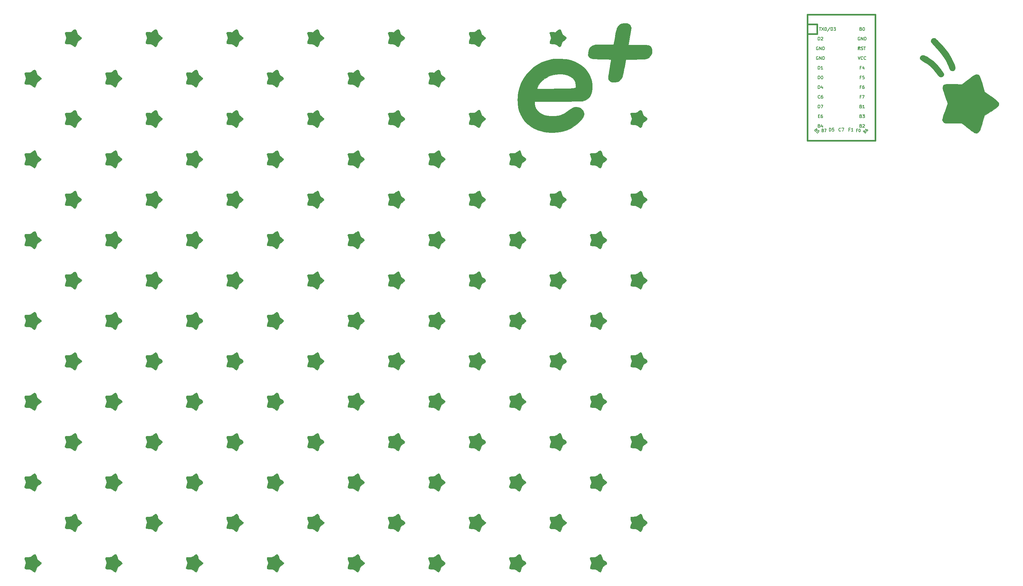
<source format=gbr>
G04 #@! TF.GenerationSoftware,KiCad,Pcbnew,5.1.9-73d0e3b20d~88~ubuntu18.04.1*
G04 #@! TF.CreationDate,2021-04-10T14:05:51-05:00*
G04 #@! TF.ProjectId,keyboard,6b657962-6f61-4726-942e-6b696361645f,rev?*
G04 #@! TF.SameCoordinates,Original*
G04 #@! TF.FileFunction,Legend,Top*
G04 #@! TF.FilePolarity,Positive*
%FSLAX46Y46*%
G04 Gerber Fmt 4.6, Leading zero omitted, Abs format (unit mm)*
G04 Created by KiCad (PCBNEW 5.1.9-73d0e3b20d~88~ubuntu18.04.1) date 2021-04-10 14:05:51*
%MOMM*%
%LPD*%
G01*
G04 APERTURE LIST*
%ADD10C,0.010000*%
%ADD11C,0.381000*%
%ADD12C,0.150000*%
G04 APERTURE END LIST*
D10*
G36*
X175618456Y-30548504D02*
G01*
X175766769Y-30689018D01*
X175896366Y-30977408D01*
X176024625Y-31398129D01*
X176107649Y-31659682D01*
X176207074Y-31846232D01*
X176362562Y-32008935D01*
X176613778Y-32198948D01*
X176683412Y-32247809D01*
X177005135Y-32493019D01*
X177177501Y-32694324D01*
X177200126Y-32879513D01*
X177072625Y-33076373D01*
X176794613Y-33312694D01*
X176667373Y-33405796D01*
X176387903Y-33614423D01*
X176210241Y-33783182D01*
X176094503Y-33964929D01*
X176000807Y-34212519D01*
X175960236Y-34342916D01*
X175822847Y-34749020D01*
X175689460Y-34997491D01*
X175533610Y-35097267D01*
X175328831Y-35057286D01*
X175048660Y-34886485D01*
X174832055Y-34723916D01*
X174569891Y-34526867D01*
X174373622Y-34413052D01*
X174177134Y-34359652D01*
X173914312Y-34343850D01*
X173728126Y-34342916D01*
X173405968Y-34336094D01*
X173139768Y-34318164D01*
X172984801Y-34292925D01*
X172980925Y-34291524D01*
X172879384Y-34199508D01*
X172855821Y-34017586D01*
X172911321Y-33725586D01*
X173031661Y-33346590D01*
X173218035Y-32815931D01*
X173032518Y-32239917D01*
X172939889Y-31933600D01*
X172873390Y-31677987D01*
X172847024Y-31527067D01*
X172847000Y-31524722D01*
X172923183Y-31354547D01*
X173146776Y-31255187D01*
X173510341Y-31228925D01*
X173756707Y-31245370D01*
X174300418Y-31301075D01*
X174817271Y-30916996D01*
X175168102Y-30672214D01*
X175427032Y-30546143D01*
X175618456Y-30548504D01*
G37*
X175618456Y-30548504D02*
X175766769Y-30689018D01*
X175896366Y-30977408D01*
X176024625Y-31398129D01*
X176107649Y-31659682D01*
X176207074Y-31846232D01*
X176362562Y-32008935D01*
X176613778Y-32198948D01*
X176683412Y-32247809D01*
X177005135Y-32493019D01*
X177177501Y-32694324D01*
X177200126Y-32879513D01*
X177072625Y-33076373D01*
X176794613Y-33312694D01*
X176667373Y-33405796D01*
X176387903Y-33614423D01*
X176210241Y-33783182D01*
X176094503Y-33964929D01*
X176000807Y-34212519D01*
X175960236Y-34342916D01*
X175822847Y-34749020D01*
X175689460Y-34997491D01*
X175533610Y-35097267D01*
X175328831Y-35057286D01*
X175048660Y-34886485D01*
X174832055Y-34723916D01*
X174569891Y-34526867D01*
X174373622Y-34413052D01*
X174177134Y-34359652D01*
X173914312Y-34343850D01*
X173728126Y-34342916D01*
X173405968Y-34336094D01*
X173139768Y-34318164D01*
X172984801Y-34292925D01*
X172980925Y-34291524D01*
X172879384Y-34199508D01*
X172855821Y-34017586D01*
X172911321Y-33725586D01*
X173031661Y-33346590D01*
X173218035Y-32815931D01*
X173032518Y-32239917D01*
X172939889Y-31933600D01*
X172873390Y-31677987D01*
X172847024Y-31527067D01*
X172847000Y-31524722D01*
X172923183Y-31354547D01*
X173146776Y-31255187D01*
X173510341Y-31228925D01*
X173756707Y-31245370D01*
X174300418Y-31301075D01*
X174817271Y-30916996D01*
X175168102Y-30672214D01*
X175427032Y-30546143D01*
X175618456Y-30548504D01*
G36*
X154561945Y-30578798D02*
G01*
X154635904Y-30717144D01*
X154735022Y-30965990D01*
X154838501Y-31272860D01*
X154843670Y-31289610D01*
X154951015Y-31610266D01*
X155059038Y-31825107D01*
X155208841Y-31992753D01*
X155441530Y-32171827D01*
X155482592Y-32200817D01*
X155825973Y-32459036D01*
X156021931Y-32666330D01*
X156070051Y-32850582D01*
X155969916Y-33039676D01*
X155721108Y-33261495D01*
X155463961Y-33447214D01*
X155196646Y-33645800D01*
X155031915Y-33817108D01*
X154925827Y-34018748D01*
X154850510Y-34251547D01*
X154703988Y-34687710D01*
X154549561Y-34962274D01*
X154368188Y-35082610D01*
X154140825Y-35056085D01*
X153848430Y-34890068D01*
X153630327Y-34723713D01*
X153399037Y-34541673D01*
X153219625Y-34429450D01*
X153036512Y-34368322D01*
X152794119Y-34339570D01*
X152445946Y-34324776D01*
X152070238Y-34305463D01*
X151830510Y-34259043D01*
X151709651Y-34157575D01*
X151690549Y-33973119D01*
X151756090Y-33677736D01*
X151853409Y-33357318D01*
X152045519Y-32744753D01*
X151862926Y-32243975D01*
X151730650Y-31824410D01*
X151699532Y-31530688D01*
X151783490Y-31343949D01*
X151996442Y-31245335D01*
X152352306Y-31215987D01*
X152616669Y-31222661D01*
X152933713Y-31231409D01*
X153147982Y-31208920D01*
X153325594Y-31136204D01*
X153532664Y-30994277D01*
X153606386Y-30938435D01*
X153983943Y-30674141D01*
X154264414Y-30534349D01*
X154460205Y-30514390D01*
X154561945Y-30578798D01*
G37*
X154561945Y-30578798D02*
X154635904Y-30717144D01*
X154735022Y-30965990D01*
X154838501Y-31272860D01*
X154843670Y-31289610D01*
X154951015Y-31610266D01*
X155059038Y-31825107D01*
X155208841Y-31992753D01*
X155441530Y-32171827D01*
X155482592Y-32200817D01*
X155825973Y-32459036D01*
X156021931Y-32666330D01*
X156070051Y-32850582D01*
X155969916Y-33039676D01*
X155721108Y-33261495D01*
X155463961Y-33447214D01*
X155196646Y-33645800D01*
X155031915Y-33817108D01*
X154925827Y-34018748D01*
X154850510Y-34251547D01*
X154703988Y-34687710D01*
X154549561Y-34962274D01*
X154368188Y-35082610D01*
X154140825Y-35056085D01*
X153848430Y-34890068D01*
X153630327Y-34723713D01*
X153399037Y-34541673D01*
X153219625Y-34429450D01*
X153036512Y-34368322D01*
X152794119Y-34339570D01*
X152445946Y-34324776D01*
X152070238Y-34305463D01*
X151830510Y-34259043D01*
X151709651Y-34157575D01*
X151690549Y-33973119D01*
X151756090Y-33677736D01*
X151853409Y-33357318D01*
X152045519Y-32744753D01*
X151862926Y-32243975D01*
X151730650Y-31824410D01*
X151699532Y-31530688D01*
X151783490Y-31343949D01*
X151996442Y-31245335D01*
X152352306Y-31215987D01*
X152616669Y-31222661D01*
X152933713Y-31231409D01*
X153147982Y-31208920D01*
X153325594Y-31136204D01*
X153532664Y-30994277D01*
X153606386Y-30938435D01*
X153983943Y-30674141D01*
X154264414Y-30534349D01*
X154460205Y-30514390D01*
X154561945Y-30578798D01*
G36*
X133294522Y-30565580D02*
G01*
X133451133Y-30718287D01*
X133586354Y-31020212D01*
X133719329Y-31480722D01*
X133725884Y-31506583D01*
X133796618Y-31704348D01*
X133919061Y-31877988D01*
X134127489Y-32067195D01*
X134363851Y-32245361D01*
X134687556Y-32496426D01*
X134864094Y-32694830D01*
X134893440Y-32871526D01*
X134775568Y-33057469D01*
X134510450Y-33283610D01*
X134362870Y-33392471D01*
X134077139Y-33608107D01*
X133896424Y-33779429D01*
X133783292Y-33953675D01*
X133700312Y-34178085D01*
X133676839Y-34258250D01*
X133529747Y-34692330D01*
X133378546Y-34967388D01*
X133216788Y-35093719D01*
X133146568Y-35104916D01*
X133005113Y-35055185D01*
X132780419Y-34924291D01*
X132519160Y-34739684D01*
X132498721Y-34723916D01*
X132236557Y-34526867D01*
X132040289Y-34413052D01*
X131843801Y-34359652D01*
X131580979Y-34343850D01*
X131394792Y-34342916D01*
X131072634Y-34336094D01*
X130806435Y-34318164D01*
X130651468Y-34292925D01*
X130647591Y-34291524D01*
X130539410Y-34164514D01*
X130534997Y-33905777D01*
X130634407Y-33514506D01*
X130714186Y-33291955D01*
X130905969Y-32791328D01*
X130709818Y-32250937D01*
X130609160Y-31950445D01*
X130538399Y-31694927D01*
X130513667Y-31548044D01*
X130586334Y-31363857D01*
X130805654Y-31256534D01*
X131173608Y-31225422D01*
X131445717Y-31241082D01*
X132009873Y-31293515D01*
X132504939Y-30909088D01*
X132840567Y-30670347D01*
X133097381Y-30552722D01*
X133294522Y-30565580D01*
G37*
X133294522Y-30565580D02*
X133451133Y-30718287D01*
X133586354Y-31020212D01*
X133719329Y-31480722D01*
X133725884Y-31506583D01*
X133796618Y-31704348D01*
X133919061Y-31877988D01*
X134127489Y-32067195D01*
X134363851Y-32245361D01*
X134687556Y-32496426D01*
X134864094Y-32694830D01*
X134893440Y-32871526D01*
X134775568Y-33057469D01*
X134510450Y-33283610D01*
X134362870Y-33392471D01*
X134077139Y-33608107D01*
X133896424Y-33779429D01*
X133783292Y-33953675D01*
X133700312Y-34178085D01*
X133676839Y-34258250D01*
X133529747Y-34692330D01*
X133378546Y-34967388D01*
X133216788Y-35093719D01*
X133146568Y-35104916D01*
X133005113Y-35055185D01*
X132780419Y-34924291D01*
X132519160Y-34739684D01*
X132498721Y-34723916D01*
X132236557Y-34526867D01*
X132040289Y-34413052D01*
X131843801Y-34359652D01*
X131580979Y-34343850D01*
X131394792Y-34342916D01*
X131072634Y-34336094D01*
X130806435Y-34318164D01*
X130651468Y-34292925D01*
X130647591Y-34291524D01*
X130539410Y-34164514D01*
X130534997Y-33905777D01*
X130634407Y-33514506D01*
X130714186Y-33291955D01*
X130905969Y-32791328D01*
X130709818Y-32250937D01*
X130609160Y-31950445D01*
X130538399Y-31694927D01*
X130513667Y-31548044D01*
X130586334Y-31363857D01*
X130805654Y-31256534D01*
X131173608Y-31225422D01*
X131445717Y-31241082D01*
X132009873Y-31293515D01*
X132504939Y-30909088D01*
X132840567Y-30670347D01*
X133097381Y-30552722D01*
X133294522Y-30565580D01*
G36*
X112127432Y-30565225D02*
G01*
X112279223Y-30729848D01*
X112418923Y-31046106D01*
X112479667Y-31224014D01*
X112594980Y-31557328D01*
X112702952Y-31783705D01*
X112843376Y-31958850D01*
X113056047Y-32138465D01*
X113220500Y-32261006D01*
X113499295Y-32485526D01*
X113684378Y-32676161D01*
X113749667Y-32803983D01*
X113687570Y-32976966D01*
X113493824Y-33185329D01*
X113157246Y-33440162D01*
X113007712Y-33539733D01*
X112782411Y-33709220D01*
X112641255Y-33894934D01*
X112536919Y-34164619D01*
X112512182Y-34249076D01*
X112365849Y-34684641D01*
X112216150Y-34961856D01*
X112056272Y-35091671D01*
X111979902Y-35104916D01*
X111838446Y-35055185D01*
X111613752Y-34924291D01*
X111352494Y-34739684D01*
X111332055Y-34723916D01*
X111069891Y-34526867D01*
X110873622Y-34413052D01*
X110677134Y-34359652D01*
X110414312Y-34343850D01*
X110228126Y-34342916D01*
X109905968Y-34336094D01*
X109639768Y-34318164D01*
X109484801Y-34292925D01*
X109480925Y-34291524D01*
X109376807Y-34190575D01*
X109358595Y-33989829D01*
X109427379Y-33673553D01*
X109548356Y-33319911D01*
X109749712Y-32784292D01*
X109548356Y-32249338D01*
X109444730Y-31950425D01*
X109372050Y-31695694D01*
X109347000Y-31549962D01*
X109418904Y-31365100D01*
X109636285Y-31257163D01*
X110001647Y-31225320D01*
X110279050Y-31241082D01*
X110843206Y-31293515D01*
X111338272Y-30909088D01*
X111683083Y-30662054D01*
X111937427Y-30545030D01*
X112127432Y-30565225D01*
G37*
X112127432Y-30565225D02*
X112279223Y-30729848D01*
X112418923Y-31046106D01*
X112479667Y-31224014D01*
X112594980Y-31557328D01*
X112702952Y-31783705D01*
X112843376Y-31958850D01*
X113056047Y-32138465D01*
X113220500Y-32261006D01*
X113499295Y-32485526D01*
X113684378Y-32676161D01*
X113749667Y-32803983D01*
X113687570Y-32976966D01*
X113493824Y-33185329D01*
X113157246Y-33440162D01*
X113007712Y-33539733D01*
X112782411Y-33709220D01*
X112641255Y-33894934D01*
X112536919Y-34164619D01*
X112512182Y-34249076D01*
X112365849Y-34684641D01*
X112216150Y-34961856D01*
X112056272Y-35091671D01*
X111979902Y-35104916D01*
X111838446Y-35055185D01*
X111613752Y-34924291D01*
X111352494Y-34739684D01*
X111332055Y-34723916D01*
X111069891Y-34526867D01*
X110873622Y-34413052D01*
X110677134Y-34359652D01*
X110414312Y-34343850D01*
X110228126Y-34342916D01*
X109905968Y-34336094D01*
X109639768Y-34318164D01*
X109484801Y-34292925D01*
X109480925Y-34291524D01*
X109376807Y-34190575D01*
X109358595Y-33989829D01*
X109427379Y-33673553D01*
X109548356Y-33319911D01*
X109749712Y-32784292D01*
X109548356Y-32249338D01*
X109444730Y-31950425D01*
X109372050Y-31695694D01*
X109347000Y-31549962D01*
X109418904Y-31365100D01*
X109636285Y-31257163D01*
X110001647Y-31225320D01*
X110279050Y-31241082D01*
X110843206Y-31293515D01*
X111338272Y-30909088D01*
X111683083Y-30662054D01*
X111937427Y-30545030D01*
X112127432Y-30565225D01*
G36*
X90971825Y-30572149D02*
G01*
X91116012Y-30730655D01*
X91249559Y-31037471D01*
X91313000Y-31224014D01*
X91428314Y-31557328D01*
X91536285Y-31783705D01*
X91676709Y-31958850D01*
X91889381Y-32138465D01*
X92053833Y-32261006D01*
X92332628Y-32485526D01*
X92517712Y-32676161D01*
X92583000Y-32803983D01*
X92519916Y-32978357D01*
X92323509Y-33188598D01*
X91983043Y-33445373D01*
X91845556Y-33536748D01*
X91622811Y-33705039D01*
X91481934Y-33891854D01*
X91376338Y-34164161D01*
X91352096Y-34246091D01*
X91204701Y-34680389D01*
X91053842Y-34957502D01*
X90891834Y-35089525D01*
X90806343Y-35104916D01*
X90661467Y-35053660D01*
X90437419Y-34919081D01*
X90181937Y-34729964D01*
X90174491Y-34723916D01*
X89927363Y-34528629D01*
X89741390Y-34414951D01*
X89553012Y-34360808D01*
X89298672Y-34344127D01*
X89077454Y-34342916D01*
X88751530Y-34336268D01*
X88481490Y-34318757D01*
X88321548Y-34294035D01*
X88314258Y-34291524D01*
X88209833Y-34192018D01*
X88192417Y-33995765D01*
X88263285Y-33686355D01*
X88388546Y-33335728D01*
X88596760Y-32804432D01*
X88388546Y-32251261D01*
X88283194Y-31949739D01*
X88208310Y-31694144D01*
X88180333Y-31541815D01*
X88255766Y-31359685D01*
X88482075Y-31254356D01*
X88859280Y-31225823D01*
X89111445Y-31240995D01*
X89674662Y-31293341D01*
X90194724Y-30906876D01*
X90539251Y-30668220D01*
X90788928Y-30553990D01*
X90971825Y-30572149D01*
G37*
X90971825Y-30572149D02*
X91116012Y-30730655D01*
X91249559Y-31037471D01*
X91313000Y-31224014D01*
X91428314Y-31557328D01*
X91536285Y-31783705D01*
X91676709Y-31958850D01*
X91889381Y-32138465D01*
X92053833Y-32261006D01*
X92332628Y-32485526D01*
X92517712Y-32676161D01*
X92583000Y-32803983D01*
X92519916Y-32978357D01*
X92323509Y-33188598D01*
X91983043Y-33445373D01*
X91845556Y-33536748D01*
X91622811Y-33705039D01*
X91481934Y-33891854D01*
X91376338Y-34164161D01*
X91352096Y-34246091D01*
X91204701Y-34680389D01*
X91053842Y-34957502D01*
X90891834Y-35089525D01*
X90806343Y-35104916D01*
X90661467Y-35053660D01*
X90437419Y-34919081D01*
X90181937Y-34729964D01*
X90174491Y-34723916D01*
X89927363Y-34528629D01*
X89741390Y-34414951D01*
X89553012Y-34360808D01*
X89298672Y-34344127D01*
X89077454Y-34342916D01*
X88751530Y-34336268D01*
X88481490Y-34318757D01*
X88321548Y-34294035D01*
X88314258Y-34291524D01*
X88209833Y-34192018D01*
X88192417Y-33995765D01*
X88263285Y-33686355D01*
X88388546Y-33335728D01*
X88596760Y-32804432D01*
X88388546Y-32251261D01*
X88283194Y-31949739D01*
X88208310Y-31694144D01*
X88180333Y-31541815D01*
X88255766Y-31359685D01*
X88482075Y-31254356D01*
X88859280Y-31225823D01*
X89111445Y-31240995D01*
X89674662Y-31293341D01*
X90194724Y-30906876D01*
X90539251Y-30668220D01*
X90788928Y-30553990D01*
X90971825Y-30572149D01*
G36*
X69806012Y-30572713D02*
G01*
X69950394Y-30732665D01*
X70084587Y-31041600D01*
X70148019Y-31227909D01*
X70264914Y-31564253D01*
X70372085Y-31789868D01*
X70505513Y-31957071D01*
X70701177Y-32118183D01*
X70817611Y-32201576D01*
X71160247Y-32459624D01*
X71355633Y-32666813D01*
X71403315Y-32851023D01*
X71302838Y-33040133D01*
X71053747Y-33262023D01*
X70797294Y-33447214D01*
X70529980Y-33645800D01*
X70365248Y-33817108D01*
X70259160Y-34018748D01*
X70183844Y-34251547D01*
X70035233Y-34687300D01*
X69882400Y-34964194D01*
X69718729Y-35092686D01*
X69644143Y-35104916D01*
X69501621Y-35053720D01*
X69279377Y-34919286D01*
X69024721Y-34730346D01*
X69016805Y-34723916D01*
X68770644Y-34529263D01*
X68585359Y-34415630D01*
X68397926Y-34361216D01*
X68145316Y-34344222D01*
X67915302Y-34342916D01*
X67483266Y-34335483D01*
X67202476Y-34296495D01*
X67054970Y-34200921D01*
X67022787Y-34023730D01*
X67087964Y-33739889D01*
X67216362Y-33368866D01*
X67419058Y-32810445D01*
X67195971Y-32129956D01*
X67089166Y-31798619D01*
X67032858Y-31590127D01*
X67024486Y-31466518D01*
X67061486Y-31389830D01*
X67141298Y-31322101D01*
X67141442Y-31321993D01*
X67284710Y-31252681D01*
X67500014Y-31225651D01*
X67830281Y-31236470D01*
X67910866Y-31242542D01*
X68511732Y-31290564D01*
X69029926Y-30905488D01*
X69373957Y-30667250D01*
X69623259Y-30553616D01*
X69806012Y-30572713D01*
G37*
X69806012Y-30572713D02*
X69950394Y-30732665D01*
X70084587Y-31041600D01*
X70148019Y-31227909D01*
X70264914Y-31564253D01*
X70372085Y-31789868D01*
X70505513Y-31957071D01*
X70701177Y-32118183D01*
X70817611Y-32201576D01*
X71160247Y-32459624D01*
X71355633Y-32666813D01*
X71403315Y-32851023D01*
X71302838Y-33040133D01*
X71053747Y-33262023D01*
X70797294Y-33447214D01*
X70529980Y-33645800D01*
X70365248Y-33817108D01*
X70259160Y-34018748D01*
X70183844Y-34251547D01*
X70035233Y-34687300D01*
X69882400Y-34964194D01*
X69718729Y-35092686D01*
X69644143Y-35104916D01*
X69501621Y-35053720D01*
X69279377Y-34919286D01*
X69024721Y-34730346D01*
X69016805Y-34723916D01*
X68770644Y-34529263D01*
X68585359Y-34415630D01*
X68397926Y-34361216D01*
X68145316Y-34344222D01*
X67915302Y-34342916D01*
X67483266Y-34335483D01*
X67202476Y-34296495D01*
X67054970Y-34200921D01*
X67022787Y-34023730D01*
X67087964Y-33739889D01*
X67216362Y-33368866D01*
X67419058Y-32810445D01*
X67195971Y-32129956D01*
X67089166Y-31798619D01*
X67032858Y-31590127D01*
X67024486Y-31466518D01*
X67061486Y-31389830D01*
X67141298Y-31322101D01*
X67141442Y-31321993D01*
X67284710Y-31252681D01*
X67500014Y-31225651D01*
X67830281Y-31236470D01*
X67910866Y-31242542D01*
X68511732Y-31290564D01*
X69029926Y-30905488D01*
X69373957Y-30667250D01*
X69623259Y-30553616D01*
X69806012Y-30572713D01*
G36*
X48636505Y-30568612D02*
G01*
X48782914Y-30731808D01*
X48919589Y-31046547D01*
X48981352Y-31227909D01*
X49098247Y-31564253D01*
X49205418Y-31789868D01*
X49338846Y-31957071D01*
X49534510Y-32118183D01*
X49650944Y-32201576D01*
X49995094Y-32460971D01*
X50190148Y-32668949D01*
X50236068Y-32853948D01*
X50132816Y-33044407D01*
X49880351Y-33268765D01*
X49649259Y-33437092D01*
X49389993Y-33634099D01*
X49222856Y-33816459D01*
X49100855Y-34048000D01*
X49003107Y-34314677D01*
X48848612Y-34728293D01*
X48703837Y-34984998D01*
X48543870Y-35093635D01*
X48343797Y-35063047D01*
X48078704Y-34902076D01*
X47850138Y-34723916D01*
X47611532Y-34534387D01*
X47431605Y-34421202D01*
X47251450Y-34364682D01*
X47012159Y-34345145D01*
X46709744Y-34342916D01*
X46294636Y-34332378D01*
X46029904Y-34284229D01*
X45897075Y-34173664D01*
X45877679Y-33975880D01*
X45953241Y-33666073D01*
X46031096Y-33431661D01*
X46251481Y-32793148D01*
X46048724Y-32197017D01*
X45955674Y-31885337D01*
X45899877Y-31620905D01*
X45892243Y-31456689D01*
X45894460Y-31448098D01*
X46017277Y-31301973D01*
X46274851Y-31229272D01*
X46675505Y-31228256D01*
X46863002Y-31245851D01*
X47121107Y-31270604D01*
X47303431Y-31261146D01*
X47466080Y-31198717D01*
X47665160Y-31064557D01*
X47865694Y-30910575D01*
X48205215Y-30665766D01*
X48453045Y-30549188D01*
X48636505Y-30568612D01*
G37*
X48636505Y-30568612D02*
X48782914Y-30731808D01*
X48919589Y-31046547D01*
X48981352Y-31227909D01*
X49098247Y-31564253D01*
X49205418Y-31789868D01*
X49338846Y-31957071D01*
X49534510Y-32118183D01*
X49650944Y-32201576D01*
X49995094Y-32460971D01*
X50190148Y-32668949D01*
X50236068Y-32853948D01*
X50132816Y-33044407D01*
X49880351Y-33268765D01*
X49649259Y-33437092D01*
X49389993Y-33634099D01*
X49222856Y-33816459D01*
X49100855Y-34048000D01*
X49003107Y-34314677D01*
X48848612Y-34728293D01*
X48703837Y-34984998D01*
X48543870Y-35093635D01*
X48343797Y-35063047D01*
X48078704Y-34902076D01*
X47850138Y-34723916D01*
X47611532Y-34534387D01*
X47431605Y-34421202D01*
X47251450Y-34364682D01*
X47012159Y-34345145D01*
X46709744Y-34342916D01*
X46294636Y-34332378D01*
X46029904Y-34284229D01*
X45897075Y-34173664D01*
X45877679Y-33975880D01*
X45953241Y-33666073D01*
X46031096Y-33431661D01*
X46251481Y-32793148D01*
X46048724Y-32197017D01*
X45955674Y-31885337D01*
X45899877Y-31620905D01*
X45892243Y-31456689D01*
X45894460Y-31448098D01*
X46017277Y-31301973D01*
X46274851Y-31229272D01*
X46675505Y-31228256D01*
X46863002Y-31245851D01*
X47121107Y-31270604D01*
X47303431Y-31261146D01*
X47466080Y-31198717D01*
X47665160Y-31064557D01*
X47865694Y-30910575D01*
X48205215Y-30665766D01*
X48453045Y-30549188D01*
X48636505Y-30568612D01*
G36*
X193128896Y-28976395D02*
G01*
X193560357Y-29135961D01*
X193874886Y-29407637D01*
X194047725Y-29707564D01*
X194208807Y-30096237D01*
X193463333Y-34584397D01*
X196045667Y-34611823D01*
X196782053Y-34620340D01*
X197369247Y-34629428D01*
X197827386Y-34640443D01*
X198176608Y-34654742D01*
X198437052Y-34673682D01*
X198628855Y-34698621D01*
X198772157Y-34730915D01*
X198887095Y-34771922D01*
X198965549Y-34808583D01*
X199342895Y-35075502D01*
X199579583Y-35431625D01*
X199681278Y-35886581D01*
X199686333Y-36033403D01*
X199620787Y-36697981D01*
X199424266Y-37255793D01*
X199096944Y-37706349D01*
X199090172Y-37713156D01*
X198917105Y-37878612D01*
X198749302Y-38012817D01*
X198567054Y-38119327D01*
X198350650Y-38201700D01*
X198080382Y-38263496D01*
X197736539Y-38308271D01*
X197299411Y-38339583D01*
X196749290Y-38360991D01*
X196066464Y-38376053D01*
X195359453Y-38386625D01*
X192768239Y-38421389D01*
X192414440Y-40424986D01*
X192307817Y-41015354D01*
X192202261Y-41575403D01*
X192103773Y-42075117D01*
X192018351Y-42484476D01*
X191951993Y-42773463D01*
X191925743Y-42870396D01*
X191707546Y-43348827D01*
X191377894Y-43778753D01*
X190979890Y-44107287D01*
X190864384Y-44172726D01*
X190535898Y-44286515D01*
X190111403Y-44361131D01*
X189661071Y-44389922D01*
X189255074Y-44366235D01*
X189113397Y-44338718D01*
X188692637Y-44156871D01*
X188393092Y-43857900D01*
X188261117Y-43591388D01*
X188226926Y-43481401D01*
X188205461Y-43363134D01*
X188198831Y-43215806D01*
X188209146Y-43018637D01*
X188238513Y-42750842D01*
X188289042Y-42391643D01*
X188362841Y-41920256D01*
X188462019Y-41315900D01*
X188538608Y-40856771D01*
X188639776Y-40242191D01*
X188728589Y-39683237D01*
X188801908Y-39201287D01*
X188856591Y-38817718D01*
X188889499Y-38553908D01*
X188897490Y-38431235D01*
X188895772Y-38425467D01*
X188803443Y-38412627D01*
X188563433Y-38397263D01*
X188197363Y-38380253D01*
X187726853Y-38362475D01*
X187173520Y-38344809D01*
X186558986Y-38328135D01*
X186416948Y-38324668D01*
X185646285Y-38304854D01*
X185025158Y-38283737D01*
X184533786Y-38257683D01*
X184152387Y-38223059D01*
X183861181Y-38176233D01*
X183640384Y-38113570D01*
X183470218Y-38031439D01*
X183330899Y-37926206D01*
X183202646Y-37794238D01*
X183141540Y-37723104D01*
X183023492Y-37571878D01*
X182955380Y-37433244D01*
X182926870Y-37257597D01*
X182927630Y-36995328D01*
X182939114Y-36751293D01*
X183019074Y-36155957D01*
X183201563Y-35667631D01*
X183504754Y-35246503D01*
X183722237Y-35035496D01*
X183898935Y-34893215D01*
X184084216Y-34779001D01*
X184298391Y-34689842D01*
X184561774Y-34622723D01*
X184894675Y-34574632D01*
X185317408Y-34542554D01*
X185850284Y-34523477D01*
X186513617Y-34514385D01*
X187248973Y-34512250D01*
X189597545Y-34512249D01*
X189644666Y-34279416D01*
X189673194Y-34127007D01*
X189725435Y-33836938D01*
X189796210Y-33438400D01*
X189880340Y-32960584D01*
X189972646Y-32432681D01*
X189991839Y-32322477D01*
X190092402Y-31773344D01*
X190196497Y-31255228D01*
X190296803Y-30801041D01*
X190386000Y-30443694D01*
X190456767Y-30216098D01*
X190464677Y-30196718D01*
X190767476Y-29684082D01*
X191177677Y-29301884D01*
X191693207Y-29051376D01*
X192311997Y-28933808D01*
X192571661Y-28924250D01*
X193128896Y-28976395D01*
G37*
X193128896Y-28976395D02*
X193560357Y-29135961D01*
X193874886Y-29407637D01*
X194047725Y-29707564D01*
X194208807Y-30096237D01*
X193463333Y-34584397D01*
X196045667Y-34611823D01*
X196782053Y-34620340D01*
X197369247Y-34629428D01*
X197827386Y-34640443D01*
X198176608Y-34654742D01*
X198437052Y-34673682D01*
X198628855Y-34698621D01*
X198772157Y-34730915D01*
X198887095Y-34771922D01*
X198965549Y-34808583D01*
X199342895Y-35075502D01*
X199579583Y-35431625D01*
X199681278Y-35886581D01*
X199686333Y-36033403D01*
X199620787Y-36697981D01*
X199424266Y-37255793D01*
X199096944Y-37706349D01*
X199090172Y-37713156D01*
X198917105Y-37878612D01*
X198749302Y-38012817D01*
X198567054Y-38119327D01*
X198350650Y-38201700D01*
X198080382Y-38263496D01*
X197736539Y-38308271D01*
X197299411Y-38339583D01*
X196749290Y-38360991D01*
X196066464Y-38376053D01*
X195359453Y-38386625D01*
X192768239Y-38421389D01*
X192414440Y-40424986D01*
X192307817Y-41015354D01*
X192202261Y-41575403D01*
X192103773Y-42075117D01*
X192018351Y-42484476D01*
X191951993Y-42773463D01*
X191925743Y-42870396D01*
X191707546Y-43348827D01*
X191377894Y-43778753D01*
X190979890Y-44107287D01*
X190864384Y-44172726D01*
X190535898Y-44286515D01*
X190111403Y-44361131D01*
X189661071Y-44389922D01*
X189255074Y-44366235D01*
X189113397Y-44338718D01*
X188692637Y-44156871D01*
X188393092Y-43857900D01*
X188261117Y-43591388D01*
X188226926Y-43481401D01*
X188205461Y-43363134D01*
X188198831Y-43215806D01*
X188209146Y-43018637D01*
X188238513Y-42750842D01*
X188289042Y-42391643D01*
X188362841Y-41920256D01*
X188462019Y-41315900D01*
X188538608Y-40856771D01*
X188639776Y-40242191D01*
X188728589Y-39683237D01*
X188801908Y-39201287D01*
X188856591Y-38817718D01*
X188889499Y-38553908D01*
X188897490Y-38431235D01*
X188895772Y-38425467D01*
X188803443Y-38412627D01*
X188563433Y-38397263D01*
X188197363Y-38380253D01*
X187726853Y-38362475D01*
X187173520Y-38344809D01*
X186558986Y-38328135D01*
X186416948Y-38324668D01*
X185646285Y-38304854D01*
X185025158Y-38283737D01*
X184533786Y-38257683D01*
X184152387Y-38223059D01*
X183861181Y-38176233D01*
X183640384Y-38113570D01*
X183470218Y-38031439D01*
X183330899Y-37926206D01*
X183202646Y-37794238D01*
X183141540Y-37723104D01*
X183023492Y-37571878D01*
X182955380Y-37433244D01*
X182926870Y-37257597D01*
X182927630Y-36995328D01*
X182939114Y-36751293D01*
X183019074Y-36155957D01*
X183201563Y-35667631D01*
X183504754Y-35246503D01*
X183722237Y-35035496D01*
X183898935Y-34893215D01*
X184084216Y-34779001D01*
X184298391Y-34689842D01*
X184561774Y-34622723D01*
X184894675Y-34574632D01*
X185317408Y-34542554D01*
X185850284Y-34523477D01*
X186513617Y-34514385D01*
X187248973Y-34512250D01*
X189597545Y-34512249D01*
X189644666Y-34279416D01*
X189673194Y-34127007D01*
X189725435Y-33836938D01*
X189796210Y-33438400D01*
X189880340Y-32960584D01*
X189972646Y-32432681D01*
X189991839Y-32322477D01*
X190092402Y-31773344D01*
X190196497Y-31255228D01*
X190296803Y-30801041D01*
X190386000Y-30443694D01*
X190456767Y-30216098D01*
X190464677Y-30196718D01*
X190767476Y-29684082D01*
X191177677Y-29301884D01*
X191693207Y-29051376D01*
X192311997Y-28933808D01*
X192571661Y-28924250D01*
X193128896Y-28976395D01*
G36*
X143880602Y-41151977D02*
G01*
X144036132Y-41303385D01*
X144169933Y-41603101D01*
X144301845Y-42060843D01*
X144309217Y-42089916D01*
X144379338Y-42286435D01*
X144500538Y-42459095D01*
X144706833Y-42647157D01*
X144952808Y-42832773D01*
X145272681Y-43082874D01*
X145445009Y-43282870D01*
X145469207Y-43462136D01*
X145344690Y-43650046D01*
X145070873Y-43875974D01*
X144930030Y-43976181D01*
X144653505Y-44177580D01*
X144478410Y-44343181D01*
X144363231Y-44527962D01*
X144266451Y-44786900D01*
X144229772Y-44903506D01*
X144088235Y-45315868D01*
X143951709Y-45570758D01*
X143794470Y-45677224D01*
X143590796Y-45644315D01*
X143314965Y-45481080D01*
X143082055Y-45307250D01*
X142819891Y-45110200D01*
X142623622Y-44996385D01*
X142427134Y-44942986D01*
X142164312Y-44927183D01*
X141978126Y-44926250D01*
X141655968Y-44919428D01*
X141389768Y-44901497D01*
X141234801Y-44876259D01*
X141230925Y-44874858D01*
X141122743Y-44747847D01*
X141118330Y-44489111D01*
X141217741Y-44097840D01*
X141297519Y-43875289D01*
X141489302Y-43374661D01*
X141293151Y-42834271D01*
X141192493Y-42533779D01*
X141121732Y-42278260D01*
X141097000Y-42131377D01*
X141171184Y-41946446D01*
X141394310Y-41838656D01*
X141767237Y-41807720D01*
X142021780Y-41822013D01*
X142578667Y-41872043D01*
X143085227Y-41490426D01*
X143424990Y-41255215D01*
X143683502Y-41139160D01*
X143880602Y-41151977D01*
G37*
X143880602Y-41151977D02*
X144036132Y-41303385D01*
X144169933Y-41603101D01*
X144301845Y-42060843D01*
X144309217Y-42089916D01*
X144379338Y-42286435D01*
X144500538Y-42459095D01*
X144706833Y-42647157D01*
X144952808Y-42832773D01*
X145272681Y-43082874D01*
X145445009Y-43282870D01*
X145469207Y-43462136D01*
X145344690Y-43650046D01*
X145070873Y-43875974D01*
X144930030Y-43976181D01*
X144653505Y-44177580D01*
X144478410Y-44343181D01*
X144363231Y-44527962D01*
X144266451Y-44786900D01*
X144229772Y-44903506D01*
X144088235Y-45315868D01*
X143951709Y-45570758D01*
X143794470Y-45677224D01*
X143590796Y-45644315D01*
X143314965Y-45481080D01*
X143082055Y-45307250D01*
X142819891Y-45110200D01*
X142623622Y-44996385D01*
X142427134Y-44942986D01*
X142164312Y-44927183D01*
X141978126Y-44926250D01*
X141655968Y-44919428D01*
X141389768Y-44901497D01*
X141234801Y-44876259D01*
X141230925Y-44874858D01*
X141122743Y-44747847D01*
X141118330Y-44489111D01*
X141217741Y-44097840D01*
X141297519Y-43875289D01*
X141489302Y-43374661D01*
X141293151Y-42834271D01*
X141192493Y-42533779D01*
X141121732Y-42278260D01*
X141097000Y-42131377D01*
X141171184Y-41946446D01*
X141394310Y-41838656D01*
X141767237Y-41807720D01*
X142021780Y-41822013D01*
X142578667Y-41872043D01*
X143085227Y-41490426D01*
X143424990Y-41255215D01*
X143683502Y-41139160D01*
X143880602Y-41151977D01*
G36*
X122710766Y-41148558D02*
G01*
X122862556Y-41313181D01*
X123002257Y-41629439D01*
X123063000Y-41807348D01*
X123178314Y-42140662D01*
X123286285Y-42367039D01*
X123426709Y-42542183D01*
X123639381Y-42721798D01*
X123803833Y-42844339D01*
X124102172Y-43085246D01*
X124283789Y-43280893D01*
X124333000Y-43394960D01*
X124259681Y-43553298D01*
X124052760Y-43765902D01*
X123731794Y-44014811D01*
X123467387Y-44189999D01*
X123293974Y-44356743D01*
X123158658Y-44632677D01*
X123098857Y-44820913D01*
X122952955Y-45257960D01*
X122805098Y-45537665D01*
X122647933Y-45671933D01*
X122563235Y-45688250D01*
X122421780Y-45638518D01*
X122197086Y-45507625D01*
X121935827Y-45323017D01*
X121915388Y-45307250D01*
X121653224Y-45110200D01*
X121456956Y-44996385D01*
X121260468Y-44942986D01*
X120997645Y-44927183D01*
X120811459Y-44926250D01*
X120489301Y-44919428D01*
X120223102Y-44901497D01*
X120068135Y-44876259D01*
X120064258Y-44874858D01*
X119960141Y-44773908D01*
X119941928Y-44573162D01*
X120010713Y-44256886D01*
X120131689Y-43903245D01*
X120333045Y-43367625D01*
X120131689Y-42832671D01*
X120028063Y-42533758D01*
X119955383Y-42279027D01*
X119930333Y-42133296D01*
X120002237Y-41948433D01*
X120219618Y-41840496D01*
X120584981Y-41808653D01*
X120862383Y-41824416D01*
X121426539Y-41876849D01*
X121921606Y-41492421D01*
X122266416Y-41245387D01*
X122520761Y-41128363D01*
X122710766Y-41148558D01*
G37*
X122710766Y-41148558D02*
X122862556Y-41313181D01*
X123002257Y-41629439D01*
X123063000Y-41807348D01*
X123178314Y-42140662D01*
X123286285Y-42367039D01*
X123426709Y-42542183D01*
X123639381Y-42721798D01*
X123803833Y-42844339D01*
X124102172Y-43085246D01*
X124283789Y-43280893D01*
X124333000Y-43394960D01*
X124259681Y-43553298D01*
X124052760Y-43765902D01*
X123731794Y-44014811D01*
X123467387Y-44189999D01*
X123293974Y-44356743D01*
X123158658Y-44632677D01*
X123098857Y-44820913D01*
X122952955Y-45257960D01*
X122805098Y-45537665D01*
X122647933Y-45671933D01*
X122563235Y-45688250D01*
X122421780Y-45638518D01*
X122197086Y-45507625D01*
X121935827Y-45323017D01*
X121915388Y-45307250D01*
X121653224Y-45110200D01*
X121456956Y-44996385D01*
X121260468Y-44942986D01*
X120997645Y-44927183D01*
X120811459Y-44926250D01*
X120489301Y-44919428D01*
X120223102Y-44901497D01*
X120068135Y-44876259D01*
X120064258Y-44874858D01*
X119960141Y-44773908D01*
X119941928Y-44573162D01*
X120010713Y-44256886D01*
X120131689Y-43903245D01*
X120333045Y-43367625D01*
X120131689Y-42832671D01*
X120028063Y-42533758D01*
X119955383Y-42279027D01*
X119930333Y-42133296D01*
X120002237Y-41948433D01*
X120219618Y-41840496D01*
X120584981Y-41808653D01*
X120862383Y-41824416D01*
X121426539Y-41876849D01*
X121921606Y-41492421D01*
X122266416Y-41245387D01*
X122520761Y-41128363D01*
X122710766Y-41148558D01*
G36*
X101544099Y-41148558D02*
G01*
X101695889Y-41313181D01*
X101835590Y-41629439D01*
X101896333Y-41807348D01*
X102011647Y-42140662D01*
X102119618Y-42367039D01*
X102260042Y-42542183D01*
X102472714Y-42721798D01*
X102637167Y-42844339D01*
X102958506Y-43104943D01*
X103133533Y-43306760D01*
X103166333Y-43404129D01*
X103088668Y-43564624D01*
X102856896Y-43789209D01*
X102616181Y-43974679D01*
X102331121Y-44190722D01*
X102150839Y-44362980D01*
X102037635Y-44539174D01*
X101953810Y-44767028D01*
X101932222Y-44840458D01*
X101783349Y-45275510D01*
X101629529Y-45551172D01*
X101464457Y-45677384D01*
X101394143Y-45688250D01*
X101251621Y-45637053D01*
X101029377Y-45502619D01*
X100774721Y-45313679D01*
X100766805Y-45307250D01*
X100520644Y-45112596D01*
X100335359Y-44998963D01*
X100147926Y-44944550D01*
X99895316Y-44927556D01*
X99665302Y-44926250D01*
X99338321Y-44919649D01*
X99067203Y-44902253D01*
X98905873Y-44877673D01*
X98897591Y-44874858D01*
X98793474Y-44773908D01*
X98775261Y-44573162D01*
X98844046Y-44256886D01*
X98965023Y-43903245D01*
X99166379Y-43367625D01*
X98965023Y-42832671D01*
X98861397Y-42533758D01*
X98788717Y-42279027D01*
X98763667Y-42133296D01*
X98835570Y-41948433D01*
X99052952Y-41840496D01*
X99418314Y-41808653D01*
X99695717Y-41824416D01*
X100259873Y-41876849D01*
X100754939Y-41492421D01*
X101099749Y-41245387D01*
X101354094Y-41128363D01*
X101544099Y-41148558D01*
G37*
X101544099Y-41148558D02*
X101695889Y-41313181D01*
X101835590Y-41629439D01*
X101896333Y-41807348D01*
X102011647Y-42140662D01*
X102119618Y-42367039D01*
X102260042Y-42542183D01*
X102472714Y-42721798D01*
X102637167Y-42844339D01*
X102958506Y-43104943D01*
X103133533Y-43306760D01*
X103166333Y-43404129D01*
X103088668Y-43564624D01*
X102856896Y-43789209D01*
X102616181Y-43974679D01*
X102331121Y-44190722D01*
X102150839Y-44362980D01*
X102037635Y-44539174D01*
X101953810Y-44767028D01*
X101932222Y-44840458D01*
X101783349Y-45275510D01*
X101629529Y-45551172D01*
X101464457Y-45677384D01*
X101394143Y-45688250D01*
X101251621Y-45637053D01*
X101029377Y-45502619D01*
X100774721Y-45313679D01*
X100766805Y-45307250D01*
X100520644Y-45112596D01*
X100335359Y-44998963D01*
X100147926Y-44944550D01*
X99895316Y-44927556D01*
X99665302Y-44926250D01*
X99338321Y-44919649D01*
X99067203Y-44902253D01*
X98905873Y-44877673D01*
X98897591Y-44874858D01*
X98793474Y-44773908D01*
X98775261Y-44573162D01*
X98844046Y-44256886D01*
X98965023Y-43903245D01*
X99166379Y-43367625D01*
X98965023Y-42832671D01*
X98861397Y-42533758D01*
X98788717Y-42279027D01*
X98763667Y-42133296D01*
X98835570Y-41948433D01*
X99052952Y-41840496D01*
X99418314Y-41808653D01*
X99695717Y-41824416D01*
X100259873Y-41876849D01*
X100754939Y-41492421D01*
X101099749Y-41245387D01*
X101354094Y-41128363D01*
X101544099Y-41148558D01*
G36*
X80389345Y-41156046D02*
G01*
X80533728Y-41315999D01*
X80667920Y-41624934D01*
X80731352Y-41811242D01*
X80848247Y-42147587D01*
X80955418Y-42373201D01*
X81088846Y-42540405D01*
X81284510Y-42701516D01*
X81400944Y-42784909D01*
X81743580Y-43042957D01*
X81938966Y-43250147D01*
X81986648Y-43434356D01*
X81886171Y-43623466D01*
X81637081Y-43845356D01*
X81380627Y-44030547D01*
X81113313Y-44229133D01*
X80948581Y-44400441D01*
X80842494Y-44602081D01*
X80767177Y-44834881D01*
X80618567Y-45270634D01*
X80465733Y-45547528D01*
X80302062Y-45676019D01*
X80227476Y-45688250D01*
X80084954Y-45637053D01*
X79862711Y-45502619D01*
X79608054Y-45313679D01*
X79600138Y-45307250D01*
X79353977Y-45112596D01*
X79168693Y-44998963D01*
X78981259Y-44944550D01*
X78728649Y-44927556D01*
X78498635Y-44926250D01*
X78171654Y-44919649D01*
X77900536Y-44902253D01*
X77739206Y-44877673D01*
X77730925Y-44874858D01*
X77626056Y-44774126D01*
X77609333Y-44575290D01*
X77681946Y-44262387D01*
X77801672Y-43928097D01*
X78006344Y-43405837D01*
X77781281Y-42719318D01*
X77673880Y-42386224D01*
X77616922Y-42176191D01*
X77607787Y-42051478D01*
X77643855Y-41974343D01*
X77722507Y-41907042D01*
X77724775Y-41905326D01*
X77868043Y-41836015D01*
X78083348Y-41808984D01*
X78413615Y-41819803D01*
X78494199Y-41825875D01*
X79095065Y-41873898D01*
X79613259Y-41488821D01*
X79957291Y-41250583D01*
X80206593Y-41136950D01*
X80389345Y-41156046D01*
G37*
X80389345Y-41156046D02*
X80533728Y-41315999D01*
X80667920Y-41624934D01*
X80731352Y-41811242D01*
X80848247Y-42147587D01*
X80955418Y-42373201D01*
X81088846Y-42540405D01*
X81284510Y-42701516D01*
X81400944Y-42784909D01*
X81743580Y-43042957D01*
X81938966Y-43250147D01*
X81986648Y-43434356D01*
X81886171Y-43623466D01*
X81637081Y-43845356D01*
X81380627Y-44030547D01*
X81113313Y-44229133D01*
X80948581Y-44400441D01*
X80842494Y-44602081D01*
X80767177Y-44834881D01*
X80618567Y-45270634D01*
X80465733Y-45547528D01*
X80302062Y-45676019D01*
X80227476Y-45688250D01*
X80084954Y-45637053D01*
X79862711Y-45502619D01*
X79608054Y-45313679D01*
X79600138Y-45307250D01*
X79353977Y-45112596D01*
X79168693Y-44998963D01*
X78981259Y-44944550D01*
X78728649Y-44927556D01*
X78498635Y-44926250D01*
X78171654Y-44919649D01*
X77900536Y-44902253D01*
X77739206Y-44877673D01*
X77730925Y-44874858D01*
X77626056Y-44774126D01*
X77609333Y-44575290D01*
X77681946Y-44262387D01*
X77801672Y-43928097D01*
X78006344Y-43405837D01*
X77781281Y-42719318D01*
X77673880Y-42386224D01*
X77616922Y-42176191D01*
X77607787Y-42051478D01*
X77643855Y-41974343D01*
X77722507Y-41907042D01*
X77724775Y-41905326D01*
X77868043Y-41836015D01*
X78083348Y-41808984D01*
X78413615Y-41819803D01*
X78494199Y-41825875D01*
X79095065Y-41873898D01*
X79613259Y-41488821D01*
X79957291Y-41250583D01*
X80206593Y-41136950D01*
X80389345Y-41156046D01*
G36*
X59219947Y-41154589D02*
G01*
X59364364Y-41311197D01*
X59497979Y-41615786D01*
X59564686Y-41811242D01*
X59681580Y-42147587D01*
X59788752Y-42373201D01*
X59922180Y-42540405D01*
X60117844Y-42701516D01*
X60234278Y-42784909D01*
X60576913Y-43042957D01*
X60772300Y-43250147D01*
X60819982Y-43434356D01*
X60719505Y-43623466D01*
X60470414Y-43845356D01*
X60213961Y-44030547D01*
X59946646Y-44229133D01*
X59781915Y-44400441D01*
X59675827Y-44602081D01*
X59600510Y-44834881D01*
X59448465Y-45278170D01*
X59291979Y-45558207D01*
X59127304Y-45681072D01*
X59074215Y-45688196D01*
X58938511Y-45638261D01*
X58718994Y-45506919D01*
X58461426Y-45321779D01*
X58442744Y-45307196D01*
X58185921Y-45111682D01*
X57993350Y-44997993D01*
X57800146Y-44943959D01*
X57541423Y-44927410D01*
X57327835Y-44926250D01*
X56896849Y-44918748D01*
X56617144Y-44879400D01*
X56470796Y-44782939D01*
X56439881Y-44604099D01*
X56506475Y-44317616D01*
X56634313Y-43948662D01*
X56838292Y-43386705D01*
X56633796Y-42785462D01*
X56540238Y-42472612D01*
X56483783Y-42207030D01*
X56475316Y-42041335D01*
X56477793Y-42031431D01*
X56603543Y-41883762D01*
X56867315Y-41811258D01*
X57275728Y-41812506D01*
X57432455Y-41827614D01*
X57682902Y-41850930D01*
X57863845Y-41840006D01*
X58030369Y-41776568D01*
X58237560Y-41642341D01*
X58440855Y-41493085D01*
X58786295Y-41253489D01*
X59036624Y-41138005D01*
X59219947Y-41154589D01*
G37*
X59219947Y-41154589D02*
X59364364Y-41311197D01*
X59497979Y-41615786D01*
X59564686Y-41811242D01*
X59681580Y-42147587D01*
X59788752Y-42373201D01*
X59922180Y-42540405D01*
X60117844Y-42701516D01*
X60234278Y-42784909D01*
X60576913Y-43042957D01*
X60772300Y-43250147D01*
X60819982Y-43434356D01*
X60719505Y-43623466D01*
X60470414Y-43845356D01*
X60213961Y-44030547D01*
X59946646Y-44229133D01*
X59781915Y-44400441D01*
X59675827Y-44602081D01*
X59600510Y-44834881D01*
X59448465Y-45278170D01*
X59291979Y-45558207D01*
X59127304Y-45681072D01*
X59074215Y-45688196D01*
X58938511Y-45638261D01*
X58718994Y-45506919D01*
X58461426Y-45321779D01*
X58442744Y-45307196D01*
X58185921Y-45111682D01*
X57993350Y-44997993D01*
X57800146Y-44943959D01*
X57541423Y-44927410D01*
X57327835Y-44926250D01*
X56896849Y-44918748D01*
X56617144Y-44879400D01*
X56470796Y-44782939D01*
X56439881Y-44604099D01*
X56506475Y-44317616D01*
X56634313Y-43948662D01*
X56838292Y-43386705D01*
X56633796Y-42785462D01*
X56540238Y-42472612D01*
X56483783Y-42207030D01*
X56475316Y-42041335D01*
X56477793Y-42031431D01*
X56603543Y-41883762D01*
X56867315Y-41811258D01*
X57275728Y-41812506D01*
X57432455Y-41827614D01*
X57682902Y-41850930D01*
X57863845Y-41840006D01*
X58030369Y-41776568D01*
X58237560Y-41642341D01*
X58440855Y-41493085D01*
X58786295Y-41253489D01*
X59036624Y-41138005D01*
X59219947Y-41154589D01*
G36*
X38056202Y-41156247D02*
G01*
X38200697Y-41316953D01*
X38335260Y-41627169D01*
X38399591Y-41816182D01*
X38516270Y-42152893D01*
X38621289Y-42376811D01*
X38748963Y-42538116D01*
X38933607Y-42686990D01*
X39049652Y-42766820D01*
X39306695Y-42955906D01*
X39519497Y-43140534D01*
X39616639Y-43248100D01*
X39697051Y-43391294D01*
X39672551Y-43504356D01*
X39564128Y-43632585D01*
X39384051Y-43793369D01*
X39131384Y-43983627D01*
X38988612Y-44079832D01*
X38750090Y-44253112D01*
X38599804Y-44433868D01*
X38488607Y-44689123D01*
X38446548Y-44819042D01*
X38290848Y-45256501D01*
X38140339Y-45536799D01*
X37987758Y-45671651D01*
X37907548Y-45688196D01*
X37771844Y-45638261D01*
X37552328Y-45506919D01*
X37294759Y-45321779D01*
X37276077Y-45307196D01*
X37027308Y-45116949D01*
X36840397Y-45003703D01*
X36654851Y-44947486D01*
X36410174Y-44928323D01*
X36122278Y-44926250D01*
X35708297Y-44915584D01*
X35444694Y-44866964D01*
X35313012Y-44755459D01*
X35294798Y-44556136D01*
X35371596Y-44244063D01*
X35447763Y-44014995D01*
X35668148Y-43376482D01*
X35465391Y-42780350D01*
X35372341Y-42468671D01*
X35316544Y-42204239D01*
X35308910Y-42040023D01*
X35311126Y-42031431D01*
X35437518Y-41883911D01*
X35703569Y-41809905D01*
X36115482Y-41808066D01*
X36275372Y-41822108D01*
X36529198Y-41843341D01*
X36712533Y-41830271D01*
X36881521Y-41764257D01*
X37092310Y-41626660D01*
X37280489Y-41488403D01*
X37624362Y-41250250D01*
X37873511Y-41136771D01*
X38056202Y-41156247D01*
G37*
X38056202Y-41156247D02*
X38200697Y-41316953D01*
X38335260Y-41627169D01*
X38399591Y-41816182D01*
X38516270Y-42152893D01*
X38621289Y-42376811D01*
X38748963Y-42538116D01*
X38933607Y-42686990D01*
X39049652Y-42766820D01*
X39306695Y-42955906D01*
X39519497Y-43140534D01*
X39616639Y-43248100D01*
X39697051Y-43391294D01*
X39672551Y-43504356D01*
X39564128Y-43632585D01*
X39384051Y-43793369D01*
X39131384Y-43983627D01*
X38988612Y-44079832D01*
X38750090Y-44253112D01*
X38599804Y-44433868D01*
X38488607Y-44689123D01*
X38446548Y-44819042D01*
X38290848Y-45256501D01*
X38140339Y-45536799D01*
X37987758Y-45671651D01*
X37907548Y-45688196D01*
X37771844Y-45638261D01*
X37552328Y-45506919D01*
X37294759Y-45321779D01*
X37276077Y-45307196D01*
X37027308Y-45116949D01*
X36840397Y-45003703D01*
X36654851Y-44947486D01*
X36410174Y-44928323D01*
X36122278Y-44926250D01*
X35708297Y-44915584D01*
X35444694Y-44866964D01*
X35313012Y-44755459D01*
X35294798Y-44556136D01*
X35371596Y-44244063D01*
X35447763Y-44014995D01*
X35668148Y-43376482D01*
X35465391Y-42780350D01*
X35372341Y-42468671D01*
X35316544Y-42204239D01*
X35308910Y-42040023D01*
X35311126Y-42031431D01*
X35437518Y-41883911D01*
X35703569Y-41809905D01*
X36115482Y-41808066D01*
X36275372Y-41822108D01*
X36529198Y-41843341D01*
X36712533Y-41830271D01*
X36881521Y-41764257D01*
X37092310Y-41626660D01*
X37280489Y-41488403D01*
X37624362Y-41250250D01*
X37873511Y-41136771D01*
X38056202Y-41156247D01*
G36*
X196790711Y-51737303D02*
G01*
X196940051Y-51900778D01*
X197078534Y-52214653D01*
X197141632Y-52397981D01*
X197257951Y-52732037D01*
X197365235Y-52958338D01*
X197502780Y-53131419D01*
X197709881Y-53305815D01*
X197892426Y-53439946D01*
X198197484Y-53678454D01*
X198360726Y-53871051D01*
X198380661Y-54046697D01*
X198255795Y-54234356D01*
X197984638Y-54462989D01*
X197834040Y-54573003D01*
X197554563Y-54781338D01*
X197376925Y-54949867D01*
X197261226Y-55131433D01*
X197167568Y-55378882D01*
X197126902Y-55509583D01*
X196989514Y-55915687D01*
X196856127Y-56164158D01*
X196700276Y-56263934D01*
X196495498Y-56223953D01*
X196215327Y-56053152D01*
X195998721Y-55890583D01*
X195736557Y-55693534D01*
X195540289Y-55579719D01*
X195343801Y-55526319D01*
X195080979Y-55510517D01*
X194894792Y-55509583D01*
X194572634Y-55502761D01*
X194306435Y-55484830D01*
X194151468Y-55459592D01*
X194147591Y-55458191D01*
X194047370Y-55366747D01*
X194022864Y-55184683D01*
X194075075Y-54891831D01*
X194195324Y-54496545D01*
X194376982Y-53958627D01*
X194195324Y-53394598D01*
X194103733Y-53091105D01*
X194038456Y-52838326D01*
X194013667Y-52691388D01*
X194090607Y-52522276D01*
X194316926Y-52420824D01*
X194685870Y-52389146D01*
X194939972Y-52401622D01*
X195229280Y-52421758D01*
X195429537Y-52410253D01*
X195601183Y-52348266D01*
X195804657Y-52216958D01*
X196003007Y-52070255D01*
X196349643Y-51829944D01*
X196603060Y-51716325D01*
X196790711Y-51737303D01*
G37*
X196790711Y-51737303D02*
X196940051Y-51900778D01*
X197078534Y-52214653D01*
X197141632Y-52397981D01*
X197257951Y-52732037D01*
X197365235Y-52958338D01*
X197502780Y-53131419D01*
X197709881Y-53305815D01*
X197892426Y-53439946D01*
X198197484Y-53678454D01*
X198360726Y-53871051D01*
X198380661Y-54046697D01*
X198255795Y-54234356D01*
X197984638Y-54462989D01*
X197834040Y-54573003D01*
X197554563Y-54781338D01*
X197376925Y-54949867D01*
X197261226Y-55131433D01*
X197167568Y-55378882D01*
X197126902Y-55509583D01*
X196989514Y-55915687D01*
X196856127Y-56164158D01*
X196700276Y-56263934D01*
X196495498Y-56223953D01*
X196215327Y-56053152D01*
X195998721Y-55890583D01*
X195736557Y-55693534D01*
X195540289Y-55579719D01*
X195343801Y-55526319D01*
X195080979Y-55510517D01*
X194894792Y-55509583D01*
X194572634Y-55502761D01*
X194306435Y-55484830D01*
X194151468Y-55459592D01*
X194147591Y-55458191D01*
X194047370Y-55366747D01*
X194022864Y-55184683D01*
X194075075Y-54891831D01*
X194195324Y-54496545D01*
X194376982Y-53958627D01*
X194195324Y-53394598D01*
X194103733Y-53091105D01*
X194038456Y-52838326D01*
X194013667Y-52691388D01*
X194090607Y-52522276D01*
X194316926Y-52420824D01*
X194685870Y-52389146D01*
X194939972Y-52401622D01*
X195229280Y-52421758D01*
X195429537Y-52410253D01*
X195601183Y-52348266D01*
X195804657Y-52216958D01*
X196003007Y-52070255D01*
X196349643Y-51829944D01*
X196603060Y-51716325D01*
X196790711Y-51737303D01*
G36*
X154595170Y-51811999D02*
G01*
X154726375Y-52098932D01*
X154843670Y-52456276D01*
X154951015Y-52776933D01*
X155059038Y-52991773D01*
X155208841Y-53159420D01*
X155441530Y-53338494D01*
X155482592Y-53367484D01*
X155825973Y-53625703D01*
X156021931Y-53832997D01*
X156070051Y-54017249D01*
X155969916Y-54206343D01*
X155721108Y-54428162D01*
X155463961Y-54613881D01*
X155196646Y-54812466D01*
X155031915Y-54983775D01*
X154925827Y-55185415D01*
X154850510Y-55418214D01*
X154701755Y-55854286D01*
X154548766Y-56131320D01*
X154385049Y-56259594D01*
X154311437Y-56271583D01*
X154168957Y-56222807D01*
X153941298Y-56094230D01*
X153674988Y-55912476D01*
X153645603Y-55890583D01*
X153375625Y-55694387D01*
X153173968Y-55580567D01*
X152975907Y-55526750D01*
X152716719Y-55510560D01*
X152543472Y-55509583D01*
X152225587Y-55502554D01*
X151963749Y-55484126D01*
X151814493Y-55458281D01*
X151814258Y-55458191D01*
X151705467Y-55335791D01*
X151695424Y-55087029D01*
X151784348Y-54707563D01*
X151863836Y-54473361D01*
X152047339Y-53970086D01*
X151863836Y-53400328D01*
X151771748Y-53095483D01*
X151705884Y-52841346D01*
X151680338Y-52692366D01*
X151680333Y-52691388D01*
X151757966Y-52526913D01*
X151991430Y-52424264D01*
X152381570Y-52383164D01*
X152612148Y-52384793D01*
X152929980Y-52389106D01*
X153147511Y-52362449D01*
X153333502Y-52283461D01*
X153556714Y-52130779D01*
X153646416Y-52063485D01*
X154002382Y-51808837D01*
X154260768Y-51676004D01*
X154449166Y-51674041D01*
X154595170Y-51811999D01*
G37*
X154595170Y-51811999D02*
X154726375Y-52098932D01*
X154843670Y-52456276D01*
X154951015Y-52776933D01*
X155059038Y-52991773D01*
X155208841Y-53159420D01*
X155441530Y-53338494D01*
X155482592Y-53367484D01*
X155825973Y-53625703D01*
X156021931Y-53832997D01*
X156070051Y-54017249D01*
X155969916Y-54206343D01*
X155721108Y-54428162D01*
X155463961Y-54613881D01*
X155196646Y-54812466D01*
X155031915Y-54983775D01*
X154925827Y-55185415D01*
X154850510Y-55418214D01*
X154701755Y-55854286D01*
X154548766Y-56131320D01*
X154385049Y-56259594D01*
X154311437Y-56271583D01*
X154168957Y-56222807D01*
X153941298Y-56094230D01*
X153674988Y-55912476D01*
X153645603Y-55890583D01*
X153375625Y-55694387D01*
X153173968Y-55580567D01*
X152975907Y-55526750D01*
X152716719Y-55510560D01*
X152543472Y-55509583D01*
X152225587Y-55502554D01*
X151963749Y-55484126D01*
X151814493Y-55458281D01*
X151814258Y-55458191D01*
X151705467Y-55335791D01*
X151695424Y-55087029D01*
X151784348Y-54707563D01*
X151863836Y-54473361D01*
X152047339Y-53970086D01*
X151863836Y-53400328D01*
X151771748Y-53095483D01*
X151705884Y-52841346D01*
X151680338Y-52692366D01*
X151680333Y-52691388D01*
X151757966Y-52526913D01*
X151991430Y-52424264D01*
X152381570Y-52383164D01*
X152612148Y-52384793D01*
X152929980Y-52389106D01*
X153147511Y-52362449D01*
X153333502Y-52283461D01*
X153556714Y-52130779D01*
X153646416Y-52063485D01*
X154002382Y-51808837D01*
X154260768Y-51676004D01*
X154449166Y-51674041D01*
X154595170Y-51811999D01*
G36*
X133296562Y-51734882D02*
G01*
X133446668Y-51897251D01*
X133584412Y-52209266D01*
X133646333Y-52390681D01*
X133761490Y-52723713D01*
X133869349Y-52949975D01*
X134009928Y-53125289D01*
X134223242Y-53305474D01*
X134392558Y-53431642D01*
X134701268Y-53677270D01*
X134864967Y-53874756D01*
X134882442Y-54053183D01*
X134752480Y-54241637D01*
X134473870Y-54469202D01*
X134345510Y-54560342D01*
X134066964Y-54763808D01*
X133892803Y-54928691D01*
X133783439Y-55105550D01*
X133699290Y-55344947D01*
X133680646Y-55409558D01*
X133534554Y-55845914D01*
X133385862Y-56124473D01*
X133227461Y-56256711D01*
X133146568Y-56271583D01*
X133005113Y-56221852D01*
X132780419Y-56090958D01*
X132519160Y-55906350D01*
X132498721Y-55890583D01*
X132236557Y-55693534D01*
X132040289Y-55579719D01*
X131843801Y-55526319D01*
X131580979Y-55510517D01*
X131394792Y-55509583D01*
X131072634Y-55502761D01*
X130806435Y-55484830D01*
X130651468Y-55459592D01*
X130647591Y-55458191D01*
X130539711Y-55332513D01*
X130534605Y-55076581D01*
X130632389Y-54688746D01*
X130717438Y-54451250D01*
X130912473Y-53943250D01*
X130713070Y-53412150D01*
X130610086Y-53114074D01*
X130538064Y-52860175D01*
X130513667Y-52716629D01*
X130587665Y-52531195D01*
X130810429Y-52422040D01*
X131183110Y-52388773D01*
X131439972Y-52401622D01*
X131729280Y-52421758D01*
X131929537Y-52410253D01*
X132101183Y-52348266D01*
X132304657Y-52216958D01*
X132503007Y-52070255D01*
X132851638Y-51828926D01*
X133107188Y-51714621D01*
X133296562Y-51734882D01*
G37*
X133296562Y-51734882D02*
X133446668Y-51897251D01*
X133584412Y-52209266D01*
X133646333Y-52390681D01*
X133761490Y-52723713D01*
X133869349Y-52949975D01*
X134009928Y-53125289D01*
X134223242Y-53305474D01*
X134392558Y-53431642D01*
X134701268Y-53677270D01*
X134864967Y-53874756D01*
X134882442Y-54053183D01*
X134752480Y-54241637D01*
X134473870Y-54469202D01*
X134345510Y-54560342D01*
X134066964Y-54763808D01*
X133892803Y-54928691D01*
X133783439Y-55105550D01*
X133699290Y-55344947D01*
X133680646Y-55409558D01*
X133534554Y-55845914D01*
X133385862Y-56124473D01*
X133227461Y-56256711D01*
X133146568Y-56271583D01*
X133005113Y-56221852D01*
X132780419Y-56090958D01*
X132519160Y-55906350D01*
X132498721Y-55890583D01*
X132236557Y-55693534D01*
X132040289Y-55579719D01*
X131843801Y-55526319D01*
X131580979Y-55510517D01*
X131394792Y-55509583D01*
X131072634Y-55502761D01*
X130806435Y-55484830D01*
X130651468Y-55459592D01*
X130647591Y-55458191D01*
X130539711Y-55332513D01*
X130534605Y-55076581D01*
X130632389Y-54688746D01*
X130717438Y-54451250D01*
X130912473Y-53943250D01*
X130713070Y-53412150D01*
X130610086Y-53114074D01*
X130538064Y-52860175D01*
X130513667Y-52716629D01*
X130587665Y-52531195D01*
X130810429Y-52422040D01*
X131183110Y-52388773D01*
X131439972Y-52401622D01*
X131729280Y-52421758D01*
X131929537Y-52410253D01*
X132101183Y-52348266D01*
X132304657Y-52216958D01*
X132503007Y-52070255D01*
X132851638Y-51828926D01*
X133107188Y-51714621D01*
X133296562Y-51734882D01*
G36*
X112130386Y-51733570D02*
G01*
X112281949Y-51902180D01*
X112421921Y-52223734D01*
X112479667Y-52394201D01*
X112595478Y-52730032D01*
X112701668Y-52955072D01*
X112834198Y-53121614D01*
X113029032Y-53281951D01*
X113149259Y-53367868D01*
X113492840Y-53625808D01*
X113688714Y-53832429D01*
X113736407Y-54015491D01*
X113635445Y-54202756D01*
X113385355Y-54421987D01*
X113128168Y-54604652D01*
X112861728Y-54798912D01*
X112697963Y-54966018D01*
X112592962Y-55163585D01*
X112513531Y-55411099D01*
X112367911Y-55846068D01*
X112219537Y-56123750D01*
X112060946Y-56256130D01*
X111977476Y-56271583D01*
X111834954Y-56220387D01*
X111612711Y-56085953D01*
X111358054Y-55897013D01*
X111350138Y-55890583D01*
X111103977Y-55695930D01*
X110918693Y-55582296D01*
X110731259Y-55527883D01*
X110478649Y-55510889D01*
X110248635Y-55509583D01*
X109921654Y-55502982D01*
X109650536Y-55485587D01*
X109489206Y-55461006D01*
X109480925Y-55458191D01*
X109376807Y-55357241D01*
X109358595Y-55156496D01*
X109427379Y-54840220D01*
X109548356Y-54486578D01*
X109749712Y-53950958D01*
X109548356Y-53416004D01*
X109444730Y-53117091D01*
X109372050Y-52862361D01*
X109347000Y-52716629D01*
X109418868Y-52532759D01*
X109636375Y-52423907D01*
X110002369Y-52389119D01*
X110285727Y-52402663D01*
X110855737Y-52450451D01*
X111344538Y-52070889D01*
X111687841Y-51825376D01*
X111941070Y-51710452D01*
X112130386Y-51733570D01*
G37*
X112130386Y-51733570D02*
X112281949Y-51902180D01*
X112421921Y-52223734D01*
X112479667Y-52394201D01*
X112595478Y-52730032D01*
X112701668Y-52955072D01*
X112834198Y-53121614D01*
X113029032Y-53281951D01*
X113149259Y-53367868D01*
X113492840Y-53625808D01*
X113688714Y-53832429D01*
X113736407Y-54015491D01*
X113635445Y-54202756D01*
X113385355Y-54421987D01*
X113128168Y-54604652D01*
X112861728Y-54798912D01*
X112697963Y-54966018D01*
X112592962Y-55163585D01*
X112513531Y-55411099D01*
X112367911Y-55846068D01*
X112219537Y-56123750D01*
X112060946Y-56256130D01*
X111977476Y-56271583D01*
X111834954Y-56220387D01*
X111612711Y-56085953D01*
X111358054Y-55897013D01*
X111350138Y-55890583D01*
X111103977Y-55695930D01*
X110918693Y-55582296D01*
X110731259Y-55527883D01*
X110478649Y-55510889D01*
X110248635Y-55509583D01*
X109921654Y-55502982D01*
X109650536Y-55485587D01*
X109489206Y-55461006D01*
X109480925Y-55458191D01*
X109376807Y-55357241D01*
X109358595Y-55156496D01*
X109427379Y-54840220D01*
X109548356Y-54486578D01*
X109749712Y-53950958D01*
X109548356Y-53416004D01*
X109444730Y-53117091D01*
X109372050Y-52862361D01*
X109347000Y-52716629D01*
X109418868Y-52532759D01*
X109636375Y-52423907D01*
X110002369Y-52389119D01*
X110285727Y-52402663D01*
X110855737Y-52450451D01*
X111344538Y-52070889D01*
X111687841Y-51825376D01*
X111941070Y-51710452D01*
X112130386Y-51733570D01*
G36*
X90964579Y-51734236D02*
G01*
X91116662Y-51904391D01*
X91257889Y-52228239D01*
X91316157Y-52399201D01*
X91438137Y-52745592D01*
X91548763Y-52974854D01*
X91677555Y-53134185D01*
X91854033Y-53270780D01*
X91866491Y-53279089D01*
X92243409Y-53549853D01*
X92475986Y-53769081D01*
X92576627Y-53949297D01*
X92583000Y-54002396D01*
X92513002Y-54137110D01*
X92317689Y-54333045D01*
X92032848Y-54558012D01*
X91747787Y-54774055D01*
X91567505Y-54946313D01*
X91454302Y-55122508D01*
X91370477Y-55350361D01*
X91348889Y-55423791D01*
X91200015Y-55858843D01*
X91046196Y-56134506D01*
X90881123Y-56260718D01*
X90810809Y-56271583D01*
X90668287Y-56220387D01*
X90446044Y-56085953D01*
X90191387Y-55897013D01*
X90183472Y-55890583D01*
X89937310Y-55695930D01*
X89752026Y-55582296D01*
X89564592Y-55527883D01*
X89311983Y-55510889D01*
X89081968Y-55509583D01*
X88754987Y-55502982D01*
X88483870Y-55485587D01*
X88322540Y-55461006D01*
X88314258Y-55458191D01*
X88209935Y-55356664D01*
X88192035Y-55154695D01*
X88261612Y-54836764D01*
X88380115Y-54490766D01*
X88579896Y-53959335D01*
X88359723Y-53287734D01*
X88253802Y-52959003D01*
X88198461Y-52752789D01*
X88191226Y-52630801D01*
X88229625Y-52554749D01*
X88308108Y-52488666D01*
X88454325Y-52418903D01*
X88677103Y-52390831D01*
X89018056Y-52399936D01*
X89084676Y-52404422D01*
X89692686Y-52447644D01*
X90179679Y-52069486D01*
X90522439Y-51824429D01*
X90775288Y-51710130D01*
X90964579Y-51734236D01*
G37*
X90964579Y-51734236D02*
X91116662Y-51904391D01*
X91257889Y-52228239D01*
X91316157Y-52399201D01*
X91438137Y-52745592D01*
X91548763Y-52974854D01*
X91677555Y-53134185D01*
X91854033Y-53270780D01*
X91866491Y-53279089D01*
X92243409Y-53549853D01*
X92475986Y-53769081D01*
X92576627Y-53949297D01*
X92583000Y-54002396D01*
X92513002Y-54137110D01*
X92317689Y-54333045D01*
X92032848Y-54558012D01*
X91747787Y-54774055D01*
X91567505Y-54946313D01*
X91454302Y-55122508D01*
X91370477Y-55350361D01*
X91348889Y-55423791D01*
X91200015Y-55858843D01*
X91046196Y-56134506D01*
X90881123Y-56260718D01*
X90810809Y-56271583D01*
X90668287Y-56220387D01*
X90446044Y-56085953D01*
X90191387Y-55897013D01*
X90183472Y-55890583D01*
X89937310Y-55695930D01*
X89752026Y-55582296D01*
X89564592Y-55527883D01*
X89311983Y-55510889D01*
X89081968Y-55509583D01*
X88754987Y-55502982D01*
X88483870Y-55485587D01*
X88322540Y-55461006D01*
X88314258Y-55458191D01*
X88209935Y-55356664D01*
X88192035Y-55154695D01*
X88261612Y-54836764D01*
X88380115Y-54490766D01*
X88579896Y-53959335D01*
X88359723Y-53287734D01*
X88253802Y-52959003D01*
X88198461Y-52752789D01*
X88191226Y-52630801D01*
X88229625Y-52554749D01*
X88308108Y-52488666D01*
X88454325Y-52418903D01*
X88677103Y-52390831D01*
X89018056Y-52399936D01*
X89084676Y-52404422D01*
X89692686Y-52447644D01*
X90179679Y-52069486D01*
X90522439Y-51824429D01*
X90775288Y-51710130D01*
X90964579Y-51734236D01*
G36*
X69798050Y-51734250D02*
G01*
X69950047Y-51904077D01*
X70090987Y-52227231D01*
X70148019Y-52394576D01*
X70264914Y-52730920D01*
X70372085Y-52956535D01*
X70505513Y-53123738D01*
X70701177Y-53284849D01*
X70817611Y-53368242D01*
X71160247Y-53626291D01*
X71355633Y-53833480D01*
X71403315Y-54017689D01*
X71302838Y-54206799D01*
X71053747Y-54428689D01*
X70797294Y-54613881D01*
X70529980Y-54812466D01*
X70365248Y-54983775D01*
X70259160Y-55185415D01*
X70183844Y-55418214D01*
X70031798Y-55861504D01*
X69875313Y-56141541D01*
X69710637Y-56264405D01*
X69657548Y-56271530D01*
X69521844Y-56221594D01*
X69302328Y-56090252D01*
X69044759Y-55905112D01*
X69026077Y-55890530D01*
X68769254Y-55695015D01*
X68576683Y-55581327D01*
X68383479Y-55527292D01*
X68124756Y-55510743D01*
X67911169Y-55509583D01*
X67585155Y-55502939D01*
X67315024Y-55485438D01*
X67154964Y-55460728D01*
X67147591Y-55458191D01*
X67042723Y-55357459D01*
X67025999Y-55158623D01*
X67098613Y-54845720D01*
X67218339Y-54511431D01*
X67423011Y-53989171D01*
X67197947Y-53302651D01*
X67090546Y-52969557D01*
X67033589Y-52759525D01*
X67024454Y-52634813D01*
X67060522Y-52557679D01*
X67139174Y-52490381D01*
X67141442Y-52488666D01*
X67287659Y-52418903D01*
X67510436Y-52390831D01*
X67851390Y-52399936D01*
X67918010Y-52404422D01*
X68526019Y-52447644D01*
X69013012Y-52069486D01*
X69355804Y-51824479D01*
X69608726Y-51710225D01*
X69798050Y-51734250D01*
G37*
X69798050Y-51734250D02*
X69950047Y-51904077D01*
X70090987Y-52227231D01*
X70148019Y-52394576D01*
X70264914Y-52730920D01*
X70372085Y-52956535D01*
X70505513Y-53123738D01*
X70701177Y-53284849D01*
X70817611Y-53368242D01*
X71160247Y-53626291D01*
X71355633Y-53833480D01*
X71403315Y-54017689D01*
X71302838Y-54206799D01*
X71053747Y-54428689D01*
X70797294Y-54613881D01*
X70529980Y-54812466D01*
X70365248Y-54983775D01*
X70259160Y-55185415D01*
X70183844Y-55418214D01*
X70031798Y-55861504D01*
X69875313Y-56141541D01*
X69710637Y-56264405D01*
X69657548Y-56271530D01*
X69521844Y-56221594D01*
X69302328Y-56090252D01*
X69044759Y-55905112D01*
X69026077Y-55890530D01*
X68769254Y-55695015D01*
X68576683Y-55581327D01*
X68383479Y-55527292D01*
X68124756Y-55510743D01*
X67911169Y-55509583D01*
X67585155Y-55502939D01*
X67315024Y-55485438D01*
X67154964Y-55460728D01*
X67147591Y-55458191D01*
X67042723Y-55357459D01*
X67025999Y-55158623D01*
X67098613Y-54845720D01*
X67218339Y-54511431D01*
X67423011Y-53989171D01*
X67197947Y-53302651D01*
X67090546Y-52969557D01*
X67033589Y-52759525D01*
X67024454Y-52634813D01*
X67060522Y-52557679D01*
X67139174Y-52490381D01*
X67141442Y-52488666D01*
X67287659Y-52418903D01*
X67510436Y-52390831D01*
X67851390Y-52399936D01*
X67918010Y-52404422D01*
X68526019Y-52447644D01*
X69013012Y-52069486D01*
X69355804Y-51824479D01*
X69608726Y-51710225D01*
X69798050Y-51734250D01*
G36*
X48639614Y-51739526D02*
G01*
X48783994Y-51899809D01*
X48918244Y-52209174D01*
X48981352Y-52394576D01*
X49098247Y-52730920D01*
X49205418Y-52956535D01*
X49338846Y-53123738D01*
X49534510Y-53284849D01*
X49650944Y-53368242D01*
X49993580Y-53626291D01*
X50188966Y-53833480D01*
X50236648Y-54017689D01*
X50136171Y-54206799D01*
X49887081Y-54428689D01*
X49630627Y-54613881D01*
X49363313Y-54812466D01*
X49198581Y-54983775D01*
X49092494Y-55185415D01*
X49017177Y-55418214D01*
X48865132Y-55861504D01*
X48708646Y-56141541D01*
X48543971Y-56264405D01*
X48490881Y-56271530D01*
X48355177Y-56221594D01*
X48135661Y-56090252D01*
X47878093Y-55905112D01*
X47859411Y-55890530D01*
X47610642Y-55700283D01*
X47423731Y-55587037D01*
X47238184Y-55530819D01*
X46993508Y-55511656D01*
X46705611Y-55509583D01*
X46291630Y-55498917D01*
X46028027Y-55450297D01*
X45896345Y-55338792D01*
X45878131Y-55139469D01*
X45954929Y-54827396D01*
X46031096Y-54598328D01*
X46251481Y-53959815D01*
X46048724Y-53363684D01*
X45955674Y-53052004D01*
X45899877Y-52787572D01*
X45892243Y-52623356D01*
X45894460Y-52614764D01*
X46020852Y-52467244D01*
X46286903Y-52393238D01*
X46698815Y-52391400D01*
X46858705Y-52405441D01*
X47112532Y-52426674D01*
X47295866Y-52413604D01*
X47464854Y-52347591D01*
X47675643Y-52209993D01*
X47863823Y-52071736D01*
X48207715Y-51833632D01*
X48456917Y-51720181D01*
X48639614Y-51739526D01*
G37*
X48639614Y-51739526D02*
X48783994Y-51899809D01*
X48918244Y-52209174D01*
X48981352Y-52394576D01*
X49098247Y-52730920D01*
X49205418Y-52956535D01*
X49338846Y-53123738D01*
X49534510Y-53284849D01*
X49650944Y-53368242D01*
X49993580Y-53626291D01*
X50188966Y-53833480D01*
X50236648Y-54017689D01*
X50136171Y-54206799D01*
X49887081Y-54428689D01*
X49630627Y-54613881D01*
X49363313Y-54812466D01*
X49198581Y-54983775D01*
X49092494Y-55185415D01*
X49017177Y-55418214D01*
X48865132Y-55861504D01*
X48708646Y-56141541D01*
X48543971Y-56264405D01*
X48490881Y-56271530D01*
X48355177Y-56221594D01*
X48135661Y-56090252D01*
X47878093Y-55905112D01*
X47859411Y-55890530D01*
X47610642Y-55700283D01*
X47423731Y-55587037D01*
X47238184Y-55530819D01*
X46993508Y-55511656D01*
X46705611Y-55509583D01*
X46291630Y-55498917D01*
X46028027Y-55450297D01*
X45896345Y-55338792D01*
X45878131Y-55139469D01*
X45954929Y-54827396D01*
X46031096Y-54598328D01*
X46251481Y-53959815D01*
X46048724Y-53363684D01*
X45955674Y-53052004D01*
X45899877Y-52787572D01*
X45892243Y-52623356D01*
X45894460Y-52614764D01*
X46020852Y-52467244D01*
X46286903Y-52393238D01*
X46698815Y-52391400D01*
X46858705Y-52405441D01*
X47112532Y-52426674D01*
X47295866Y-52413604D01*
X47464854Y-52347591D01*
X47675643Y-52209993D01*
X47863823Y-52071736D01*
X48207715Y-51833632D01*
X48456917Y-51720181D01*
X48639614Y-51739526D01*
G36*
X176053519Y-38254388D02*
G01*
X176724400Y-38302202D01*
X177206962Y-38366435D01*
X178368850Y-38638437D01*
X179460393Y-39031146D01*
X180463935Y-39534898D01*
X181361822Y-40140032D01*
X182136399Y-40836886D01*
X182516705Y-41272358D01*
X183083251Y-42083543D01*
X183503603Y-42918721D01*
X183790459Y-43811067D01*
X183956514Y-44793759D01*
X183984425Y-45107731D01*
X183997528Y-46051586D01*
X183893432Y-46885931D01*
X183674683Y-47606649D01*
X183343828Y-48209620D01*
X182903411Y-48690727D01*
X182355980Y-49045851D01*
X181704079Y-49270875D01*
X181374818Y-49328918D01*
X181187544Y-49342330D01*
X180846447Y-49355106D01*
X180367038Y-49367049D01*
X179764826Y-49377966D01*
X179055321Y-49387659D01*
X178254033Y-49395935D01*
X177376472Y-49402599D01*
X176438149Y-49407453D01*
X175454573Y-49410305D01*
X174857833Y-49410969D01*
X168952333Y-49413583D01*
X168952333Y-49960740D01*
X169033481Y-50640225D01*
X169271181Y-51269198D01*
X169656819Y-51834479D01*
X170181779Y-52322887D01*
X170716662Y-52660195D01*
X171230195Y-52900480D01*
X171741370Y-53071199D01*
X172293261Y-53181205D01*
X172928944Y-53239353D01*
X173609000Y-53254663D01*
X174335949Y-53234560D01*
X174971955Y-53165855D01*
X175552670Y-53036006D01*
X176113747Y-52832473D01*
X176690837Y-52542715D01*
X177319594Y-52154191D01*
X177918839Y-51738685D01*
X178412491Y-51395992D01*
X178810732Y-51150991D01*
X179145188Y-50989415D01*
X179447487Y-50896997D01*
X179749258Y-50859472D01*
X179874333Y-50856635D01*
X180415294Y-50929205D01*
X180903274Y-51132125D01*
X181314151Y-51443207D01*
X181623806Y-51840266D01*
X181808117Y-52301115D01*
X181849601Y-52673527D01*
X181781165Y-53130559D01*
X181578792Y-53606856D01*
X181234355Y-54117511D01*
X180809732Y-54604716D01*
X180086174Y-55280272D01*
X179259112Y-55905125D01*
X178375114Y-56449239D01*
X177480750Y-56882578D01*
X176995667Y-57064692D01*
X176343721Y-57239581D01*
X175571935Y-57378048D01*
X174726672Y-57476077D01*
X173854293Y-57529650D01*
X173001162Y-57534752D01*
X172213643Y-57487366D01*
X172169667Y-57482785D01*
X171412328Y-57365881D01*
X170613972Y-57179775D01*
X169828639Y-56940704D01*
X169110370Y-56664904D01*
X168571032Y-56401558D01*
X168023783Y-56058463D01*
X167455430Y-55638394D01*
X166920604Y-55185317D01*
X166473938Y-54743194D01*
X166384687Y-54642149D01*
X165796346Y-53843512D01*
X165289624Y-52935636D01*
X164887440Y-51968116D01*
X164612711Y-50990546D01*
X164555440Y-50683583D01*
X164502940Y-50209142D01*
X164474515Y-49620745D01*
X164469548Y-48971959D01*
X164487426Y-48316352D01*
X164527534Y-47707491D01*
X164589257Y-47198944D01*
X164595866Y-47159840D01*
X164845091Y-46111583D01*
X169533589Y-46111583D01*
X171084461Y-46111467D01*
X171531815Y-46109931D01*
X172117722Y-46105612D01*
X172811434Y-46098861D01*
X173582200Y-46090029D01*
X174399269Y-46079468D01*
X175231891Y-46067529D01*
X176014828Y-46055139D01*
X176908639Y-46040833D01*
X177647599Y-46027901D01*
X178246110Y-46012620D01*
X178718576Y-45991266D01*
X179079403Y-45960113D01*
X179342994Y-45915440D01*
X179523753Y-45853520D01*
X179636085Y-45770631D01*
X179694393Y-45663049D01*
X179713082Y-45527048D01*
X179706556Y-45358906D01*
X179689219Y-45154898D01*
X179685478Y-45106133D01*
X179563039Y-44421809D01*
X179300357Y-43830105D01*
X178894859Y-43327398D01*
X178343969Y-42910067D01*
X177990038Y-42721251D01*
X177361128Y-42469779D01*
X176714213Y-42310845D01*
X176003741Y-42236621D01*
X175185267Y-42239231D01*
X174503564Y-42289388D01*
X173910856Y-42385912D01*
X173349532Y-42544468D01*
X172761981Y-42780717D01*
X172212000Y-43047604D01*
X171543795Y-43454012D01*
X170928565Y-43951589D01*
X170392248Y-44511927D01*
X169960781Y-45106620D01*
X169660101Y-45707260D01*
X169588405Y-45921083D01*
X169533589Y-46111583D01*
X164845091Y-46111583D01*
X164904770Y-45860573D01*
X165362029Y-44628215D01*
X165957548Y-43472922D01*
X166681234Y-42404851D01*
X167522991Y-41434158D01*
X168472724Y-40571000D01*
X169520340Y-39825534D01*
X170655742Y-39207916D01*
X171868837Y-38728302D01*
X173149530Y-38396849D01*
X173340527Y-38361641D01*
X173910135Y-38289911D01*
X174589857Y-38248172D01*
X175323161Y-38236355D01*
X176053519Y-38254388D01*
G37*
X176053519Y-38254388D02*
X176724400Y-38302202D01*
X177206962Y-38366435D01*
X178368850Y-38638437D01*
X179460393Y-39031146D01*
X180463935Y-39534898D01*
X181361822Y-40140032D01*
X182136399Y-40836886D01*
X182516705Y-41272358D01*
X183083251Y-42083543D01*
X183503603Y-42918721D01*
X183790459Y-43811067D01*
X183956514Y-44793759D01*
X183984425Y-45107731D01*
X183997528Y-46051586D01*
X183893432Y-46885931D01*
X183674683Y-47606649D01*
X183343828Y-48209620D01*
X182903411Y-48690727D01*
X182355980Y-49045851D01*
X181704079Y-49270875D01*
X181374818Y-49328918D01*
X181187544Y-49342330D01*
X180846447Y-49355106D01*
X180367038Y-49367049D01*
X179764826Y-49377966D01*
X179055321Y-49387659D01*
X178254033Y-49395935D01*
X177376472Y-49402599D01*
X176438149Y-49407453D01*
X175454573Y-49410305D01*
X174857833Y-49410969D01*
X168952333Y-49413583D01*
X168952333Y-49960740D01*
X169033481Y-50640225D01*
X169271181Y-51269198D01*
X169656819Y-51834479D01*
X170181779Y-52322887D01*
X170716662Y-52660195D01*
X171230195Y-52900480D01*
X171741370Y-53071199D01*
X172293261Y-53181205D01*
X172928944Y-53239353D01*
X173609000Y-53254663D01*
X174335949Y-53234560D01*
X174971955Y-53165855D01*
X175552670Y-53036006D01*
X176113747Y-52832473D01*
X176690837Y-52542715D01*
X177319594Y-52154191D01*
X177918839Y-51738685D01*
X178412491Y-51395992D01*
X178810732Y-51150991D01*
X179145188Y-50989415D01*
X179447487Y-50896997D01*
X179749258Y-50859472D01*
X179874333Y-50856635D01*
X180415294Y-50929205D01*
X180903274Y-51132125D01*
X181314151Y-51443207D01*
X181623806Y-51840266D01*
X181808117Y-52301115D01*
X181849601Y-52673527D01*
X181781165Y-53130559D01*
X181578792Y-53606856D01*
X181234355Y-54117511D01*
X180809732Y-54604716D01*
X180086174Y-55280272D01*
X179259112Y-55905125D01*
X178375114Y-56449239D01*
X177480750Y-56882578D01*
X176995667Y-57064692D01*
X176343721Y-57239581D01*
X175571935Y-57378048D01*
X174726672Y-57476077D01*
X173854293Y-57529650D01*
X173001162Y-57534752D01*
X172213643Y-57487366D01*
X172169667Y-57482785D01*
X171412328Y-57365881D01*
X170613972Y-57179775D01*
X169828639Y-56940704D01*
X169110370Y-56664904D01*
X168571032Y-56401558D01*
X168023783Y-56058463D01*
X167455430Y-55638394D01*
X166920604Y-55185317D01*
X166473938Y-54743194D01*
X166384687Y-54642149D01*
X165796346Y-53843512D01*
X165289624Y-52935636D01*
X164887440Y-51968116D01*
X164612711Y-50990546D01*
X164555440Y-50683583D01*
X164502940Y-50209142D01*
X164474515Y-49620745D01*
X164469548Y-48971959D01*
X164487426Y-48316352D01*
X164527534Y-47707491D01*
X164589257Y-47198944D01*
X164595866Y-47159840D01*
X164845091Y-46111583D01*
X169533589Y-46111583D01*
X171084461Y-46111467D01*
X171531815Y-46109931D01*
X172117722Y-46105612D01*
X172811434Y-46098861D01*
X173582200Y-46090029D01*
X174399269Y-46079468D01*
X175231891Y-46067529D01*
X176014828Y-46055139D01*
X176908639Y-46040833D01*
X177647599Y-46027901D01*
X178246110Y-46012620D01*
X178718576Y-45991266D01*
X179079403Y-45960113D01*
X179342994Y-45915440D01*
X179523753Y-45853520D01*
X179636085Y-45770631D01*
X179694393Y-45663049D01*
X179713082Y-45527048D01*
X179706556Y-45358906D01*
X179689219Y-45154898D01*
X179685478Y-45106133D01*
X179563039Y-44421809D01*
X179300357Y-43830105D01*
X178894859Y-43327398D01*
X178343969Y-42910067D01*
X177990038Y-42721251D01*
X177361128Y-42469779D01*
X176714213Y-42310845D01*
X176003741Y-42236621D01*
X175185267Y-42239231D01*
X174503564Y-42289388D01*
X173910856Y-42385912D01*
X173349532Y-42544468D01*
X172761981Y-42780717D01*
X172212000Y-43047604D01*
X171543795Y-43454012D01*
X170928565Y-43951589D01*
X170392248Y-44511927D01*
X169960781Y-45106620D01*
X169660101Y-45707260D01*
X169588405Y-45921083D01*
X169533589Y-46111583D01*
X164845091Y-46111583D01*
X164904770Y-45860573D01*
X165362029Y-44628215D01*
X165957548Y-43472922D01*
X166681234Y-42404851D01*
X167522991Y-41434158D01*
X168472724Y-40571000D01*
X169520340Y-39825534D01*
X170655742Y-39207916D01*
X171868837Y-38728302D01*
X173149530Y-38396849D01*
X173340527Y-38361641D01*
X173910135Y-38289911D01*
X174589857Y-38248172D01*
X175323161Y-38236355D01*
X176053519Y-38254388D01*
G36*
X186206089Y-62300494D02*
G01*
X186356088Y-62451046D01*
X186487733Y-62751239D01*
X186602894Y-63130708D01*
X186681923Y-63377425D01*
X186779990Y-63560279D01*
X186934056Y-63726166D01*
X187181084Y-63921986D01*
X187288472Y-64000565D01*
X187603495Y-64246660D01*
X187774618Y-64443777D01*
X187800876Y-64621401D01*
X187681306Y-64809016D01*
X187414945Y-65036107D01*
X187250706Y-65156336D01*
X186971230Y-65364672D01*
X186793591Y-65533200D01*
X186677893Y-65714767D01*
X186584235Y-65962216D01*
X186543569Y-66092916D01*
X186406180Y-66499020D01*
X186272793Y-66747491D01*
X186116943Y-66847267D01*
X185912165Y-66807286D01*
X185631993Y-66636485D01*
X185415388Y-66473916D01*
X185153224Y-66276867D01*
X184956956Y-66163052D01*
X184760468Y-66109652D01*
X184497645Y-66093850D01*
X184311459Y-66092916D01*
X183989301Y-66086094D01*
X183723102Y-66068164D01*
X183568135Y-66042925D01*
X183564258Y-66041524D01*
X183464037Y-65950080D01*
X183439531Y-65768016D01*
X183491742Y-65475164D01*
X183611991Y-65079878D01*
X183793649Y-64541960D01*
X183611991Y-63977931D01*
X183520400Y-63674438D01*
X183455122Y-63421659D01*
X183430333Y-63274722D01*
X183507800Y-63107371D01*
X183736396Y-63005690D01*
X184110415Y-62971500D01*
X184351996Y-62980409D01*
X184646978Y-62995860D01*
X184851547Y-62979571D01*
X185028555Y-62911915D01*
X185240856Y-62773262D01*
X185407222Y-62650874D01*
X185755531Y-62409989D01*
X186013862Y-62290002D01*
X186206089Y-62300494D01*
G37*
X186206089Y-62300494D02*
X186356088Y-62451046D01*
X186487733Y-62751239D01*
X186602894Y-63130708D01*
X186681923Y-63377425D01*
X186779990Y-63560279D01*
X186934056Y-63726166D01*
X187181084Y-63921986D01*
X187288472Y-64000565D01*
X187603495Y-64246660D01*
X187774618Y-64443777D01*
X187800876Y-64621401D01*
X187681306Y-64809016D01*
X187414945Y-65036107D01*
X187250706Y-65156336D01*
X186971230Y-65364672D01*
X186793591Y-65533200D01*
X186677893Y-65714767D01*
X186584235Y-65962216D01*
X186543569Y-66092916D01*
X186406180Y-66499020D01*
X186272793Y-66747491D01*
X186116943Y-66847267D01*
X185912165Y-66807286D01*
X185631993Y-66636485D01*
X185415388Y-66473916D01*
X185153224Y-66276867D01*
X184956956Y-66163052D01*
X184760468Y-66109652D01*
X184497645Y-66093850D01*
X184311459Y-66092916D01*
X183989301Y-66086094D01*
X183723102Y-66068164D01*
X183568135Y-66042925D01*
X183564258Y-66041524D01*
X183464037Y-65950080D01*
X183439531Y-65768016D01*
X183491742Y-65475164D01*
X183611991Y-65079878D01*
X183793649Y-64541960D01*
X183611991Y-63977931D01*
X183520400Y-63674438D01*
X183455122Y-63421659D01*
X183430333Y-63274722D01*
X183507800Y-63107371D01*
X183736396Y-63005690D01*
X184110415Y-62971500D01*
X184351996Y-62980409D01*
X184646978Y-62995860D01*
X184851547Y-62979571D01*
X185028555Y-62911915D01*
X185240856Y-62773262D01*
X185407222Y-62650874D01*
X185755531Y-62409989D01*
X186013862Y-62290002D01*
X186206089Y-62300494D01*
G36*
X165139442Y-62321766D02*
G01*
X165209711Y-62457775D01*
X165302525Y-62704168D01*
X165397283Y-63005904D01*
X165481151Y-63291168D01*
X165547732Y-63502938D01*
X165583299Y-63597664D01*
X165584115Y-63598644D01*
X165658825Y-63656081D01*
X165835476Y-63787780D01*
X166079406Y-63967937D01*
X166142558Y-64014378D01*
X166447645Y-64256815D01*
X166610982Y-64451875D01*
X166631068Y-64628847D01*
X166506403Y-64817022D01*
X166235486Y-65045688D01*
X166084040Y-65156336D01*
X165804563Y-65364672D01*
X165626925Y-65533200D01*
X165511226Y-65714767D01*
X165417568Y-65962216D01*
X165376902Y-66092916D01*
X165239514Y-66499020D01*
X165106127Y-66747491D01*
X164950276Y-66847267D01*
X164745498Y-66807286D01*
X164465327Y-66636485D01*
X164248721Y-66473916D01*
X163986557Y-66276867D01*
X163790289Y-66163052D01*
X163593801Y-66109652D01*
X163330979Y-66093850D01*
X163144792Y-66092916D01*
X162822634Y-66086094D01*
X162556435Y-66068164D01*
X162401468Y-66042925D01*
X162397591Y-66041524D01*
X162289410Y-65914514D01*
X162284997Y-65655777D01*
X162384407Y-65264506D01*
X162464186Y-65041955D01*
X162655969Y-64541328D01*
X162459818Y-64000937D01*
X162359160Y-63700445D01*
X162288399Y-63444927D01*
X162263667Y-63298044D01*
X162337210Y-63116327D01*
X162559187Y-63007822D01*
X162931612Y-62971834D01*
X163185329Y-62981545D01*
X163493858Y-62997459D01*
X163703828Y-62977902D01*
X163885320Y-62902703D01*
X164108416Y-62751687D01*
X164188106Y-62692904D01*
X164559789Y-62435228D01*
X164830651Y-62292009D01*
X165018083Y-62256464D01*
X165139442Y-62321766D01*
G37*
X165139442Y-62321766D02*
X165209711Y-62457775D01*
X165302525Y-62704168D01*
X165397283Y-63005904D01*
X165481151Y-63291168D01*
X165547732Y-63502938D01*
X165583299Y-63597664D01*
X165584115Y-63598644D01*
X165658825Y-63656081D01*
X165835476Y-63787780D01*
X166079406Y-63967937D01*
X166142558Y-64014378D01*
X166447645Y-64256815D01*
X166610982Y-64451875D01*
X166631068Y-64628847D01*
X166506403Y-64817022D01*
X166235486Y-65045688D01*
X166084040Y-65156336D01*
X165804563Y-65364672D01*
X165626925Y-65533200D01*
X165511226Y-65714767D01*
X165417568Y-65962216D01*
X165376902Y-66092916D01*
X165239514Y-66499020D01*
X165106127Y-66747491D01*
X164950276Y-66847267D01*
X164745498Y-66807286D01*
X164465327Y-66636485D01*
X164248721Y-66473916D01*
X163986557Y-66276867D01*
X163790289Y-66163052D01*
X163593801Y-66109652D01*
X163330979Y-66093850D01*
X163144792Y-66092916D01*
X162822634Y-66086094D01*
X162556435Y-66068164D01*
X162401468Y-66042925D01*
X162397591Y-66041524D01*
X162289410Y-65914514D01*
X162284997Y-65655777D01*
X162384407Y-65264506D01*
X162464186Y-65041955D01*
X162655969Y-64541328D01*
X162459818Y-64000937D01*
X162359160Y-63700445D01*
X162288399Y-63444927D01*
X162263667Y-63298044D01*
X162337210Y-63116327D01*
X162559187Y-63007822D01*
X162931612Y-62971834D01*
X163185329Y-62981545D01*
X163493858Y-62997459D01*
X163703828Y-62977902D01*
X163885320Y-62902703D01*
X164108416Y-62751687D01*
X164188106Y-62692904D01*
X164559789Y-62435228D01*
X164830651Y-62292009D01*
X165018083Y-62256464D01*
X165139442Y-62321766D01*
G36*
X143944997Y-62311216D02*
G01*
X144011095Y-62391021D01*
X144098525Y-62575950D01*
X144196750Y-62854943D01*
X144259668Y-63074303D01*
X144331308Y-63340318D01*
X144388270Y-63530128D01*
X144414275Y-63595471D01*
X144490580Y-63654478D01*
X144668573Y-63787460D01*
X144913318Y-63968357D01*
X144975891Y-64014378D01*
X145284725Y-64260481D01*
X145448381Y-64458263D01*
X145465676Y-64636866D01*
X145335425Y-64825435D01*
X145056444Y-65053112D01*
X144930030Y-65142847D01*
X144653505Y-65344246D01*
X144478410Y-65509848D01*
X144363231Y-65694628D01*
X144266451Y-65953566D01*
X144229772Y-66070172D01*
X144088235Y-66482535D01*
X143951709Y-66737424D01*
X143794470Y-66843890D01*
X143590796Y-66810982D01*
X143314965Y-66647747D01*
X143082055Y-66473916D01*
X142819891Y-66276867D01*
X142623622Y-66163052D01*
X142427134Y-66109652D01*
X142164312Y-66093850D01*
X141978126Y-66092916D01*
X141655968Y-66086094D01*
X141389768Y-66068164D01*
X141234801Y-66042925D01*
X141230925Y-66041524D01*
X141122743Y-65914514D01*
X141118330Y-65655777D01*
X141217741Y-65264506D01*
X141297519Y-65041955D01*
X141489302Y-64541328D01*
X141293151Y-64000937D01*
X141192493Y-63700445D01*
X141121732Y-63444927D01*
X141097000Y-63298044D01*
X141170544Y-63116327D01*
X141392520Y-63007822D01*
X141764945Y-62971834D01*
X142018662Y-62981545D01*
X142327191Y-62997459D01*
X142537161Y-62977902D01*
X142718653Y-62902703D01*
X142941749Y-62751687D01*
X143021440Y-62692904D01*
X143378294Y-62442128D01*
X143635296Y-62299764D01*
X143816260Y-62258548D01*
X143944997Y-62311216D01*
G37*
X143944997Y-62311216D02*
X144011095Y-62391021D01*
X144098525Y-62575950D01*
X144196750Y-62854943D01*
X144259668Y-63074303D01*
X144331308Y-63340318D01*
X144388270Y-63530128D01*
X144414275Y-63595471D01*
X144490580Y-63654478D01*
X144668573Y-63787460D01*
X144913318Y-63968357D01*
X144975891Y-64014378D01*
X145284725Y-64260481D01*
X145448381Y-64458263D01*
X145465676Y-64636866D01*
X145335425Y-64825435D01*
X145056444Y-65053112D01*
X144930030Y-65142847D01*
X144653505Y-65344246D01*
X144478410Y-65509848D01*
X144363231Y-65694628D01*
X144266451Y-65953566D01*
X144229772Y-66070172D01*
X144088235Y-66482535D01*
X143951709Y-66737424D01*
X143794470Y-66843890D01*
X143590796Y-66810982D01*
X143314965Y-66647747D01*
X143082055Y-66473916D01*
X142819891Y-66276867D01*
X142623622Y-66163052D01*
X142427134Y-66109652D01*
X142164312Y-66093850D01*
X141978126Y-66092916D01*
X141655968Y-66086094D01*
X141389768Y-66068164D01*
X141234801Y-66042925D01*
X141230925Y-66041524D01*
X141122743Y-65914514D01*
X141118330Y-65655777D01*
X141217741Y-65264506D01*
X141297519Y-65041955D01*
X141489302Y-64541328D01*
X141293151Y-64000937D01*
X141192493Y-63700445D01*
X141121732Y-63444927D01*
X141097000Y-63298044D01*
X141170544Y-63116327D01*
X141392520Y-63007822D01*
X141764945Y-62971834D01*
X142018662Y-62981545D01*
X142327191Y-62997459D01*
X142537161Y-62977902D01*
X142718653Y-62902703D01*
X142941749Y-62751687D01*
X143021440Y-62692904D01*
X143378294Y-62442128D01*
X143635296Y-62299764D01*
X143816260Y-62258548D01*
X143944997Y-62311216D01*
G36*
X122777832Y-62311384D02*
G01*
X122843212Y-62391021D01*
X122929228Y-62572170D01*
X123030693Y-62850993D01*
X123108262Y-63106383D01*
X123202864Y-63409590D01*
X123307622Y-63607447D01*
X123464912Y-63760844D01*
X123654006Y-63890517D01*
X124020368Y-64149588D01*
X124238932Y-64365427D01*
X124321587Y-64551148D01*
X124318585Y-64623570D01*
X124238243Y-64743185D01*
X124053068Y-64919039D01*
X123800755Y-65115938D01*
X123761507Y-65143677D01*
X123483130Y-65347321D01*
X123309086Y-65512445D01*
X123199756Y-65689706D01*
X123115523Y-65929757D01*
X123097313Y-65992891D01*
X122951747Y-66428063D01*
X122803618Y-66706079D01*
X122645391Y-66839044D01*
X122560809Y-66854916D01*
X122418287Y-66803720D01*
X122196044Y-66669286D01*
X121941387Y-66480346D01*
X121933472Y-66473916D01*
X121687310Y-66279263D01*
X121502026Y-66165630D01*
X121314592Y-66111216D01*
X121061983Y-66094222D01*
X120831968Y-66092916D01*
X120504987Y-66086315D01*
X120233870Y-66068920D01*
X120072540Y-66044339D01*
X120064258Y-66041524D01*
X119956378Y-65915846D01*
X119951272Y-65659915D01*
X120049055Y-65272080D01*
X120134105Y-65034583D01*
X120329140Y-64526583D01*
X120129736Y-63995483D01*
X120026753Y-63697407D01*
X119954730Y-63443508D01*
X119930333Y-63299962D01*
X120003075Y-63117586D01*
X120223013Y-63008499D01*
X120592720Y-62971815D01*
X120851996Y-62981545D01*
X121160525Y-62997459D01*
X121370494Y-62977902D01*
X121551986Y-62902703D01*
X121775083Y-62751687D01*
X121854773Y-62692904D01*
X122211731Y-62442066D01*
X122468757Y-62299693D01*
X122649556Y-62258546D01*
X122777832Y-62311384D01*
G37*
X122777832Y-62311384D02*
X122843212Y-62391021D01*
X122929228Y-62572170D01*
X123030693Y-62850993D01*
X123108262Y-63106383D01*
X123202864Y-63409590D01*
X123307622Y-63607447D01*
X123464912Y-63760844D01*
X123654006Y-63890517D01*
X124020368Y-64149588D01*
X124238932Y-64365427D01*
X124321587Y-64551148D01*
X124318585Y-64623570D01*
X124238243Y-64743185D01*
X124053068Y-64919039D01*
X123800755Y-65115938D01*
X123761507Y-65143677D01*
X123483130Y-65347321D01*
X123309086Y-65512445D01*
X123199756Y-65689706D01*
X123115523Y-65929757D01*
X123097313Y-65992891D01*
X122951747Y-66428063D01*
X122803618Y-66706079D01*
X122645391Y-66839044D01*
X122560809Y-66854916D01*
X122418287Y-66803720D01*
X122196044Y-66669286D01*
X121941387Y-66480346D01*
X121933472Y-66473916D01*
X121687310Y-66279263D01*
X121502026Y-66165630D01*
X121314592Y-66111216D01*
X121061983Y-66094222D01*
X120831968Y-66092916D01*
X120504987Y-66086315D01*
X120233870Y-66068920D01*
X120072540Y-66044339D01*
X120064258Y-66041524D01*
X119956378Y-65915846D01*
X119951272Y-65659915D01*
X120049055Y-65272080D01*
X120134105Y-65034583D01*
X120329140Y-64526583D01*
X120129736Y-63995483D01*
X120026753Y-63697407D01*
X119954730Y-63443508D01*
X119930333Y-63299962D01*
X120003075Y-63117586D01*
X120223013Y-63008499D01*
X120592720Y-62971815D01*
X120851996Y-62981545D01*
X121160525Y-62997459D01*
X121370494Y-62977902D01*
X121551986Y-62902703D01*
X121775083Y-62751687D01*
X121854773Y-62692904D01*
X122211731Y-62442066D01*
X122468757Y-62299693D01*
X122649556Y-62258546D01*
X122777832Y-62311384D01*
G36*
X101645278Y-62328798D02*
G01*
X101719237Y-62467144D01*
X101818355Y-62715990D01*
X101921834Y-63022860D01*
X101927003Y-63039610D01*
X102034349Y-63360266D01*
X102142371Y-63575107D01*
X102292174Y-63742753D01*
X102524863Y-63921827D01*
X102565925Y-63950817D01*
X102910613Y-64210146D01*
X103106281Y-64417232D01*
X103153268Y-64599620D01*
X103051909Y-64784855D01*
X102802544Y-65000484D01*
X102580702Y-65156805D01*
X102306588Y-65352879D01*
X102136528Y-65514708D01*
X102029339Y-65695107D01*
X101943838Y-65946894D01*
X101931774Y-65989012D01*
X101783206Y-66431772D01*
X101632348Y-66713786D01*
X101474015Y-66843621D01*
X101407548Y-66854863D01*
X101271844Y-66804928D01*
X101052328Y-66673585D01*
X100794759Y-66488446D01*
X100776077Y-66473863D01*
X100519254Y-66278349D01*
X100326683Y-66164660D01*
X100133479Y-66110626D01*
X99874756Y-66094076D01*
X99661169Y-66092916D01*
X99335155Y-66086272D01*
X99065024Y-66068771D01*
X98904964Y-66044061D01*
X98897591Y-66041524D01*
X98793591Y-65940869D01*
X98775213Y-65740745D01*
X98843576Y-65425337D01*
X98966555Y-65065830D01*
X99169444Y-64526583D01*
X98966555Y-63987109D01*
X98862689Y-63688786D01*
X98789533Y-63436375D01*
X98763667Y-63291588D01*
X98837422Y-63113397D01*
X99060102Y-63006612D01*
X99433825Y-62970539D01*
X99711720Y-62981098D01*
X100024002Y-62998783D01*
X100231718Y-62984351D01*
X100399075Y-62919422D01*
X100590283Y-62785614D01*
X100701604Y-62697722D01*
X101072465Y-62427146D01*
X101349308Y-62284056D01*
X101544015Y-62263805D01*
X101645278Y-62328798D01*
G37*
X101645278Y-62328798D02*
X101719237Y-62467144D01*
X101818355Y-62715990D01*
X101921834Y-63022860D01*
X101927003Y-63039610D01*
X102034349Y-63360266D01*
X102142371Y-63575107D01*
X102292174Y-63742753D01*
X102524863Y-63921827D01*
X102565925Y-63950817D01*
X102910613Y-64210146D01*
X103106281Y-64417232D01*
X103153268Y-64599620D01*
X103051909Y-64784855D01*
X102802544Y-65000484D01*
X102580702Y-65156805D01*
X102306588Y-65352879D01*
X102136528Y-65514708D01*
X102029339Y-65695107D01*
X101943838Y-65946894D01*
X101931774Y-65989012D01*
X101783206Y-66431772D01*
X101632348Y-66713786D01*
X101474015Y-66843621D01*
X101407548Y-66854863D01*
X101271844Y-66804928D01*
X101052328Y-66673585D01*
X100794759Y-66488446D01*
X100776077Y-66473863D01*
X100519254Y-66278349D01*
X100326683Y-66164660D01*
X100133479Y-66110626D01*
X99874756Y-66094076D01*
X99661169Y-66092916D01*
X99335155Y-66086272D01*
X99065024Y-66068771D01*
X98904964Y-66044061D01*
X98897591Y-66041524D01*
X98793591Y-65940869D01*
X98775213Y-65740745D01*
X98843576Y-65425337D01*
X98966555Y-65065830D01*
X99169444Y-64526583D01*
X98966555Y-63987109D01*
X98862689Y-63688786D01*
X98789533Y-63436375D01*
X98763667Y-63291588D01*
X98837422Y-63113397D01*
X99060102Y-63006612D01*
X99433825Y-62970539D01*
X99711720Y-62981098D01*
X100024002Y-62998783D01*
X100231718Y-62984351D01*
X100399075Y-62919422D01*
X100590283Y-62785614D01*
X100701604Y-62697722D01*
X101072465Y-62427146D01*
X101349308Y-62284056D01*
X101544015Y-62263805D01*
X101645278Y-62328798D01*
G36*
X80478611Y-62328798D02*
G01*
X80552570Y-62467144D01*
X80651689Y-62715990D01*
X80755168Y-63022860D01*
X80760336Y-63039610D01*
X80867682Y-63360266D01*
X80975704Y-63575107D01*
X81125508Y-63742753D01*
X81358196Y-63921827D01*
X81399259Y-63950817D01*
X81743376Y-64209546D01*
X81939179Y-64416681D01*
X81986291Y-64600099D01*
X81884341Y-64787676D01*
X81632953Y-65007289D01*
X81382713Y-65184881D01*
X81117162Y-65378958D01*
X80953865Y-65547438D01*
X80848223Y-65749036D01*
X80770148Y-65991328D01*
X80618665Y-66435729D01*
X80464026Y-66718039D01*
X80301794Y-66845494D01*
X80240881Y-66854863D01*
X80105177Y-66804928D01*
X79885661Y-66673585D01*
X79628093Y-66488446D01*
X79609411Y-66473863D01*
X79352587Y-66278349D01*
X79160017Y-66164660D01*
X78966812Y-66110626D01*
X78708090Y-66094076D01*
X78494502Y-66092916D01*
X78168489Y-66086272D01*
X77898357Y-66068771D01*
X77738298Y-66044061D01*
X77730925Y-66041524D01*
X77630848Y-65951409D01*
X77608344Y-65773696D01*
X77664837Y-65488021D01*
X77797983Y-65084338D01*
X77996156Y-64541426D01*
X77776186Y-63870446D01*
X77670328Y-63541901D01*
X77615059Y-63335873D01*
X77607911Y-63214072D01*
X77646419Y-63138209D01*
X77724775Y-63072507D01*
X77875613Y-63002365D01*
X78109928Y-62973107D01*
X78467179Y-62980235D01*
X78511711Y-62982808D01*
X78834595Y-62998333D01*
X79048901Y-62985780D01*
X79215012Y-62928276D01*
X79393312Y-62808944D01*
X79536602Y-62696397D01*
X79907261Y-62426135D01*
X80183982Y-62283574D01*
X80378527Y-62264125D01*
X80478611Y-62328798D01*
G37*
X80478611Y-62328798D02*
X80552570Y-62467144D01*
X80651689Y-62715990D01*
X80755168Y-63022860D01*
X80760336Y-63039610D01*
X80867682Y-63360266D01*
X80975704Y-63575107D01*
X81125508Y-63742753D01*
X81358196Y-63921827D01*
X81399259Y-63950817D01*
X81743376Y-64209546D01*
X81939179Y-64416681D01*
X81986291Y-64600099D01*
X81884341Y-64787676D01*
X81632953Y-65007289D01*
X81382713Y-65184881D01*
X81117162Y-65378958D01*
X80953865Y-65547438D01*
X80848223Y-65749036D01*
X80770148Y-65991328D01*
X80618665Y-66435729D01*
X80464026Y-66718039D01*
X80301794Y-66845494D01*
X80240881Y-66854863D01*
X80105177Y-66804928D01*
X79885661Y-66673585D01*
X79628093Y-66488446D01*
X79609411Y-66473863D01*
X79352587Y-66278349D01*
X79160017Y-66164660D01*
X78966812Y-66110626D01*
X78708090Y-66094076D01*
X78494502Y-66092916D01*
X78168489Y-66086272D01*
X77898357Y-66068771D01*
X77738298Y-66044061D01*
X77730925Y-66041524D01*
X77630848Y-65951409D01*
X77608344Y-65773696D01*
X77664837Y-65488021D01*
X77797983Y-65084338D01*
X77996156Y-64541426D01*
X77776186Y-63870446D01*
X77670328Y-63541901D01*
X77615059Y-63335873D01*
X77607911Y-63214072D01*
X77646419Y-63138209D01*
X77724775Y-63072507D01*
X77875613Y-63002365D01*
X78109928Y-62973107D01*
X78467179Y-62980235D01*
X78511711Y-62982808D01*
X78834595Y-62998333D01*
X79048901Y-62985780D01*
X79215012Y-62928276D01*
X79393312Y-62808944D01*
X79536602Y-62696397D01*
X79907261Y-62426135D01*
X80183982Y-62283574D01*
X80378527Y-62264125D01*
X80478611Y-62328798D01*
G36*
X59295321Y-62328407D02*
G01*
X59413990Y-62512593D01*
X59533068Y-62832381D01*
X59613177Y-63105886D01*
X59711541Y-63415492D01*
X59820667Y-63617247D01*
X59979289Y-63770308D01*
X60105344Y-63857562D01*
X60491513Y-64130883D01*
X60729174Y-64355455D01*
X60828550Y-64541506D01*
X60833000Y-64585729D01*
X60763002Y-64720443D01*
X60567689Y-64916379D01*
X60282848Y-65141346D01*
X59997787Y-65357389D01*
X59817505Y-65529646D01*
X59704302Y-65705841D01*
X59620477Y-65933695D01*
X59598889Y-66007124D01*
X59446509Y-66449826D01*
X59288965Y-66728605D01*
X59122916Y-66848863D01*
X59074215Y-66854863D01*
X58938511Y-66804928D01*
X58718994Y-66673585D01*
X58461426Y-66488446D01*
X58442744Y-66473863D01*
X58193975Y-66283616D01*
X58007064Y-66170370D01*
X57821517Y-66114152D01*
X57576841Y-66094989D01*
X57288944Y-66092916D01*
X56874964Y-66082250D01*
X56611360Y-66033631D01*
X56479679Y-65922126D01*
X56461465Y-65722803D01*
X56538263Y-65410729D01*
X56614430Y-65181661D01*
X56834815Y-64543148D01*
X56632057Y-63947017D01*
X56539008Y-63635337D01*
X56483211Y-63370905D01*
X56475576Y-63206689D01*
X56477793Y-63198098D01*
X56598037Y-63054168D01*
X56851827Y-62978503D01*
X57248975Y-62968943D01*
X57453010Y-62983400D01*
X57736773Y-63002083D01*
X57931289Y-62979744D01*
X58107039Y-62894525D01*
X58334506Y-62724567D01*
X58364515Y-62700713D01*
X58624002Y-62509080D01*
X58866631Y-62354597D01*
X58999928Y-62287759D01*
X59162240Y-62260053D01*
X59295321Y-62328407D01*
G37*
X59295321Y-62328407D02*
X59413990Y-62512593D01*
X59533068Y-62832381D01*
X59613177Y-63105886D01*
X59711541Y-63415492D01*
X59820667Y-63617247D01*
X59979289Y-63770308D01*
X60105344Y-63857562D01*
X60491513Y-64130883D01*
X60729174Y-64355455D01*
X60828550Y-64541506D01*
X60833000Y-64585729D01*
X60763002Y-64720443D01*
X60567689Y-64916379D01*
X60282848Y-65141346D01*
X59997787Y-65357389D01*
X59817505Y-65529646D01*
X59704302Y-65705841D01*
X59620477Y-65933695D01*
X59598889Y-66007124D01*
X59446509Y-66449826D01*
X59288965Y-66728605D01*
X59122916Y-66848863D01*
X59074215Y-66854863D01*
X58938511Y-66804928D01*
X58718994Y-66673585D01*
X58461426Y-66488446D01*
X58442744Y-66473863D01*
X58193975Y-66283616D01*
X58007064Y-66170370D01*
X57821517Y-66114152D01*
X57576841Y-66094989D01*
X57288944Y-66092916D01*
X56874964Y-66082250D01*
X56611360Y-66033631D01*
X56479679Y-65922126D01*
X56461465Y-65722803D01*
X56538263Y-65410729D01*
X56614430Y-65181661D01*
X56834815Y-64543148D01*
X56632057Y-63947017D01*
X56539008Y-63635337D01*
X56483211Y-63370905D01*
X56475576Y-63206689D01*
X56477793Y-63198098D01*
X56598037Y-63054168D01*
X56851827Y-62978503D01*
X57248975Y-62968943D01*
X57453010Y-62983400D01*
X57736773Y-63002083D01*
X57931289Y-62979744D01*
X58107039Y-62894525D01*
X58334506Y-62724567D01*
X58364515Y-62700713D01*
X58624002Y-62509080D01*
X58866631Y-62354597D01*
X58999928Y-62287759D01*
X59162240Y-62260053D01*
X59295321Y-62328407D01*
G36*
X38044198Y-62259136D02*
G01*
X38172332Y-62378440D01*
X38298654Y-62632816D01*
X38434105Y-63038518D01*
X38438667Y-63054023D01*
X38540465Y-63370610D01*
X38645483Y-63582024D01*
X38795436Y-63747987D01*
X39032043Y-63928225D01*
X39065925Y-63952029D01*
X39410895Y-64210794D01*
X39606534Y-64418477D01*
X39652842Y-64603416D01*
X39549819Y-64793946D01*
X39297464Y-65018403D01*
X39065925Y-65187092D01*
X38806659Y-65384099D01*
X38639523Y-65566459D01*
X38517522Y-65798000D01*
X38419773Y-66064677D01*
X38268236Y-66475038D01*
X38128761Y-66729952D01*
X37974922Y-66838875D01*
X37780292Y-66811262D01*
X37518445Y-66656567D01*
X37276077Y-66473863D01*
X37027308Y-66283616D01*
X36840397Y-66170370D01*
X36654851Y-66114152D01*
X36410174Y-66094989D01*
X36122278Y-66092916D01*
X35708297Y-66082250D01*
X35444694Y-66033631D01*
X35313012Y-65922126D01*
X35294798Y-65722803D01*
X35371596Y-65410729D01*
X35447763Y-65181661D01*
X35668148Y-64543148D01*
X35465391Y-63947017D01*
X35372341Y-63635337D01*
X35316544Y-63370905D01*
X35308910Y-63206689D01*
X35311126Y-63198098D01*
X35432117Y-63053765D01*
X35687507Y-62978115D01*
X36086713Y-62969063D01*
X36282682Y-62983068D01*
X36548887Y-63000994D01*
X36740082Y-62983050D01*
X36917252Y-62909809D01*
X37141380Y-62761838D01*
X37269962Y-62668507D01*
X37534155Y-62482389D01*
X37760294Y-62335802D01*
X37900700Y-62259601D01*
X37903310Y-62258646D01*
X38044198Y-62259136D01*
G37*
X38044198Y-62259136D02*
X38172332Y-62378440D01*
X38298654Y-62632816D01*
X38434105Y-63038518D01*
X38438667Y-63054023D01*
X38540465Y-63370610D01*
X38645483Y-63582024D01*
X38795436Y-63747987D01*
X39032043Y-63928225D01*
X39065925Y-63952029D01*
X39410895Y-64210794D01*
X39606534Y-64418477D01*
X39652842Y-64603416D01*
X39549819Y-64793946D01*
X39297464Y-65018403D01*
X39065925Y-65187092D01*
X38806659Y-65384099D01*
X38639523Y-65566459D01*
X38517522Y-65798000D01*
X38419773Y-66064677D01*
X38268236Y-66475038D01*
X38128761Y-66729952D01*
X37974922Y-66838875D01*
X37780292Y-66811262D01*
X37518445Y-66656567D01*
X37276077Y-66473863D01*
X37027308Y-66283616D01*
X36840397Y-66170370D01*
X36654851Y-66114152D01*
X36410174Y-66094989D01*
X36122278Y-66092916D01*
X35708297Y-66082250D01*
X35444694Y-66033631D01*
X35313012Y-65922126D01*
X35294798Y-65722803D01*
X35371596Y-65410729D01*
X35447763Y-65181661D01*
X35668148Y-64543148D01*
X35465391Y-63947017D01*
X35372341Y-63635337D01*
X35316544Y-63370905D01*
X35308910Y-63206689D01*
X35311126Y-63198098D01*
X35432117Y-63053765D01*
X35687507Y-62978115D01*
X36086713Y-62969063D01*
X36282682Y-62983068D01*
X36548887Y-63000994D01*
X36740082Y-62983050D01*
X36917252Y-62909809D01*
X37141380Y-62761838D01*
X37269962Y-62668507D01*
X37534155Y-62482389D01*
X37760294Y-62335802D01*
X37900700Y-62259601D01*
X37903310Y-62258646D01*
X38044198Y-62259136D01*
G36*
X196791115Y-72849675D02*
G01*
X196940718Y-72996313D01*
X197071697Y-73292671D01*
X197191595Y-73689717D01*
X197286197Y-73992924D01*
X197390955Y-74190781D01*
X197548245Y-74344177D01*
X197737340Y-74473851D01*
X198103701Y-74732921D01*
X198322265Y-74948760D01*
X198404920Y-75134481D01*
X198401919Y-75206903D01*
X198321563Y-75326594D01*
X198136418Y-75502443D01*
X197884231Y-75699190D01*
X197846028Y-75726183D01*
X197569671Y-75927758D01*
X197394685Y-76093615D01*
X197279514Y-76278838D01*
X197182601Y-76538512D01*
X197146439Y-76653506D01*
X197005175Y-77065454D01*
X196868612Y-77320163D01*
X196710193Y-77426817D01*
X196503361Y-77394599D01*
X196221559Y-77232693D01*
X195978936Y-77057250D01*
X195708958Y-76861053D01*
X195507301Y-76747234D01*
X195309241Y-76693417D01*
X195050052Y-76677226D01*
X194876805Y-76676250D01*
X194558921Y-76669221D01*
X194297082Y-76650792D01*
X194147826Y-76624948D01*
X194147591Y-76624858D01*
X194038643Y-76497013D01*
X194026100Y-76241990D01*
X194109393Y-75871428D01*
X194196782Y-75620139D01*
X194379898Y-75141628D01*
X194195925Y-74617772D01*
X194059524Y-74159601D01*
X194020261Y-73836397D01*
X194077967Y-73644549D01*
X194147591Y-73594975D01*
X194294088Y-73569995D01*
X194556444Y-73551720D01*
X194881215Y-73543690D01*
X194922937Y-73543583D01*
X195258908Y-73538379D01*
X195487606Y-73510090D01*
X195671043Y-73439706D01*
X195871232Y-73308211D01*
X195995512Y-73214731D01*
X196342018Y-72968218D01*
X196599384Y-72843422D01*
X196791115Y-72849675D01*
G37*
X196791115Y-72849675D02*
X196940718Y-72996313D01*
X197071697Y-73292671D01*
X197191595Y-73689717D01*
X197286197Y-73992924D01*
X197390955Y-74190781D01*
X197548245Y-74344177D01*
X197737340Y-74473851D01*
X198103701Y-74732921D01*
X198322265Y-74948760D01*
X198404920Y-75134481D01*
X198401919Y-75206903D01*
X198321563Y-75326594D01*
X198136418Y-75502443D01*
X197884231Y-75699190D01*
X197846028Y-75726183D01*
X197569671Y-75927758D01*
X197394685Y-76093615D01*
X197279514Y-76278838D01*
X197182601Y-76538512D01*
X197146439Y-76653506D01*
X197005175Y-77065454D01*
X196868612Y-77320163D01*
X196710193Y-77426817D01*
X196503361Y-77394599D01*
X196221559Y-77232693D01*
X195978936Y-77057250D01*
X195708958Y-76861053D01*
X195507301Y-76747234D01*
X195309241Y-76693417D01*
X195050052Y-76677226D01*
X194876805Y-76676250D01*
X194558921Y-76669221D01*
X194297082Y-76650792D01*
X194147826Y-76624948D01*
X194147591Y-76624858D01*
X194038643Y-76497013D01*
X194026100Y-76241990D01*
X194109393Y-75871428D01*
X194196782Y-75620139D01*
X194379898Y-75141628D01*
X194195925Y-74617772D01*
X194059524Y-74159601D01*
X194020261Y-73836397D01*
X194077967Y-73644549D01*
X194147591Y-73594975D01*
X194294088Y-73569995D01*
X194556444Y-73551720D01*
X194881215Y-73543690D01*
X194922937Y-73543583D01*
X195258908Y-73538379D01*
X195487606Y-73510090D01*
X195671043Y-73439706D01*
X195871232Y-73308211D01*
X195995512Y-73214731D01*
X196342018Y-72968218D01*
X196599384Y-72843422D01*
X196791115Y-72849675D01*
G36*
X175701934Y-72896896D02*
G01*
X175755631Y-72967872D01*
X175844067Y-73152864D01*
X175947242Y-73434639D01*
X176024928Y-73689717D01*
X176119531Y-73992924D01*
X176224288Y-74190781D01*
X176381579Y-74344177D01*
X176570673Y-74473851D01*
X176937034Y-74732921D01*
X177155599Y-74948760D01*
X177238253Y-75134481D01*
X177235252Y-75206903D01*
X177154910Y-75326518D01*
X176969735Y-75502372D01*
X176717422Y-75699272D01*
X176678174Y-75727011D01*
X176399797Y-75930654D01*
X176225753Y-76095779D01*
X176116423Y-76273039D01*
X176032189Y-76513091D01*
X176013980Y-76576224D01*
X175866840Y-77014937D01*
X175717031Y-77294553D01*
X175558289Y-77425274D01*
X175484469Y-77438250D01*
X175345078Y-77389424D01*
X175120314Y-77260786D01*
X174856399Y-77079094D01*
X174830254Y-77059505D01*
X174562047Y-76863828D01*
X174360786Y-76750466D01*
X174160545Y-76696760D01*
X173895401Y-76680052D01*
X173721758Y-76678505D01*
X173401098Y-76670486D01*
X173136432Y-76651573D01*
X172983480Y-76625800D01*
X172980925Y-76624858D01*
X172871859Y-76496903D01*
X172859662Y-76241280D01*
X172943782Y-75868821D01*
X173032553Y-75613769D01*
X173218107Y-75128888D01*
X173032536Y-74611402D01*
X172893859Y-74154418D01*
X172854365Y-73832000D01*
X172913922Y-73641559D01*
X172980925Y-73594975D01*
X173127415Y-73569998D01*
X173389773Y-73551722D01*
X173714562Y-73543690D01*
X173756398Y-73543583D01*
X174092891Y-73538283D01*
X174322364Y-73509757D01*
X174507073Y-73439067D01*
X174709279Y-73307275D01*
X174830835Y-73216749D01*
X175167406Y-72977539D01*
X175407736Y-72849080D01*
X175577390Y-72824493D01*
X175701934Y-72896896D01*
G37*
X175701934Y-72896896D02*
X175755631Y-72967872D01*
X175844067Y-73152864D01*
X175947242Y-73434639D01*
X176024928Y-73689717D01*
X176119531Y-73992924D01*
X176224288Y-74190781D01*
X176381579Y-74344177D01*
X176570673Y-74473851D01*
X176937034Y-74732921D01*
X177155599Y-74948760D01*
X177238253Y-75134481D01*
X177235252Y-75206903D01*
X177154910Y-75326518D01*
X176969735Y-75502372D01*
X176717422Y-75699272D01*
X176678174Y-75727011D01*
X176399797Y-75930654D01*
X176225753Y-76095779D01*
X176116423Y-76273039D01*
X176032189Y-76513091D01*
X176013980Y-76576224D01*
X175866840Y-77014937D01*
X175717031Y-77294553D01*
X175558289Y-77425274D01*
X175484469Y-77438250D01*
X175345078Y-77389424D01*
X175120314Y-77260786D01*
X174856399Y-77079094D01*
X174830254Y-77059505D01*
X174562047Y-76863828D01*
X174360786Y-76750466D01*
X174160545Y-76696760D01*
X173895401Y-76680052D01*
X173721758Y-76678505D01*
X173401098Y-76670486D01*
X173136432Y-76651573D01*
X172983480Y-76625800D01*
X172980925Y-76624858D01*
X172871859Y-76496903D01*
X172859662Y-76241280D01*
X172943782Y-75868821D01*
X173032553Y-75613769D01*
X173218107Y-75128888D01*
X173032536Y-74611402D01*
X172893859Y-74154418D01*
X172854365Y-73832000D01*
X172913922Y-73641559D01*
X172980925Y-73594975D01*
X173127415Y-73569998D01*
X173389773Y-73551722D01*
X173714562Y-73543690D01*
X173756398Y-73543583D01*
X174092891Y-73538283D01*
X174322364Y-73509757D01*
X174507073Y-73439067D01*
X174709279Y-73307275D01*
X174830835Y-73216749D01*
X175167406Y-72977539D01*
X175407736Y-72849080D01*
X175577390Y-72824493D01*
X175701934Y-72896896D01*
G36*
X154536469Y-72896619D02*
G01*
X154591289Y-72967872D01*
X154682464Y-73154754D01*
X154787179Y-73436078D01*
X154859542Y-73670583D01*
X154946001Y-73944496D01*
X155046907Y-74139904D01*
X155201800Y-74309980D01*
X155450218Y-74507900D01*
X155521043Y-74560236D01*
X155846018Y-74816967D01*
X156023529Y-75021229D01*
X156054026Y-75202984D01*
X155937958Y-75392197D01*
X155675776Y-75618829D01*
X155538472Y-75720601D01*
X155252057Y-75937368D01*
X155070603Y-76109465D01*
X154956764Y-76284000D01*
X154873196Y-76508080D01*
X154848889Y-76590458D01*
X154699435Y-77026778D01*
X154544995Y-77302981D01*
X154379747Y-77428284D01*
X154313235Y-77438250D01*
X154171780Y-77388518D01*
X153947086Y-77257625D01*
X153685827Y-77073017D01*
X153665388Y-77057250D01*
X153403224Y-76860200D01*
X153206956Y-76746385D01*
X153010468Y-76692986D01*
X152747645Y-76677183D01*
X152561459Y-76676250D01*
X152239301Y-76669428D01*
X151973102Y-76651497D01*
X151818135Y-76626259D01*
X151814258Y-76624858D01*
X151705467Y-76502458D01*
X151695424Y-76253696D01*
X151784348Y-75874230D01*
X151863836Y-75640027D01*
X152047339Y-75136753D01*
X151863836Y-74566994D01*
X151736382Y-74147624D01*
X151684776Y-73861876D01*
X151727158Y-73684173D01*
X151881668Y-73588940D01*
X152166447Y-73550602D01*
X152589731Y-73543583D01*
X152926224Y-73538283D01*
X153155697Y-73509757D01*
X153340407Y-73439067D01*
X153542612Y-73307275D01*
X153664168Y-73216749D01*
X154000566Y-72977647D01*
X154240893Y-72849206D01*
X154410933Y-72824504D01*
X154536469Y-72896619D01*
G37*
X154536469Y-72896619D02*
X154591289Y-72967872D01*
X154682464Y-73154754D01*
X154787179Y-73436078D01*
X154859542Y-73670583D01*
X154946001Y-73944496D01*
X155046907Y-74139904D01*
X155201800Y-74309980D01*
X155450218Y-74507900D01*
X155521043Y-74560236D01*
X155846018Y-74816967D01*
X156023529Y-75021229D01*
X156054026Y-75202984D01*
X155937958Y-75392197D01*
X155675776Y-75618829D01*
X155538472Y-75720601D01*
X155252057Y-75937368D01*
X155070603Y-76109465D01*
X154956764Y-76284000D01*
X154873196Y-76508080D01*
X154848889Y-76590458D01*
X154699435Y-77026778D01*
X154544995Y-77302981D01*
X154379747Y-77428284D01*
X154313235Y-77438250D01*
X154171780Y-77388518D01*
X153947086Y-77257625D01*
X153685827Y-77073017D01*
X153665388Y-77057250D01*
X153403224Y-76860200D01*
X153206956Y-76746385D01*
X153010468Y-76692986D01*
X152747645Y-76677183D01*
X152561459Y-76676250D01*
X152239301Y-76669428D01*
X151973102Y-76651497D01*
X151818135Y-76626259D01*
X151814258Y-76624858D01*
X151705467Y-76502458D01*
X151695424Y-76253696D01*
X151784348Y-75874230D01*
X151863836Y-75640027D01*
X152047339Y-75136753D01*
X151863836Y-74566994D01*
X151736382Y-74147624D01*
X151684776Y-73861876D01*
X151727158Y-73684173D01*
X151881668Y-73588940D01*
X152166447Y-73550602D01*
X152589731Y-73543583D01*
X152926224Y-73538283D01*
X153155697Y-73509757D01*
X153340407Y-73439067D01*
X153542612Y-73307275D01*
X153664168Y-73216749D01*
X154000566Y-72977647D01*
X154240893Y-72849206D01*
X154410933Y-72824504D01*
X154536469Y-72896619D01*
G36*
X133368782Y-72901679D02*
G01*
X133426545Y-72974355D01*
X133512561Y-73155504D01*
X133614027Y-73434326D01*
X133691595Y-73689717D01*
X133786197Y-73992924D01*
X133890955Y-74190781D01*
X134048245Y-74344177D01*
X134237340Y-74473851D01*
X134603701Y-74732921D01*
X134822265Y-74948760D01*
X134904920Y-75134481D01*
X134901919Y-75206903D01*
X134821563Y-75326594D01*
X134636418Y-75502443D01*
X134384231Y-75699190D01*
X134346028Y-75726183D01*
X134069671Y-75927758D01*
X133894685Y-76093615D01*
X133779514Y-76278838D01*
X133682601Y-76538512D01*
X133646439Y-76653506D01*
X133503660Y-77067345D01*
X133365415Y-77323004D01*
X133207414Y-77429166D01*
X133005364Y-77394513D01*
X132734974Y-77227727D01*
X132516805Y-77057250D01*
X132270644Y-76862596D01*
X132085359Y-76748963D01*
X131897926Y-76694550D01*
X131645316Y-76677556D01*
X131415302Y-76676250D01*
X131088321Y-76669649D01*
X130817203Y-76652253D01*
X130655873Y-76627673D01*
X130647591Y-76624858D01*
X130539711Y-76499179D01*
X130534605Y-76243248D01*
X130632389Y-75855413D01*
X130717438Y-75617916D01*
X130912473Y-75109916D01*
X130713070Y-74578817D01*
X130610086Y-74280740D01*
X130538064Y-74026842D01*
X130513667Y-73883296D01*
X130582985Y-73707049D01*
X130794846Y-73597482D01*
X131155105Y-73552549D01*
X131450794Y-73556031D01*
X131768202Y-73564779D01*
X131983988Y-73541967D01*
X132165431Y-73468154D01*
X132379808Y-73323897D01*
X132460085Y-73264364D01*
X132811566Y-73016369D01*
X133064285Y-72878026D01*
X133242078Y-72842180D01*
X133368782Y-72901679D01*
G37*
X133368782Y-72901679D02*
X133426545Y-72974355D01*
X133512561Y-73155504D01*
X133614027Y-73434326D01*
X133691595Y-73689717D01*
X133786197Y-73992924D01*
X133890955Y-74190781D01*
X134048245Y-74344177D01*
X134237340Y-74473851D01*
X134603701Y-74732921D01*
X134822265Y-74948760D01*
X134904920Y-75134481D01*
X134901919Y-75206903D01*
X134821563Y-75326594D01*
X134636418Y-75502443D01*
X134384231Y-75699190D01*
X134346028Y-75726183D01*
X134069671Y-75927758D01*
X133894685Y-76093615D01*
X133779514Y-76278838D01*
X133682601Y-76538512D01*
X133646439Y-76653506D01*
X133503660Y-77067345D01*
X133365415Y-77323004D01*
X133207414Y-77429166D01*
X133005364Y-77394513D01*
X132734974Y-77227727D01*
X132516805Y-77057250D01*
X132270644Y-76862596D01*
X132085359Y-76748963D01*
X131897926Y-76694550D01*
X131645316Y-76677556D01*
X131415302Y-76676250D01*
X131088321Y-76669649D01*
X130817203Y-76652253D01*
X130655873Y-76627673D01*
X130647591Y-76624858D01*
X130539711Y-76499179D01*
X130534605Y-76243248D01*
X130632389Y-75855413D01*
X130717438Y-75617916D01*
X130912473Y-75109916D01*
X130713070Y-74578817D01*
X130610086Y-74280740D01*
X130538064Y-74026842D01*
X130513667Y-73883296D01*
X130582985Y-73707049D01*
X130794846Y-73597482D01*
X131155105Y-73552549D01*
X131450794Y-73556031D01*
X131768202Y-73564779D01*
X131983988Y-73541967D01*
X132165431Y-73468154D01*
X132379808Y-73323897D01*
X132460085Y-73264364D01*
X132811566Y-73016369D01*
X133064285Y-72878026D01*
X133242078Y-72842180D01*
X133368782Y-72901679D01*
G36*
X112202115Y-72901679D02*
G01*
X112259878Y-72974355D01*
X112345895Y-73155504D01*
X112447360Y-73434326D01*
X112524928Y-73689717D01*
X112619531Y-73992924D01*
X112724288Y-74190781D01*
X112881579Y-74344177D01*
X113070673Y-74473851D01*
X113437034Y-74732921D01*
X113655599Y-74948760D01*
X113738253Y-75134481D01*
X113735252Y-75206903D01*
X113654910Y-75326518D01*
X113469735Y-75502372D01*
X113217422Y-75699272D01*
X113178174Y-75727011D01*
X112899797Y-75930654D01*
X112725753Y-76095779D01*
X112616423Y-76273039D01*
X112532189Y-76513091D01*
X112513980Y-76576224D01*
X112365235Y-77018542D01*
X112213727Y-77299709D01*
X112054498Y-77427897D01*
X111990881Y-77438196D01*
X111855177Y-77388261D01*
X111635661Y-77256919D01*
X111378093Y-77071779D01*
X111359411Y-77057196D01*
X111102587Y-76861682D01*
X110910017Y-76747993D01*
X110716812Y-76693959D01*
X110458090Y-76677410D01*
X110244502Y-76676250D01*
X109918489Y-76669605D01*
X109648357Y-76652105D01*
X109488298Y-76627394D01*
X109480925Y-76624858D01*
X109376924Y-76524202D01*
X109358546Y-76324079D01*
X109426910Y-76008670D01*
X109549888Y-75649163D01*
X109752777Y-75109916D01*
X109549888Y-74570442D01*
X109446023Y-74272119D01*
X109372866Y-74019708D01*
X109347000Y-73874921D01*
X109419875Y-73701482D01*
X109640856Y-73594244D01*
X110013482Y-73552004D01*
X110284127Y-73556031D01*
X110601535Y-73564779D01*
X110817321Y-73541967D01*
X110998764Y-73468154D01*
X111213142Y-73323897D01*
X111293418Y-73264364D01*
X111644899Y-73016369D01*
X111897618Y-72878026D01*
X112075411Y-72842180D01*
X112202115Y-72901679D01*
G37*
X112202115Y-72901679D02*
X112259878Y-72974355D01*
X112345895Y-73155504D01*
X112447360Y-73434326D01*
X112524928Y-73689717D01*
X112619531Y-73992924D01*
X112724288Y-74190781D01*
X112881579Y-74344177D01*
X113070673Y-74473851D01*
X113437034Y-74732921D01*
X113655599Y-74948760D01*
X113738253Y-75134481D01*
X113735252Y-75206903D01*
X113654910Y-75326518D01*
X113469735Y-75502372D01*
X113217422Y-75699272D01*
X113178174Y-75727011D01*
X112899797Y-75930654D01*
X112725753Y-76095779D01*
X112616423Y-76273039D01*
X112532189Y-76513091D01*
X112513980Y-76576224D01*
X112365235Y-77018542D01*
X112213727Y-77299709D01*
X112054498Y-77427897D01*
X111990881Y-77438196D01*
X111855177Y-77388261D01*
X111635661Y-77256919D01*
X111378093Y-77071779D01*
X111359411Y-77057196D01*
X111102587Y-76861682D01*
X110910017Y-76747993D01*
X110716812Y-76693959D01*
X110458090Y-76677410D01*
X110244502Y-76676250D01*
X109918489Y-76669605D01*
X109648357Y-76652105D01*
X109488298Y-76627394D01*
X109480925Y-76624858D01*
X109376924Y-76524202D01*
X109358546Y-76324079D01*
X109426910Y-76008670D01*
X109549888Y-75649163D01*
X109752777Y-75109916D01*
X109549888Y-74570442D01*
X109446023Y-74272119D01*
X109372866Y-74019708D01*
X109347000Y-73874921D01*
X109419875Y-73701482D01*
X109640856Y-73594244D01*
X110013482Y-73552004D01*
X110284127Y-73556031D01*
X110601535Y-73564779D01*
X110817321Y-73541967D01*
X110998764Y-73468154D01*
X111213142Y-73323897D01*
X111293418Y-73264364D01*
X111644899Y-73016369D01*
X111897618Y-72878026D01*
X112075411Y-72842180D01*
X112202115Y-72901679D01*
G36*
X91060582Y-72910503D02*
G01*
X91061945Y-72912131D01*
X91135904Y-73050477D01*
X91235022Y-73299323D01*
X91338501Y-73606193D01*
X91343670Y-73622943D01*
X91451015Y-73943599D01*
X91559038Y-74158440D01*
X91708841Y-74326087D01*
X91941530Y-74505160D01*
X91982592Y-74534150D01*
X92327245Y-74793510D01*
X92522915Y-75000642D01*
X92570044Y-75182986D01*
X92469071Y-75367980D01*
X92220438Y-75583062D01*
X92001907Y-75737056D01*
X91728776Y-75932775D01*
X91559327Y-76095470D01*
X91451811Y-76278853D01*
X91364478Y-76536638D01*
X91355050Y-76569264D01*
X91203840Y-77014270D01*
X91050129Y-77297764D01*
X90889150Y-77427553D01*
X90824215Y-77438196D01*
X90688511Y-77388261D01*
X90468994Y-77256919D01*
X90211426Y-77071779D01*
X90192744Y-77057196D01*
X89935921Y-76861682D01*
X89743350Y-76747993D01*
X89550146Y-76693959D01*
X89291423Y-76677410D01*
X89077835Y-76676250D01*
X88751822Y-76669605D01*
X88481691Y-76652105D01*
X88321631Y-76627394D01*
X88314258Y-76624858D01*
X88209935Y-76523331D01*
X88192035Y-76321362D01*
X88261612Y-76003430D01*
X88380115Y-75657433D01*
X88579896Y-75126001D01*
X88359723Y-74454400D01*
X88253808Y-74125684D01*
X88198486Y-73919597D01*
X88191285Y-73797964D01*
X88229731Y-73722610D01*
X88308108Y-73657766D01*
X88480727Y-73584593D01*
X88761618Y-73553824D01*
X89089285Y-73557137D01*
X89414688Y-73564996D01*
X89634728Y-73544764D01*
X89813076Y-73478446D01*
X90013402Y-73348048D01*
X90127690Y-73263662D01*
X90490340Y-73010866D01*
X90754066Y-72872496D01*
X90937826Y-72841420D01*
X91060582Y-72910503D01*
G37*
X91060582Y-72910503D02*
X91061945Y-72912131D01*
X91135904Y-73050477D01*
X91235022Y-73299323D01*
X91338501Y-73606193D01*
X91343670Y-73622943D01*
X91451015Y-73943599D01*
X91559038Y-74158440D01*
X91708841Y-74326087D01*
X91941530Y-74505160D01*
X91982592Y-74534150D01*
X92327245Y-74793510D01*
X92522915Y-75000642D01*
X92570044Y-75182986D01*
X92469071Y-75367980D01*
X92220438Y-75583062D01*
X92001907Y-75737056D01*
X91728776Y-75932775D01*
X91559327Y-76095470D01*
X91451811Y-76278853D01*
X91364478Y-76536638D01*
X91355050Y-76569264D01*
X91203840Y-77014270D01*
X91050129Y-77297764D01*
X90889150Y-77427553D01*
X90824215Y-77438196D01*
X90688511Y-77388261D01*
X90468994Y-77256919D01*
X90211426Y-77071779D01*
X90192744Y-77057196D01*
X89935921Y-76861682D01*
X89743350Y-76747993D01*
X89550146Y-76693959D01*
X89291423Y-76677410D01*
X89077835Y-76676250D01*
X88751822Y-76669605D01*
X88481691Y-76652105D01*
X88321631Y-76627394D01*
X88314258Y-76624858D01*
X88209935Y-76523331D01*
X88192035Y-76321362D01*
X88261612Y-76003430D01*
X88380115Y-75657433D01*
X88579896Y-75126001D01*
X88359723Y-74454400D01*
X88253808Y-74125684D01*
X88198486Y-73919597D01*
X88191285Y-73797964D01*
X88229731Y-73722610D01*
X88308108Y-73657766D01*
X88480727Y-73584593D01*
X88761618Y-73553824D01*
X89089285Y-73557137D01*
X89414688Y-73564996D01*
X89634728Y-73544764D01*
X89813076Y-73478446D01*
X90013402Y-73348048D01*
X90127690Y-73263662D01*
X90490340Y-73010866D01*
X90754066Y-72872496D01*
X90937826Y-72841420D01*
X91060582Y-72910503D01*
G36*
X69895278Y-72912131D02*
G01*
X69969237Y-73050477D01*
X70068355Y-73299323D01*
X70171834Y-73606193D01*
X70177003Y-73622943D01*
X70284349Y-73943599D01*
X70392371Y-74158440D01*
X70542174Y-74326087D01*
X70774863Y-74505160D01*
X70815925Y-74534150D01*
X71160578Y-74793510D01*
X71356248Y-75000642D01*
X71403377Y-75182986D01*
X71302404Y-75367980D01*
X71053771Y-75583062D01*
X70835240Y-75737056D01*
X70562109Y-75932775D01*
X70392661Y-76095470D01*
X70285145Y-76278853D01*
X70197811Y-76536638D01*
X70188384Y-76569264D01*
X70037173Y-77014270D01*
X69883463Y-77297764D01*
X69722483Y-77427553D01*
X69657548Y-77438196D01*
X69521537Y-77388263D01*
X69302090Y-77257026D01*
X69045306Y-77072238D01*
X69030565Y-77060718D01*
X68785296Y-76874021D01*
X68595928Y-76760348D01*
X68403443Y-76699527D01*
X68148823Y-76671382D01*
X67854155Y-76658605D01*
X67443817Y-76633878D01*
X67184014Y-76577116D01*
X67056046Y-76462077D01*
X67041213Y-76262520D01*
X67120817Y-75952204D01*
X67194993Y-75733599D01*
X67410765Y-75118482D01*
X67191824Y-74450640D01*
X67086287Y-74123037D01*
X67031384Y-73917966D01*
X67024681Y-73797157D01*
X67063743Y-73722338D01*
X67141442Y-73658695D01*
X67313106Y-73586915D01*
X67595685Y-73554730D01*
X67952518Y-73555940D01*
X68284445Y-73562864D01*
X68504623Y-73545815D01*
X68670457Y-73488627D01*
X68839352Y-73375130D01*
X68971235Y-73269021D01*
X69344292Y-72994617D01*
X69626953Y-72858280D01*
X69824131Y-72858114D01*
X69895278Y-72912131D01*
G37*
X69895278Y-72912131D02*
X69969237Y-73050477D01*
X70068355Y-73299323D01*
X70171834Y-73606193D01*
X70177003Y-73622943D01*
X70284349Y-73943599D01*
X70392371Y-74158440D01*
X70542174Y-74326087D01*
X70774863Y-74505160D01*
X70815925Y-74534150D01*
X71160578Y-74793510D01*
X71356248Y-75000642D01*
X71403377Y-75182986D01*
X71302404Y-75367980D01*
X71053771Y-75583062D01*
X70835240Y-75737056D01*
X70562109Y-75932775D01*
X70392661Y-76095470D01*
X70285145Y-76278853D01*
X70197811Y-76536638D01*
X70188384Y-76569264D01*
X70037173Y-77014270D01*
X69883463Y-77297764D01*
X69722483Y-77427553D01*
X69657548Y-77438196D01*
X69521537Y-77388263D01*
X69302090Y-77257026D01*
X69045306Y-77072238D01*
X69030565Y-77060718D01*
X68785296Y-76874021D01*
X68595928Y-76760348D01*
X68403443Y-76699527D01*
X68148823Y-76671382D01*
X67854155Y-76658605D01*
X67443817Y-76633878D01*
X67184014Y-76577116D01*
X67056046Y-76462077D01*
X67041213Y-76262520D01*
X67120817Y-75952204D01*
X67194993Y-75733599D01*
X67410765Y-75118482D01*
X67191824Y-74450640D01*
X67086287Y-74123037D01*
X67031384Y-73917966D01*
X67024681Y-73797157D01*
X67063743Y-73722338D01*
X67141442Y-73658695D01*
X67313106Y-73586915D01*
X67595685Y-73554730D01*
X67952518Y-73555940D01*
X68284445Y-73562864D01*
X68504623Y-73545815D01*
X68670457Y-73488627D01*
X68839352Y-73375130D01*
X68971235Y-73269021D01*
X69344292Y-72994617D01*
X69626953Y-72858280D01*
X69824131Y-72858114D01*
X69895278Y-72912131D01*
G36*
X48706633Y-72897319D02*
G01*
X48762203Y-72974355D01*
X48850909Y-73157315D01*
X48953907Y-73435668D01*
X49026209Y-73670583D01*
X49112667Y-73944496D01*
X49213574Y-74139904D01*
X49368467Y-74309980D01*
X49616885Y-74507900D01*
X49687710Y-74560236D01*
X50012685Y-74816967D01*
X50190196Y-75021229D01*
X50220693Y-75202984D01*
X50104625Y-75392197D01*
X49842443Y-75618829D01*
X49705138Y-75720601D01*
X49418724Y-75937368D01*
X49237269Y-76109465D01*
X49123431Y-76284000D01*
X49039862Y-76508080D01*
X49015556Y-76590458D01*
X48863203Y-77033101D01*
X48705718Y-77311804D01*
X48539768Y-77431948D01*
X48490881Y-77437907D01*
X48355053Y-77386876D01*
X48137893Y-77253233D01*
X47885749Y-77065594D01*
X47879000Y-77060136D01*
X47643479Y-76874002D01*
X47464733Y-76761865D01*
X47285143Y-76704713D01*
X47047086Y-76683537D01*
X46725200Y-76679479D01*
X46305942Y-76667460D01*
X46037085Y-76619800D01*
X45900066Y-76512040D01*
X45876322Y-76319725D01*
X45947290Y-76018398D01*
X46031096Y-75764995D01*
X46251481Y-75126482D01*
X46049241Y-74531869D01*
X45937136Y-74198993D01*
X45875543Y-73987678D01*
X45861560Y-73858794D01*
X45892286Y-73773215D01*
X45964820Y-73691812D01*
X45985430Y-73671248D01*
X46100328Y-73597556D01*
X46284775Y-73559175D01*
X46578244Y-73550305D01*
X46776115Y-73555053D01*
X47110452Y-73562590D01*
X47332106Y-73546809D01*
X47497558Y-73492004D01*
X47663288Y-73382464D01*
X47804568Y-73269021D01*
X48057097Y-73079795D01*
X48296824Y-72928731D01*
X48410420Y-72873440D01*
X48590715Y-72830058D01*
X48706633Y-72897319D01*
G37*
X48706633Y-72897319D02*
X48762203Y-72974355D01*
X48850909Y-73157315D01*
X48953907Y-73435668D01*
X49026209Y-73670583D01*
X49112667Y-73944496D01*
X49213574Y-74139904D01*
X49368467Y-74309980D01*
X49616885Y-74507900D01*
X49687710Y-74560236D01*
X50012685Y-74816967D01*
X50190196Y-75021229D01*
X50220693Y-75202984D01*
X50104625Y-75392197D01*
X49842443Y-75618829D01*
X49705138Y-75720601D01*
X49418724Y-75937368D01*
X49237269Y-76109465D01*
X49123431Y-76284000D01*
X49039862Y-76508080D01*
X49015556Y-76590458D01*
X48863203Y-77033101D01*
X48705718Y-77311804D01*
X48539768Y-77431948D01*
X48490881Y-77437907D01*
X48355053Y-77386876D01*
X48137893Y-77253233D01*
X47885749Y-77065594D01*
X47879000Y-77060136D01*
X47643479Y-76874002D01*
X47464733Y-76761865D01*
X47285143Y-76704713D01*
X47047086Y-76683537D01*
X46725200Y-76679479D01*
X46305942Y-76667460D01*
X46037085Y-76619800D01*
X45900066Y-76512040D01*
X45876322Y-76319725D01*
X45947290Y-76018398D01*
X46031096Y-75764995D01*
X46251481Y-75126482D01*
X46049241Y-74531869D01*
X45937136Y-74198993D01*
X45875543Y-73987678D01*
X45861560Y-73858794D01*
X45892286Y-73773215D01*
X45964820Y-73691812D01*
X45985430Y-73671248D01*
X46100328Y-73597556D01*
X46284775Y-73559175D01*
X46578244Y-73550305D01*
X46776115Y-73555053D01*
X47110452Y-73562590D01*
X47332106Y-73546809D01*
X47497558Y-73492004D01*
X47663288Y-73382464D01*
X47804568Y-73269021D01*
X48057097Y-73079795D01*
X48296824Y-72928731D01*
X48410420Y-72873440D01*
X48590715Y-72830058D01*
X48706633Y-72897319D01*
G36*
X186204723Y-83414393D02*
G01*
X186277647Y-83466611D01*
X186359431Y-83604522D01*
X186460836Y-83853179D01*
X186560104Y-84159130D01*
X186561385Y-84163603D01*
X186645905Y-84451265D01*
X186713168Y-84665711D01*
X186749586Y-84763766D01*
X186750782Y-84765311D01*
X186825491Y-84822747D01*
X187002142Y-84954446D01*
X187246073Y-85134604D01*
X187309225Y-85181045D01*
X187614311Y-85423481D01*
X187777648Y-85618541D01*
X187797735Y-85795514D01*
X187673070Y-85983688D01*
X187402153Y-86212355D01*
X187250706Y-86323003D01*
X186971230Y-86531338D01*
X186793591Y-86699867D01*
X186677893Y-86881433D01*
X186584235Y-87128882D01*
X186543569Y-87259583D01*
X186406180Y-87665687D01*
X186272793Y-87914158D01*
X186116943Y-88013934D01*
X185912165Y-87973953D01*
X185631993Y-87803152D01*
X185415388Y-87640583D01*
X185153224Y-87443534D01*
X184956956Y-87329719D01*
X184760468Y-87276319D01*
X184497645Y-87260517D01*
X184311459Y-87259583D01*
X183989301Y-87252761D01*
X183723102Y-87234830D01*
X183568135Y-87209592D01*
X183564258Y-87208191D01*
X183464037Y-87116747D01*
X183439531Y-86934683D01*
X183491742Y-86641831D01*
X183611991Y-86246545D01*
X183793649Y-85708627D01*
X183611991Y-85144598D01*
X183520400Y-84841105D01*
X183455122Y-84588326D01*
X183430333Y-84441388D01*
X183508626Y-84276341D01*
X183740717Y-84173623D01*
X184122420Y-84134607D01*
X184353506Y-84138719D01*
X184669706Y-84146424D01*
X184886628Y-84120571D01*
X185073745Y-84041626D01*
X185300530Y-83890051D01*
X185340391Y-83861203D01*
X185685932Y-83617434D01*
X185927183Y-83469281D01*
X186091122Y-83405386D01*
X186204723Y-83414393D01*
G37*
X186204723Y-83414393D02*
X186277647Y-83466611D01*
X186359431Y-83604522D01*
X186460836Y-83853179D01*
X186560104Y-84159130D01*
X186561385Y-84163603D01*
X186645905Y-84451265D01*
X186713168Y-84665711D01*
X186749586Y-84763766D01*
X186750782Y-84765311D01*
X186825491Y-84822747D01*
X187002142Y-84954446D01*
X187246073Y-85134604D01*
X187309225Y-85181045D01*
X187614311Y-85423481D01*
X187777648Y-85618541D01*
X187797735Y-85795514D01*
X187673070Y-85983688D01*
X187402153Y-86212355D01*
X187250706Y-86323003D01*
X186971230Y-86531338D01*
X186793591Y-86699867D01*
X186677893Y-86881433D01*
X186584235Y-87128882D01*
X186543569Y-87259583D01*
X186406180Y-87665687D01*
X186272793Y-87914158D01*
X186116943Y-88013934D01*
X185912165Y-87973953D01*
X185631993Y-87803152D01*
X185415388Y-87640583D01*
X185153224Y-87443534D01*
X184956956Y-87329719D01*
X184760468Y-87276319D01*
X184497645Y-87260517D01*
X184311459Y-87259583D01*
X183989301Y-87252761D01*
X183723102Y-87234830D01*
X183568135Y-87209592D01*
X183564258Y-87208191D01*
X183464037Y-87116747D01*
X183439531Y-86934683D01*
X183491742Y-86641831D01*
X183611991Y-86246545D01*
X183793649Y-85708627D01*
X183611991Y-85144598D01*
X183520400Y-84841105D01*
X183455122Y-84588326D01*
X183430333Y-84441388D01*
X183508626Y-84276341D01*
X183740717Y-84173623D01*
X184122420Y-84134607D01*
X184353506Y-84138719D01*
X184669706Y-84146424D01*
X184886628Y-84120571D01*
X185073745Y-84041626D01*
X185300530Y-83890051D01*
X185340391Y-83861203D01*
X185685932Y-83617434D01*
X185927183Y-83469281D01*
X186091122Y-83405386D01*
X186204723Y-83414393D01*
G36*
X165139442Y-83488433D02*
G01*
X165209168Y-83624046D01*
X165301526Y-83870751D01*
X165396774Y-84175695D01*
X165398663Y-84182344D01*
X165543148Y-84592726D01*
X165697217Y-84841326D01*
X165752631Y-84888916D01*
X166176895Y-85185862D01*
X166456955Y-85423872D01*
X166597731Y-85624234D01*
X166604143Y-85808232D01*
X166481114Y-85997153D01*
X166233564Y-86212283D01*
X166084040Y-86322463D01*
X165804570Y-86531089D01*
X165626907Y-86699849D01*
X165511170Y-86881596D01*
X165417473Y-87129186D01*
X165376902Y-87259583D01*
X165238277Y-87667139D01*
X165103189Y-87916356D01*
X164946654Y-88015810D01*
X164743687Y-87974076D01*
X164469302Y-87799728D01*
X164266805Y-87640583D01*
X164020644Y-87445930D01*
X163835359Y-87332296D01*
X163647926Y-87277883D01*
X163395316Y-87260889D01*
X163165302Y-87259583D01*
X162838321Y-87252982D01*
X162567203Y-87235587D01*
X162405873Y-87211006D01*
X162397591Y-87208191D01*
X162291452Y-87086491D01*
X162283256Y-86837604D01*
X162373263Y-86457388D01*
X162460858Y-86201250D01*
X162647983Y-85693250D01*
X162455825Y-85160231D01*
X162356544Y-84861313D01*
X162287133Y-84607384D01*
X162263667Y-84464710D01*
X162333896Y-84289015D01*
X162548091Y-84179952D01*
X162911518Y-84135695D01*
X163200003Y-84139327D01*
X163517046Y-84148076D01*
X163731316Y-84125586D01*
X163908928Y-84052871D01*
X164115997Y-83910943D01*
X164189720Y-83855102D01*
X164572493Y-83588082D01*
X164857025Y-83448123D01*
X165052738Y-83431586D01*
X165139442Y-83488433D01*
G37*
X165139442Y-83488433D02*
X165209168Y-83624046D01*
X165301526Y-83870751D01*
X165396774Y-84175695D01*
X165398663Y-84182344D01*
X165543148Y-84592726D01*
X165697217Y-84841326D01*
X165752631Y-84888916D01*
X166176895Y-85185862D01*
X166456955Y-85423872D01*
X166597731Y-85624234D01*
X166604143Y-85808232D01*
X166481114Y-85997153D01*
X166233564Y-86212283D01*
X166084040Y-86322463D01*
X165804570Y-86531089D01*
X165626907Y-86699849D01*
X165511170Y-86881596D01*
X165417473Y-87129186D01*
X165376902Y-87259583D01*
X165238277Y-87667139D01*
X165103189Y-87916356D01*
X164946654Y-88015810D01*
X164743687Y-87974076D01*
X164469302Y-87799728D01*
X164266805Y-87640583D01*
X164020644Y-87445930D01*
X163835359Y-87332296D01*
X163647926Y-87277883D01*
X163395316Y-87260889D01*
X163165302Y-87259583D01*
X162838321Y-87252982D01*
X162567203Y-87235587D01*
X162405873Y-87211006D01*
X162397591Y-87208191D01*
X162291452Y-87086491D01*
X162283256Y-86837604D01*
X162373263Y-86457388D01*
X162460858Y-86201250D01*
X162647983Y-85693250D01*
X162455825Y-85160231D01*
X162356544Y-84861313D01*
X162287133Y-84607384D01*
X162263667Y-84464710D01*
X162333896Y-84289015D01*
X162548091Y-84179952D01*
X162911518Y-84135695D01*
X163200003Y-84139327D01*
X163517046Y-84148076D01*
X163731316Y-84125586D01*
X163908928Y-84052871D01*
X164115997Y-83910943D01*
X164189720Y-83855102D01*
X164572493Y-83588082D01*
X164857025Y-83448123D01*
X165052738Y-83431586D01*
X165139442Y-83488433D01*
G36*
X143954999Y-83480287D02*
G01*
X144009878Y-83557688D01*
X144095895Y-83738837D01*
X144197360Y-84017660D01*
X144274928Y-84273050D01*
X144369531Y-84576257D01*
X144474288Y-84774114D01*
X144631579Y-84927510D01*
X144820673Y-85057184D01*
X145187034Y-85316255D01*
X145405599Y-85532094D01*
X145488253Y-85717814D01*
X145485252Y-85790236D01*
X145404896Y-85909927D01*
X145219751Y-86085776D01*
X144967564Y-86282523D01*
X144929361Y-86309516D01*
X144653004Y-86511091D01*
X144478018Y-86676948D01*
X144362847Y-86862171D01*
X144265934Y-87121845D01*
X144229772Y-87236839D01*
X144089872Y-87647504D01*
X143956942Y-87901382D01*
X143805093Y-88007802D01*
X143608438Y-87976091D01*
X143341089Y-87815577D01*
X143109411Y-87640530D01*
X142852587Y-87445015D01*
X142660017Y-87331327D01*
X142466812Y-87277292D01*
X142208090Y-87260743D01*
X141994502Y-87259583D01*
X141668489Y-87252939D01*
X141398357Y-87235438D01*
X141238298Y-87210728D01*
X141230925Y-87208191D01*
X141123044Y-87082513D01*
X141117939Y-86826581D01*
X141215722Y-86438746D01*
X141300771Y-86201250D01*
X141495806Y-85693250D01*
X141296403Y-85162150D01*
X141193419Y-84864074D01*
X141121397Y-84610175D01*
X141097000Y-84466629D01*
X141166444Y-84290284D01*
X141378622Y-84180689D01*
X141739302Y-84135829D01*
X142033336Y-84139327D01*
X142350379Y-84148076D01*
X142564649Y-84125586D01*
X142742261Y-84052871D01*
X142949331Y-83910943D01*
X143023053Y-83855102D01*
X143285642Y-83669430D01*
X143532067Y-83519077D01*
X143660535Y-83456730D01*
X143840360Y-83413324D01*
X143954999Y-83480287D01*
G37*
X143954999Y-83480287D02*
X144009878Y-83557688D01*
X144095895Y-83738837D01*
X144197360Y-84017660D01*
X144274928Y-84273050D01*
X144369531Y-84576257D01*
X144474288Y-84774114D01*
X144631579Y-84927510D01*
X144820673Y-85057184D01*
X145187034Y-85316255D01*
X145405599Y-85532094D01*
X145488253Y-85717814D01*
X145485252Y-85790236D01*
X145404896Y-85909927D01*
X145219751Y-86085776D01*
X144967564Y-86282523D01*
X144929361Y-86309516D01*
X144653004Y-86511091D01*
X144478018Y-86676948D01*
X144362847Y-86862171D01*
X144265934Y-87121845D01*
X144229772Y-87236839D01*
X144089872Y-87647504D01*
X143956942Y-87901382D01*
X143805093Y-88007802D01*
X143608438Y-87976091D01*
X143341089Y-87815577D01*
X143109411Y-87640530D01*
X142852587Y-87445015D01*
X142660017Y-87331327D01*
X142466812Y-87277292D01*
X142208090Y-87260743D01*
X141994502Y-87259583D01*
X141668489Y-87252939D01*
X141398357Y-87235438D01*
X141238298Y-87210728D01*
X141230925Y-87208191D01*
X141123044Y-87082513D01*
X141117939Y-86826581D01*
X141215722Y-86438746D01*
X141300771Y-86201250D01*
X141495806Y-85693250D01*
X141296403Y-85162150D01*
X141193419Y-84864074D01*
X141121397Y-84610175D01*
X141097000Y-84466629D01*
X141166444Y-84290284D01*
X141378622Y-84180689D01*
X141739302Y-84135829D01*
X142033336Y-84139327D01*
X142350379Y-84148076D01*
X142564649Y-84125586D01*
X142742261Y-84052871D01*
X142949331Y-83910943D01*
X143023053Y-83855102D01*
X143285642Y-83669430D01*
X143532067Y-83519077D01*
X143660535Y-83456730D01*
X143840360Y-83413324D01*
X143954999Y-83480287D01*
G36*
X122785449Y-83485012D02*
G01*
X122843212Y-83557688D01*
X122929228Y-83738837D01*
X123030693Y-84017660D01*
X123108262Y-84273050D01*
X123202864Y-84576257D01*
X123307622Y-84774114D01*
X123464912Y-84927510D01*
X123654006Y-85057184D01*
X124020368Y-85316255D01*
X124238932Y-85532094D01*
X124321587Y-85717814D01*
X124318585Y-85790236D01*
X124238243Y-85909852D01*
X124053068Y-86085705D01*
X123800755Y-86282605D01*
X123761507Y-86310344D01*
X123483130Y-86513987D01*
X123309086Y-86679112D01*
X123199756Y-86856373D01*
X123115523Y-87096424D01*
X123097313Y-87159558D01*
X122948568Y-87601875D01*
X122797061Y-87883043D01*
X122637831Y-88011230D01*
X122574215Y-88021530D01*
X122438511Y-87971594D01*
X122218994Y-87840252D01*
X121961426Y-87655112D01*
X121942744Y-87640530D01*
X121685921Y-87445015D01*
X121493350Y-87331327D01*
X121300146Y-87277292D01*
X121041423Y-87260743D01*
X120827835Y-87259583D01*
X120501822Y-87252939D01*
X120231691Y-87235438D01*
X120071631Y-87210728D01*
X120064258Y-87208191D01*
X119956378Y-87082513D01*
X119951272Y-86826581D01*
X120049055Y-86438746D01*
X120134105Y-86201250D01*
X120329140Y-85693250D01*
X120129736Y-85162150D01*
X120026753Y-84864074D01*
X119954730Y-84610175D01*
X119930333Y-84466629D01*
X119999652Y-84290382D01*
X120211513Y-84180815D01*
X120571771Y-84135882D01*
X120867461Y-84139364D01*
X121184868Y-84148112D01*
X121400654Y-84125300D01*
X121582097Y-84051487D01*
X121796475Y-83907231D01*
X121876751Y-83847697D01*
X122228233Y-83599703D01*
X122480951Y-83461359D01*
X122658744Y-83425513D01*
X122785449Y-83485012D01*
G37*
X122785449Y-83485012D02*
X122843212Y-83557688D01*
X122929228Y-83738837D01*
X123030693Y-84017660D01*
X123108262Y-84273050D01*
X123202864Y-84576257D01*
X123307622Y-84774114D01*
X123464912Y-84927510D01*
X123654006Y-85057184D01*
X124020368Y-85316255D01*
X124238932Y-85532094D01*
X124321587Y-85717814D01*
X124318585Y-85790236D01*
X124238243Y-85909852D01*
X124053068Y-86085705D01*
X123800755Y-86282605D01*
X123761507Y-86310344D01*
X123483130Y-86513987D01*
X123309086Y-86679112D01*
X123199756Y-86856373D01*
X123115523Y-87096424D01*
X123097313Y-87159558D01*
X122948568Y-87601875D01*
X122797061Y-87883043D01*
X122637831Y-88011230D01*
X122574215Y-88021530D01*
X122438511Y-87971594D01*
X122218994Y-87840252D01*
X121961426Y-87655112D01*
X121942744Y-87640530D01*
X121685921Y-87445015D01*
X121493350Y-87331327D01*
X121300146Y-87277292D01*
X121041423Y-87260743D01*
X120827835Y-87259583D01*
X120501822Y-87252939D01*
X120231691Y-87235438D01*
X120071631Y-87210728D01*
X120064258Y-87208191D01*
X119956378Y-87082513D01*
X119951272Y-86826581D01*
X120049055Y-86438746D01*
X120134105Y-86201250D01*
X120329140Y-85693250D01*
X120129736Y-85162150D01*
X120026753Y-84864074D01*
X119954730Y-84610175D01*
X119930333Y-84466629D01*
X119999652Y-84290382D01*
X120211513Y-84180815D01*
X120571771Y-84135882D01*
X120867461Y-84139364D01*
X121184868Y-84148112D01*
X121400654Y-84125300D01*
X121582097Y-84051487D01*
X121796475Y-83907231D01*
X121876751Y-83847697D01*
X122228233Y-83599703D01*
X122480951Y-83461359D01*
X122658744Y-83425513D01*
X122785449Y-83485012D01*
G36*
X101643916Y-83493837D02*
G01*
X101645278Y-83495464D01*
X101719237Y-83633810D01*
X101818355Y-83882657D01*
X101921834Y-84189526D01*
X101927003Y-84206276D01*
X102034349Y-84526933D01*
X102142371Y-84741773D01*
X102292174Y-84909420D01*
X102524863Y-85088494D01*
X102565925Y-85117484D01*
X102910613Y-85376813D01*
X103106281Y-85583898D01*
X103153268Y-85766286D01*
X103051909Y-85951522D01*
X102802544Y-86167151D01*
X102580702Y-86323472D01*
X102306588Y-86519545D01*
X102136528Y-86681374D01*
X102029339Y-86861774D01*
X101943838Y-87113561D01*
X101931774Y-87155679D01*
X101783206Y-87598438D01*
X101632348Y-87880453D01*
X101474015Y-88010288D01*
X101407548Y-88021530D01*
X101271537Y-87971597D01*
X101052090Y-87840359D01*
X100795306Y-87655571D01*
X100780565Y-87644052D01*
X100535296Y-87457354D01*
X100345928Y-87343682D01*
X100153443Y-87282860D01*
X99898823Y-87254716D01*
X99604155Y-87241938D01*
X99191359Y-87216688D01*
X98929405Y-87158834D01*
X98799940Y-87042585D01*
X98784611Y-86842153D01*
X98865062Y-86531747D01*
X98941394Y-86310657D01*
X99159988Y-85699446D01*
X98941436Y-85032789D01*
X98836015Y-84705530D01*
X98781234Y-84500715D01*
X98774673Y-84379985D01*
X98813907Y-84304978D01*
X98891442Y-84241099D01*
X99064060Y-84167926D01*
X99344951Y-84137157D01*
X99672619Y-84140470D01*
X99998021Y-84148330D01*
X100218062Y-84128097D01*
X100396410Y-84061779D01*
X100596736Y-83931381D01*
X100711024Y-83846996D01*
X101073673Y-83594199D01*
X101337399Y-83455830D01*
X101521160Y-83424753D01*
X101643916Y-83493837D01*
G37*
X101643916Y-83493837D02*
X101645278Y-83495464D01*
X101719237Y-83633810D01*
X101818355Y-83882657D01*
X101921834Y-84189526D01*
X101927003Y-84206276D01*
X102034349Y-84526933D01*
X102142371Y-84741773D01*
X102292174Y-84909420D01*
X102524863Y-85088494D01*
X102565925Y-85117484D01*
X102910613Y-85376813D01*
X103106281Y-85583898D01*
X103153268Y-85766286D01*
X103051909Y-85951522D01*
X102802544Y-86167151D01*
X102580702Y-86323472D01*
X102306588Y-86519545D01*
X102136528Y-86681374D01*
X102029339Y-86861774D01*
X101943838Y-87113561D01*
X101931774Y-87155679D01*
X101783206Y-87598438D01*
X101632348Y-87880453D01*
X101474015Y-88010288D01*
X101407548Y-88021530D01*
X101271537Y-87971597D01*
X101052090Y-87840359D01*
X100795306Y-87655571D01*
X100780565Y-87644052D01*
X100535296Y-87457354D01*
X100345928Y-87343682D01*
X100153443Y-87282860D01*
X99898823Y-87254716D01*
X99604155Y-87241938D01*
X99191359Y-87216688D01*
X98929405Y-87158834D01*
X98799940Y-87042585D01*
X98784611Y-86842153D01*
X98865062Y-86531747D01*
X98941394Y-86310657D01*
X99159988Y-85699446D01*
X98941436Y-85032789D01*
X98836015Y-84705530D01*
X98781234Y-84500715D01*
X98774673Y-84379985D01*
X98813907Y-84304978D01*
X98891442Y-84241099D01*
X99064060Y-84167926D01*
X99344951Y-84137157D01*
X99672619Y-84140470D01*
X99998021Y-84148330D01*
X100218062Y-84128097D01*
X100396410Y-84061779D01*
X100596736Y-83931381D01*
X100711024Y-83846996D01*
X101073673Y-83594199D01*
X101337399Y-83455830D01*
X101521160Y-83424753D01*
X101643916Y-83493837D01*
G36*
X80477249Y-83493837D02*
G01*
X80478611Y-83495464D01*
X80552570Y-83633810D01*
X80651689Y-83882657D01*
X80755168Y-84189526D01*
X80760336Y-84206276D01*
X80867682Y-84526933D01*
X80975704Y-84741773D01*
X81125508Y-84909420D01*
X81358196Y-85088494D01*
X81399259Y-85117484D01*
X81743911Y-85376843D01*
X81939582Y-85583975D01*
X81986710Y-85766319D01*
X81885738Y-85951313D01*
X81637104Y-86166395D01*
X81418574Y-86320390D01*
X81145443Y-86516108D01*
X80975994Y-86678803D01*
X80868478Y-86862187D01*
X80781145Y-87119972D01*
X80771717Y-87152597D01*
X80620506Y-87597603D01*
X80466796Y-87881097D01*
X80305817Y-88010886D01*
X80240881Y-88021530D01*
X80104871Y-87971597D01*
X79885423Y-87840359D01*
X79628639Y-87655571D01*
X79613898Y-87644052D01*
X79368629Y-87457354D01*
X79179261Y-87343682D01*
X78986777Y-87282860D01*
X78732156Y-87254716D01*
X78437489Y-87241938D01*
X78024692Y-87216688D01*
X77762739Y-87158834D01*
X77633274Y-87042585D01*
X77617944Y-86842153D01*
X77698396Y-86531747D01*
X77774727Y-86310657D01*
X77993321Y-85699446D01*
X77774769Y-85032789D01*
X77669348Y-84705530D01*
X77614568Y-84500715D01*
X77608006Y-84379985D01*
X77647241Y-84304978D01*
X77724775Y-84241099D01*
X77897393Y-84167926D01*
X78178285Y-84137157D01*
X78505952Y-84140470D01*
X78831354Y-84148330D01*
X79051395Y-84128097D01*
X79229743Y-84061779D01*
X79430069Y-83931381D01*
X79544357Y-83846996D01*
X79907007Y-83594199D01*
X80170732Y-83455830D01*
X80354493Y-83424753D01*
X80477249Y-83493837D01*
G37*
X80477249Y-83493837D02*
X80478611Y-83495464D01*
X80552570Y-83633810D01*
X80651689Y-83882657D01*
X80755168Y-84189526D01*
X80760336Y-84206276D01*
X80867682Y-84526933D01*
X80975704Y-84741773D01*
X81125508Y-84909420D01*
X81358196Y-85088494D01*
X81399259Y-85117484D01*
X81743911Y-85376843D01*
X81939582Y-85583975D01*
X81986710Y-85766319D01*
X81885738Y-85951313D01*
X81637104Y-86166395D01*
X81418574Y-86320390D01*
X81145443Y-86516108D01*
X80975994Y-86678803D01*
X80868478Y-86862187D01*
X80781145Y-87119972D01*
X80771717Y-87152597D01*
X80620506Y-87597603D01*
X80466796Y-87881097D01*
X80305817Y-88010886D01*
X80240881Y-88021530D01*
X80104871Y-87971597D01*
X79885423Y-87840359D01*
X79628639Y-87655571D01*
X79613898Y-87644052D01*
X79368629Y-87457354D01*
X79179261Y-87343682D01*
X78986777Y-87282860D01*
X78732156Y-87254716D01*
X78437489Y-87241938D01*
X78024692Y-87216688D01*
X77762739Y-87158834D01*
X77633274Y-87042585D01*
X77617944Y-86842153D01*
X77698396Y-86531747D01*
X77774727Y-86310657D01*
X77993321Y-85699446D01*
X77774769Y-85032789D01*
X77669348Y-84705530D01*
X77614568Y-84500715D01*
X77608006Y-84379985D01*
X77647241Y-84304978D01*
X77724775Y-84241099D01*
X77897393Y-84167926D01*
X78178285Y-84137157D01*
X78505952Y-84140470D01*
X78831354Y-84148330D01*
X79051395Y-84128097D01*
X79229743Y-84061779D01*
X79430069Y-83931381D01*
X79544357Y-83846996D01*
X79907007Y-83594199D01*
X80170732Y-83455830D01*
X80354493Y-83424753D01*
X80477249Y-83493837D01*
G36*
X59289966Y-83480652D02*
G01*
X59345536Y-83557688D01*
X59434242Y-83740649D01*
X59537240Y-84019002D01*
X59609542Y-84253916D01*
X59696020Y-84527848D01*
X59796988Y-84723352D01*
X59951969Y-84893612D01*
X60200488Y-85091809D01*
X60271043Y-85144004D01*
X60593160Y-85402785D01*
X60764152Y-85613063D01*
X60783915Y-85802929D01*
X60652345Y-86000471D01*
X60369339Y-86233779D01*
X60266746Y-86306690D01*
X59989194Y-86510006D01*
X59815655Y-86675797D01*
X59706035Y-86855464D01*
X59620241Y-87100404D01*
X59603953Y-87156370D01*
X59452578Y-87600901D01*
X59298274Y-87883497D01*
X59136512Y-88011549D01*
X59074215Y-88021240D01*
X58938387Y-87970209D01*
X58721227Y-87836567D01*
X58469082Y-87648928D01*
X58462333Y-87643469D01*
X58225639Y-87456541D01*
X58046052Y-87344309D01*
X57865338Y-87287454D01*
X57625267Y-87266653D01*
X57315100Y-87262812D01*
X56884893Y-87247584D01*
X56607216Y-87191177D01*
X56466206Y-87070234D01*
X56446000Y-86861398D01*
X56530734Y-86541313D01*
X56635005Y-86261431D01*
X56839678Y-85739171D01*
X56614614Y-85052651D01*
X56507223Y-84719580D01*
X56450300Y-84509750D01*
X56441224Y-84385609D01*
X56477374Y-84309602D01*
X56556132Y-84244176D01*
X56558108Y-84242728D01*
X56739746Y-84169595D01*
X57044265Y-84135947D01*
X57375421Y-84134862D01*
X57710157Y-84138607D01*
X57932596Y-84119501D01*
X58099639Y-84061477D01*
X58268188Y-83948472D01*
X58394138Y-83847244D01*
X58645541Y-83659256D01*
X58884521Y-83509532D01*
X58993754Y-83456774D01*
X59174048Y-83413391D01*
X59289966Y-83480652D01*
G37*
X59289966Y-83480652D02*
X59345536Y-83557688D01*
X59434242Y-83740649D01*
X59537240Y-84019002D01*
X59609542Y-84253916D01*
X59696020Y-84527848D01*
X59796988Y-84723352D01*
X59951969Y-84893612D01*
X60200488Y-85091809D01*
X60271043Y-85144004D01*
X60593160Y-85402785D01*
X60764152Y-85613063D01*
X60783915Y-85802929D01*
X60652345Y-86000471D01*
X60369339Y-86233779D01*
X60266746Y-86306690D01*
X59989194Y-86510006D01*
X59815655Y-86675797D01*
X59706035Y-86855464D01*
X59620241Y-87100404D01*
X59603953Y-87156370D01*
X59452578Y-87600901D01*
X59298274Y-87883497D01*
X59136512Y-88011549D01*
X59074215Y-88021240D01*
X58938387Y-87970209D01*
X58721227Y-87836567D01*
X58469082Y-87648928D01*
X58462333Y-87643469D01*
X58225639Y-87456541D01*
X58046052Y-87344309D01*
X57865338Y-87287454D01*
X57625267Y-87266653D01*
X57315100Y-87262812D01*
X56884893Y-87247584D01*
X56607216Y-87191177D01*
X56466206Y-87070234D01*
X56446000Y-86861398D01*
X56530734Y-86541313D01*
X56635005Y-86261431D01*
X56839678Y-85739171D01*
X56614614Y-85052651D01*
X56507223Y-84719580D01*
X56450300Y-84509750D01*
X56441224Y-84385609D01*
X56477374Y-84309602D01*
X56556132Y-84244176D01*
X56558108Y-84242728D01*
X56739746Y-84169595D01*
X57044265Y-84135947D01*
X57375421Y-84134862D01*
X57710157Y-84138607D01*
X57932596Y-84119501D01*
X58099639Y-84061477D01*
X58268188Y-83948472D01*
X58394138Y-83847244D01*
X58645541Y-83659256D01*
X58884521Y-83509532D01*
X58993754Y-83456774D01*
X59174048Y-83413391D01*
X59289966Y-83480652D01*
G36*
X38064360Y-83454048D02*
G01*
X38224598Y-83612940D01*
X38360387Y-83927350D01*
X38444554Y-84214687D01*
X38532940Y-84516643D01*
X38628887Y-84718302D01*
X38774683Y-84878916D01*
X39012618Y-85057739D01*
X39079027Y-85103687D01*
X39337634Y-85292489D01*
X39544275Y-85463053D01*
X39652961Y-85576916D01*
X39686274Y-85733513D01*
X39592194Y-85914069D01*
X39360248Y-86131972D01*
X39038952Y-86361819D01*
X38776820Y-86549017D01*
X38616604Y-86715159D01*
X38512074Y-86921201D01*
X38437855Y-87154416D01*
X38286578Y-87599167D01*
X38132609Y-87882192D01*
X37971300Y-88011090D01*
X37907548Y-88021240D01*
X37771720Y-87970209D01*
X37554560Y-87836567D01*
X37302416Y-87648928D01*
X37295667Y-87643469D01*
X37060146Y-87457336D01*
X36881400Y-87345198D01*
X36701809Y-87288046D01*
X36463753Y-87266870D01*
X36141867Y-87262812D01*
X35722572Y-87250899D01*
X35453780Y-87203272D01*
X35317008Y-87095046D01*
X35293774Y-86901338D01*
X35365593Y-86597266D01*
X35452426Y-86334641D01*
X35677388Y-85682337D01*
X35470527Y-85112442D01*
X35352753Y-84782334D01*
X35289855Y-84571584D01*
X35278605Y-84440498D01*
X35315775Y-84349382D01*
X35398139Y-84258540D01*
X35400873Y-84255805D01*
X35518683Y-84182127D01*
X35711977Y-84142725D01*
X36018782Y-84131811D01*
X36197794Y-84134500D01*
X36535286Y-84138615D01*
X36759477Y-84120667D01*
X36926279Y-84065057D01*
X37091601Y-83956187D01*
X37227472Y-83847244D01*
X37586745Y-83577525D01*
X37858725Y-83444351D01*
X38064360Y-83454048D01*
G37*
X38064360Y-83454048D02*
X38224598Y-83612940D01*
X38360387Y-83927350D01*
X38444554Y-84214687D01*
X38532940Y-84516643D01*
X38628887Y-84718302D01*
X38774683Y-84878916D01*
X39012618Y-85057739D01*
X39079027Y-85103687D01*
X39337634Y-85292489D01*
X39544275Y-85463053D01*
X39652961Y-85576916D01*
X39686274Y-85733513D01*
X39592194Y-85914069D01*
X39360248Y-86131972D01*
X39038952Y-86361819D01*
X38776820Y-86549017D01*
X38616604Y-86715159D01*
X38512074Y-86921201D01*
X38437855Y-87154416D01*
X38286578Y-87599167D01*
X38132609Y-87882192D01*
X37971300Y-88011090D01*
X37907548Y-88021240D01*
X37771720Y-87970209D01*
X37554560Y-87836567D01*
X37302416Y-87648928D01*
X37295667Y-87643469D01*
X37060146Y-87457336D01*
X36881400Y-87345198D01*
X36701809Y-87288046D01*
X36463753Y-87266870D01*
X36141867Y-87262812D01*
X35722572Y-87250899D01*
X35453780Y-87203272D01*
X35317008Y-87095046D01*
X35293774Y-86901338D01*
X35365593Y-86597266D01*
X35452426Y-86334641D01*
X35677388Y-85682337D01*
X35470527Y-85112442D01*
X35352753Y-84782334D01*
X35289855Y-84571584D01*
X35278605Y-84440498D01*
X35315775Y-84349382D01*
X35398139Y-84258540D01*
X35400873Y-84255805D01*
X35518683Y-84182127D01*
X35711977Y-84142725D01*
X36018782Y-84131811D01*
X36197794Y-84134500D01*
X36535286Y-84138615D01*
X36759477Y-84120667D01*
X36926279Y-84065057D01*
X37091601Y-83956187D01*
X37227472Y-83847244D01*
X37586745Y-83577525D01*
X37858725Y-83444351D01*
X38064360Y-83454048D01*
G36*
X196840518Y-94032237D02*
G01*
X196993929Y-94281538D01*
X197146015Y-94692166D01*
X197188543Y-94837250D01*
X197274937Y-95110622D01*
X197375570Y-95305611D01*
X197529897Y-95475120D01*
X197777373Y-95672052D01*
X197852368Y-95727338D01*
X198175342Y-95985680D01*
X198347120Y-96195618D01*
X198367565Y-96385265D01*
X198236541Y-96582735D01*
X197953910Y-96816140D01*
X197846697Y-96892383D01*
X197570176Y-97094037D01*
X197395059Y-97259841D01*
X197279844Y-97444782D01*
X197183029Y-97703847D01*
X197146439Y-97820172D01*
X197004902Y-98232535D01*
X196868376Y-98487424D01*
X196711137Y-98593890D01*
X196507463Y-98560982D01*
X196231631Y-98397747D01*
X195998721Y-98223916D01*
X195736557Y-98026867D01*
X195540289Y-97913052D01*
X195343801Y-97859652D01*
X195080979Y-97843850D01*
X194894792Y-97842916D01*
X194572634Y-97836094D01*
X194306435Y-97818164D01*
X194151468Y-97792925D01*
X194147591Y-97791524D01*
X194038695Y-97667653D01*
X194026677Y-97414337D01*
X194111708Y-97027963D01*
X194195925Y-96768727D01*
X194379898Y-96244871D01*
X194196782Y-95766360D01*
X194060538Y-95336685D01*
X194019813Y-95016089D01*
X194075176Y-94816211D01*
X194147591Y-94761641D01*
X194294742Y-94736412D01*
X194556889Y-94718079D01*
X194879726Y-94710306D01*
X194909353Y-94710250D01*
X195236937Y-94705172D01*
X195464628Y-94675451D01*
X195657755Y-94599356D01*
X195881647Y-94455156D01*
X196054743Y-94329250D01*
X196318880Y-94145443D01*
X196540649Y-94010289D01*
X196677484Y-93949396D01*
X196688029Y-93948250D01*
X196840518Y-94032237D01*
G37*
X196840518Y-94032237D02*
X196993929Y-94281538D01*
X197146015Y-94692166D01*
X197188543Y-94837250D01*
X197274937Y-95110622D01*
X197375570Y-95305611D01*
X197529897Y-95475120D01*
X197777373Y-95672052D01*
X197852368Y-95727338D01*
X198175342Y-95985680D01*
X198347120Y-96195618D01*
X198367565Y-96385265D01*
X198236541Y-96582735D01*
X197953910Y-96816140D01*
X197846697Y-96892383D01*
X197570176Y-97094037D01*
X197395059Y-97259841D01*
X197279844Y-97444782D01*
X197183029Y-97703847D01*
X197146439Y-97820172D01*
X197004902Y-98232535D01*
X196868376Y-98487424D01*
X196711137Y-98593890D01*
X196507463Y-98560982D01*
X196231631Y-98397747D01*
X195998721Y-98223916D01*
X195736557Y-98026867D01*
X195540289Y-97913052D01*
X195343801Y-97859652D01*
X195080979Y-97843850D01*
X194894792Y-97842916D01*
X194572634Y-97836094D01*
X194306435Y-97818164D01*
X194151468Y-97792925D01*
X194147591Y-97791524D01*
X194038695Y-97667653D01*
X194026677Y-97414337D01*
X194111708Y-97027963D01*
X194195925Y-96768727D01*
X194379898Y-96244871D01*
X194196782Y-95766360D01*
X194060538Y-95336685D01*
X194019813Y-95016089D01*
X194075176Y-94816211D01*
X194147591Y-94761641D01*
X194294742Y-94736412D01*
X194556889Y-94718079D01*
X194879726Y-94710306D01*
X194909353Y-94710250D01*
X195236937Y-94705172D01*
X195464628Y-94675451D01*
X195657755Y-94599356D01*
X195881647Y-94455156D01*
X196054743Y-94329250D01*
X196318880Y-94145443D01*
X196540649Y-94010289D01*
X196677484Y-93949396D01*
X196688029Y-93948250D01*
X196840518Y-94032237D01*
G36*
X175674722Y-94032083D02*
G01*
X175830244Y-94280350D01*
X175984229Y-94688195D01*
X176028662Y-94837250D01*
X176117202Y-95112571D01*
X176220582Y-95309591D01*
X176378738Y-95482033D01*
X176631606Y-95683616D01*
X176690162Y-95727067D01*
X177011394Y-95986224D01*
X177181480Y-96196786D01*
X177200146Y-96387046D01*
X177067117Y-96585297D01*
X176782119Y-96819831D01*
X176678843Y-96893211D01*
X176400300Y-97096935D01*
X176226116Y-97262021D01*
X176116721Y-97439037D01*
X176032543Y-97678555D01*
X176013980Y-97742891D01*
X175867887Y-98179248D01*
X175719196Y-98457807D01*
X175560795Y-98590045D01*
X175479902Y-98604916D01*
X175338446Y-98555185D01*
X175113752Y-98424291D01*
X174852494Y-98239684D01*
X174832055Y-98223916D01*
X174569891Y-98026867D01*
X174373622Y-97913052D01*
X174177134Y-97859652D01*
X173914312Y-97843850D01*
X173728126Y-97842916D01*
X173405968Y-97836094D01*
X173139768Y-97818164D01*
X172984801Y-97792925D01*
X172980925Y-97791524D01*
X172871946Y-97663651D01*
X172859493Y-97408471D01*
X172943002Y-97037412D01*
X173030752Y-96785143D01*
X173214505Y-96304968D01*
X173030752Y-95734435D01*
X172903251Y-95314892D01*
X172851525Y-95028967D01*
X172893583Y-94851099D01*
X173047437Y-94755730D01*
X173331098Y-94717300D01*
X173752472Y-94710250D01*
X174084831Y-94705475D01*
X174313477Y-94676592D01*
X174504013Y-94601760D01*
X174722045Y-94459139D01*
X174896936Y-94329250D01*
X175157735Y-94144302D01*
X175376855Y-94008869D01*
X175511505Y-93949099D01*
X175520437Y-93948250D01*
X175674722Y-94032083D01*
G37*
X175674722Y-94032083D02*
X175830244Y-94280350D01*
X175984229Y-94688195D01*
X176028662Y-94837250D01*
X176117202Y-95112571D01*
X176220582Y-95309591D01*
X176378738Y-95482033D01*
X176631606Y-95683616D01*
X176690162Y-95727067D01*
X177011394Y-95986224D01*
X177181480Y-96196786D01*
X177200146Y-96387046D01*
X177067117Y-96585297D01*
X176782119Y-96819831D01*
X176678843Y-96893211D01*
X176400300Y-97096935D01*
X176226116Y-97262021D01*
X176116721Y-97439037D01*
X176032543Y-97678555D01*
X176013980Y-97742891D01*
X175867887Y-98179248D01*
X175719196Y-98457807D01*
X175560795Y-98590045D01*
X175479902Y-98604916D01*
X175338446Y-98555185D01*
X175113752Y-98424291D01*
X174852494Y-98239684D01*
X174832055Y-98223916D01*
X174569891Y-98026867D01*
X174373622Y-97913052D01*
X174177134Y-97859652D01*
X173914312Y-97843850D01*
X173728126Y-97842916D01*
X173405968Y-97836094D01*
X173139768Y-97818164D01*
X172984801Y-97792925D01*
X172980925Y-97791524D01*
X172871946Y-97663651D01*
X172859493Y-97408471D01*
X172943002Y-97037412D01*
X173030752Y-96785143D01*
X173214505Y-96304968D01*
X173030752Y-95734435D01*
X172903251Y-95314892D01*
X172851525Y-95028967D01*
X172893583Y-94851099D01*
X173047437Y-94755730D01*
X173331098Y-94717300D01*
X173752472Y-94710250D01*
X174084831Y-94705475D01*
X174313477Y-94676592D01*
X174504013Y-94601760D01*
X174722045Y-94459139D01*
X174896936Y-94329250D01*
X175157735Y-94144302D01*
X175376855Y-94008869D01*
X175511505Y-93949099D01*
X175520437Y-93948250D01*
X175674722Y-94032083D01*
G36*
X154508930Y-94031293D02*
G01*
X154660091Y-94274263D01*
X154808443Y-94667924D01*
X154858097Y-94837250D01*
X154944541Y-95115311D01*
X155043833Y-95306521D01*
X155197809Y-95466142D01*
X155448305Y-95649437D01*
X155499046Y-95683916D01*
X155845340Y-95957226D01*
X156038091Y-96202373D01*
X156073023Y-96413076D01*
X156043387Y-96483848D01*
X155949389Y-96573560D01*
X155754872Y-96724319D01*
X155500944Y-96904357D01*
X155486887Y-96913923D01*
X155215379Y-97108845D01*
X155047468Y-97271689D01*
X154941121Y-97456778D01*
X154854303Y-97718435D01*
X154848440Y-97739012D01*
X154702488Y-98175872D01*
X154554409Y-98455269D01*
X154396914Y-98588994D01*
X154313235Y-98604916D01*
X154171780Y-98555185D01*
X153947086Y-98424291D01*
X153685827Y-98239684D01*
X153665388Y-98223916D01*
X153403224Y-98026867D01*
X153206956Y-97913052D01*
X153010468Y-97859652D01*
X152747645Y-97843850D01*
X152561459Y-97842916D01*
X152239301Y-97836094D01*
X151973102Y-97818164D01*
X151818135Y-97792925D01*
X151814258Y-97791524D01*
X151705279Y-97663651D01*
X151692827Y-97408471D01*
X151776335Y-97037412D01*
X151864086Y-96785143D01*
X152047838Y-96304968D01*
X151864086Y-95734435D01*
X151743041Y-95323071D01*
X151691092Y-95041700D01*
X151707007Y-94866275D01*
X151789556Y-94772751D01*
X151814258Y-94761641D01*
X151960394Y-94736519D01*
X152222874Y-94717530D01*
X152548730Y-94708303D01*
X152597425Y-94707994D01*
X152932898Y-94702293D01*
X153163115Y-94673897D01*
X153352148Y-94601593D01*
X153564067Y-94464169D01*
X153748254Y-94326994D01*
X154006575Y-94142550D01*
X154222122Y-94007779D01*
X154352443Y-93948957D01*
X154360135Y-93948250D01*
X154508930Y-94031293D01*
G37*
X154508930Y-94031293D02*
X154660091Y-94274263D01*
X154808443Y-94667924D01*
X154858097Y-94837250D01*
X154944541Y-95115311D01*
X155043833Y-95306521D01*
X155197809Y-95466142D01*
X155448305Y-95649437D01*
X155499046Y-95683916D01*
X155845340Y-95957226D01*
X156038091Y-96202373D01*
X156073023Y-96413076D01*
X156043387Y-96483848D01*
X155949389Y-96573560D01*
X155754872Y-96724319D01*
X155500944Y-96904357D01*
X155486887Y-96913923D01*
X155215379Y-97108845D01*
X155047468Y-97271689D01*
X154941121Y-97456778D01*
X154854303Y-97718435D01*
X154848440Y-97739012D01*
X154702488Y-98175872D01*
X154554409Y-98455269D01*
X154396914Y-98588994D01*
X154313235Y-98604916D01*
X154171780Y-98555185D01*
X153947086Y-98424291D01*
X153685827Y-98239684D01*
X153665388Y-98223916D01*
X153403224Y-98026867D01*
X153206956Y-97913052D01*
X153010468Y-97859652D01*
X152747645Y-97843850D01*
X152561459Y-97842916D01*
X152239301Y-97836094D01*
X151973102Y-97818164D01*
X151818135Y-97792925D01*
X151814258Y-97791524D01*
X151705279Y-97663651D01*
X151692827Y-97408471D01*
X151776335Y-97037412D01*
X151864086Y-96785143D01*
X152047838Y-96304968D01*
X151864086Y-95734435D01*
X151743041Y-95323071D01*
X151691092Y-95041700D01*
X151707007Y-94866275D01*
X151789556Y-94772751D01*
X151814258Y-94761641D01*
X151960394Y-94736519D01*
X152222874Y-94717530D01*
X152548730Y-94708303D01*
X152597425Y-94707994D01*
X152932898Y-94702293D01*
X153163115Y-94673897D01*
X153352148Y-94601593D01*
X153564067Y-94464169D01*
X153748254Y-94326994D01*
X154006575Y-94142550D01*
X154222122Y-94007779D01*
X154352443Y-93948957D01*
X154360135Y-93948250D01*
X154508930Y-94031293D01*
G36*
X133308515Y-94006393D02*
G01*
X133356583Y-94038380D01*
X133438595Y-94165705D01*
X133542081Y-94408070D01*
X133646509Y-94716475D01*
X133660393Y-94763366D01*
X133762364Y-95090228D01*
X133857797Y-95303411D01*
X133980212Y-95453760D01*
X134163133Y-95592124D01*
X134239642Y-95641995D01*
X134605659Y-95901083D01*
X134823577Y-96117184D01*
X134905123Y-96303254D01*
X134901919Y-96373570D01*
X134821563Y-96493260D01*
X134636418Y-96669110D01*
X134384231Y-96865857D01*
X134346028Y-96892849D01*
X134069671Y-97094425D01*
X133894685Y-97260282D01*
X133779514Y-97445505D01*
X133682601Y-97705179D01*
X133646439Y-97820172D01*
X133506539Y-98230837D01*
X133373608Y-98484715D01*
X133221760Y-98591135D01*
X133025105Y-98559424D01*
X132757756Y-98398911D01*
X132526077Y-98223863D01*
X132269254Y-98028349D01*
X132076683Y-97914660D01*
X131883479Y-97860626D01*
X131624756Y-97844076D01*
X131411169Y-97842916D01*
X131085155Y-97836272D01*
X130815024Y-97818771D01*
X130654964Y-97794061D01*
X130647591Y-97791524D01*
X130539711Y-97665846D01*
X130534605Y-97409915D01*
X130632389Y-97022080D01*
X130717438Y-96784583D01*
X130912473Y-96276583D01*
X130713070Y-95745483D01*
X130610086Y-95447407D01*
X130538064Y-95193508D01*
X130513667Y-95049962D01*
X130578808Y-94878199D01*
X130780222Y-94769128D01*
X131126896Y-94719584D01*
X131454610Y-94718422D01*
X131777418Y-94722644D01*
X131996399Y-94697324D01*
X132176692Y-94624055D01*
X132383436Y-94484431D01*
X132444684Y-94438660D01*
X132784289Y-94192498D01*
X133023540Y-94046266D01*
X133189321Y-93988165D01*
X133308515Y-94006393D01*
G37*
X133308515Y-94006393D02*
X133356583Y-94038380D01*
X133438595Y-94165705D01*
X133542081Y-94408070D01*
X133646509Y-94716475D01*
X133660393Y-94763366D01*
X133762364Y-95090228D01*
X133857797Y-95303411D01*
X133980212Y-95453760D01*
X134163133Y-95592124D01*
X134239642Y-95641995D01*
X134605659Y-95901083D01*
X134823577Y-96117184D01*
X134905123Y-96303254D01*
X134901919Y-96373570D01*
X134821563Y-96493260D01*
X134636418Y-96669110D01*
X134384231Y-96865857D01*
X134346028Y-96892849D01*
X134069671Y-97094425D01*
X133894685Y-97260282D01*
X133779514Y-97445505D01*
X133682601Y-97705179D01*
X133646439Y-97820172D01*
X133506539Y-98230837D01*
X133373608Y-98484715D01*
X133221760Y-98591135D01*
X133025105Y-98559424D01*
X132757756Y-98398911D01*
X132526077Y-98223863D01*
X132269254Y-98028349D01*
X132076683Y-97914660D01*
X131883479Y-97860626D01*
X131624756Y-97844076D01*
X131411169Y-97842916D01*
X131085155Y-97836272D01*
X130815024Y-97818771D01*
X130654964Y-97794061D01*
X130647591Y-97791524D01*
X130539711Y-97665846D01*
X130534605Y-97409915D01*
X130632389Y-97022080D01*
X130717438Y-96784583D01*
X130912473Y-96276583D01*
X130713070Y-95745483D01*
X130610086Y-95447407D01*
X130538064Y-95193508D01*
X130513667Y-95049962D01*
X130578808Y-94878199D01*
X130780222Y-94769128D01*
X131126896Y-94719584D01*
X131454610Y-94718422D01*
X131777418Y-94722644D01*
X131996399Y-94697324D01*
X132176692Y-94624055D01*
X132383436Y-94484431D01*
X132444684Y-94438660D01*
X132784289Y-94192498D01*
X133023540Y-94046266D01*
X133189321Y-93988165D01*
X133308515Y-94006393D01*
G36*
X112128456Y-94002299D02*
G01*
X112199374Y-94055004D01*
X112284141Y-94194069D01*
X112391482Y-94444327D01*
X112499241Y-94753652D01*
X112506996Y-94778670D01*
X112614531Y-95101673D01*
X112720858Y-95317768D01*
X112865919Y-95484306D01*
X113089658Y-95658637D01*
X113149259Y-95700817D01*
X113493946Y-95960146D01*
X113689615Y-96167232D01*
X113736601Y-96349620D01*
X113635243Y-96534855D01*
X113385877Y-96750484D01*
X113164035Y-96906805D01*
X112889921Y-97102879D01*
X112719861Y-97264708D01*
X112612673Y-97445107D01*
X112527171Y-97696894D01*
X112515107Y-97739012D01*
X112366540Y-98181772D01*
X112215682Y-98463786D01*
X112057348Y-98593621D01*
X111990881Y-98604863D01*
X111854871Y-98554930D01*
X111635423Y-98423692D01*
X111378639Y-98238904D01*
X111363898Y-98227385D01*
X111118629Y-98040688D01*
X110929261Y-97927015D01*
X110736777Y-97866193D01*
X110482156Y-97838049D01*
X110187489Y-97825272D01*
X109774154Y-97799875D01*
X109511692Y-97741564D01*
X109381788Y-97624467D01*
X109366129Y-97422713D01*
X109446400Y-97110428D01*
X109523161Y-96886798D01*
X109741656Y-96272626D01*
X109547780Y-95724271D01*
X109448600Y-95424764D01*
X109377510Y-95174011D01*
X109350452Y-95030728D01*
X109420366Y-94865817D01*
X109641458Y-94761791D01*
X110016793Y-94717631D01*
X110288909Y-94718453D01*
X110612476Y-94722625D01*
X110832216Y-94697248D01*
X111013256Y-94624129D01*
X111220721Y-94485077D01*
X111278983Y-94441887D01*
X111617339Y-94197049D01*
X111853497Y-94049825D01*
X112014766Y-93988735D01*
X112128456Y-94002299D01*
G37*
X112128456Y-94002299D02*
X112199374Y-94055004D01*
X112284141Y-94194069D01*
X112391482Y-94444327D01*
X112499241Y-94753652D01*
X112506996Y-94778670D01*
X112614531Y-95101673D01*
X112720858Y-95317768D01*
X112865919Y-95484306D01*
X113089658Y-95658637D01*
X113149259Y-95700817D01*
X113493946Y-95960146D01*
X113689615Y-96167232D01*
X113736601Y-96349620D01*
X113635243Y-96534855D01*
X113385877Y-96750484D01*
X113164035Y-96906805D01*
X112889921Y-97102879D01*
X112719861Y-97264708D01*
X112612673Y-97445107D01*
X112527171Y-97696894D01*
X112515107Y-97739012D01*
X112366540Y-98181772D01*
X112215682Y-98463786D01*
X112057348Y-98593621D01*
X111990881Y-98604863D01*
X111854871Y-98554930D01*
X111635423Y-98423692D01*
X111378639Y-98238904D01*
X111363898Y-98227385D01*
X111118629Y-98040688D01*
X110929261Y-97927015D01*
X110736777Y-97866193D01*
X110482156Y-97838049D01*
X110187489Y-97825272D01*
X109774154Y-97799875D01*
X109511692Y-97741564D01*
X109381788Y-97624467D01*
X109366129Y-97422713D01*
X109446400Y-97110428D01*
X109523161Y-96886798D01*
X109741656Y-96272626D01*
X109547780Y-95724271D01*
X109448600Y-95424764D01*
X109377510Y-95174011D01*
X109350452Y-95030728D01*
X109420366Y-94865817D01*
X109641458Y-94761791D01*
X110016793Y-94717631D01*
X110288909Y-94718453D01*
X110612476Y-94722625D01*
X110832216Y-94697248D01*
X111013256Y-94624129D01*
X111220721Y-94485077D01*
X111278983Y-94441887D01*
X111617339Y-94197049D01*
X111853497Y-94049825D01*
X112014766Y-93988735D01*
X112128456Y-94002299D01*
G36*
X90957369Y-94005630D02*
G01*
X91053126Y-94089569D01*
X91064184Y-94102960D01*
X91162215Y-94277561D01*
X91271903Y-94552127D01*
X91353723Y-94812731D01*
X91440290Y-95096512D01*
X91537411Y-95295284D01*
X91684394Y-95462989D01*
X91920546Y-95653569D01*
X92020199Y-95727338D01*
X92342698Y-95985896D01*
X92514025Y-96195972D01*
X92533985Y-96385759D01*
X92402383Y-96583451D01*
X92119027Y-96817239D01*
X92012176Y-96893211D01*
X91733634Y-97096935D01*
X91559450Y-97262021D01*
X91450054Y-97439037D01*
X91365876Y-97678555D01*
X91347313Y-97742891D01*
X91198568Y-98185208D01*
X91047061Y-98466376D01*
X90887831Y-98594564D01*
X90824215Y-98604863D01*
X90688204Y-98554930D01*
X90468757Y-98423692D01*
X90211973Y-98238904D01*
X90197231Y-98227385D01*
X89951962Y-98040688D01*
X89762595Y-97927015D01*
X89570110Y-97866193D01*
X89315490Y-97838049D01*
X89020822Y-97825272D01*
X88608026Y-97800022D01*
X88346072Y-97742167D01*
X88216607Y-97625919D01*
X88201277Y-97425486D01*
X88281729Y-97115080D01*
X88358060Y-96893990D01*
X88576655Y-96282780D01*
X88358102Y-95616123D01*
X88252684Y-95288870D01*
X88197912Y-95084108D01*
X88191364Y-94963528D01*
X88230617Y-94888817D01*
X88308108Y-94825447D01*
X88493204Y-94750716D01*
X88801337Y-94718412D01*
X89097022Y-94719042D01*
X89427368Y-94722859D01*
X89650711Y-94700030D01*
X89829103Y-94633597D01*
X90024596Y-94506599D01*
X90113022Y-94441360D01*
X90449866Y-94196582D01*
X90684018Y-94049075D01*
X90843759Y-93988778D01*
X90957369Y-94005630D01*
G37*
X90957369Y-94005630D02*
X91053126Y-94089569D01*
X91064184Y-94102960D01*
X91162215Y-94277561D01*
X91271903Y-94552127D01*
X91353723Y-94812731D01*
X91440290Y-95096512D01*
X91537411Y-95295284D01*
X91684394Y-95462989D01*
X91920546Y-95653569D01*
X92020199Y-95727338D01*
X92342698Y-95985896D01*
X92514025Y-96195972D01*
X92533985Y-96385759D01*
X92402383Y-96583451D01*
X92119027Y-96817239D01*
X92012176Y-96893211D01*
X91733634Y-97096935D01*
X91559450Y-97262021D01*
X91450054Y-97439037D01*
X91365876Y-97678555D01*
X91347313Y-97742891D01*
X91198568Y-98185208D01*
X91047061Y-98466376D01*
X90887831Y-98594564D01*
X90824215Y-98604863D01*
X90688204Y-98554930D01*
X90468757Y-98423692D01*
X90211973Y-98238904D01*
X90197231Y-98227385D01*
X89951962Y-98040688D01*
X89762595Y-97927015D01*
X89570110Y-97866193D01*
X89315490Y-97838049D01*
X89020822Y-97825272D01*
X88608026Y-97800022D01*
X88346072Y-97742167D01*
X88216607Y-97625919D01*
X88201277Y-97425486D01*
X88281729Y-97115080D01*
X88358060Y-96893990D01*
X88576655Y-96282780D01*
X88358102Y-95616123D01*
X88252684Y-95288870D01*
X88197912Y-95084108D01*
X88191364Y-94963528D01*
X88230617Y-94888817D01*
X88308108Y-94825447D01*
X88493204Y-94750716D01*
X88801337Y-94718412D01*
X89097022Y-94719042D01*
X89427368Y-94722859D01*
X89650711Y-94700030D01*
X89829103Y-94633597D01*
X90024596Y-94506599D01*
X90113022Y-94441360D01*
X90449866Y-94196582D01*
X90684018Y-94049075D01*
X90843759Y-93988778D01*
X90957369Y-94005630D01*
G36*
X69874097Y-94072177D02*
G01*
X69928869Y-94141021D01*
X70017905Y-94323833D01*
X70121853Y-94601962D01*
X70195328Y-94837250D01*
X70283869Y-95112571D01*
X70387249Y-95309591D01*
X70545404Y-95482033D01*
X70798273Y-95683616D01*
X70856829Y-95727067D01*
X71178029Y-95986280D01*
X71348109Y-96196929D01*
X71366906Y-96387169D01*
X71234256Y-96585158D01*
X70949996Y-96819050D01*
X70850079Y-96890023D01*
X70572527Y-97093339D01*
X70398988Y-97259131D01*
X70289368Y-97438797D01*
X70203574Y-97683737D01*
X70187287Y-97739704D01*
X70035936Y-98184184D01*
X69881682Y-98466709D01*
X69720010Y-98594651D01*
X69657548Y-98604287D01*
X69521537Y-98553668D01*
X69303025Y-98421278D01*
X69048292Y-98235296D01*
X69037732Y-98226925D01*
X68797614Y-98041564D01*
X68611880Y-97928275D01*
X68422659Y-97867306D01*
X68172080Y-97838902D01*
X67861323Y-97825387D01*
X67446573Y-97800370D01*
X67182651Y-97743313D01*
X67051173Y-97628658D01*
X67033758Y-97430849D01*
X67112023Y-97124331D01*
X67191394Y-96893990D01*
X67409988Y-96282780D01*
X67191436Y-95616123D01*
X67086017Y-95288870D01*
X67031245Y-95084108D01*
X67024697Y-94963528D01*
X67063951Y-94888817D01*
X67141442Y-94825447D01*
X67326538Y-94750716D01*
X67634670Y-94718412D01*
X67930355Y-94719042D01*
X68259458Y-94723078D01*
X68482438Y-94700384D01*
X68662276Y-94633100D01*
X68861951Y-94503366D01*
X68968760Y-94424553D01*
X69318270Y-94178412D01*
X69569623Y-94042372D01*
X69746879Y-94009329D01*
X69874097Y-94072177D01*
G37*
X69874097Y-94072177D02*
X69928869Y-94141021D01*
X70017905Y-94323833D01*
X70121853Y-94601962D01*
X70195328Y-94837250D01*
X70283869Y-95112571D01*
X70387249Y-95309591D01*
X70545404Y-95482033D01*
X70798273Y-95683616D01*
X70856829Y-95727067D01*
X71178029Y-95986280D01*
X71348109Y-96196929D01*
X71366906Y-96387169D01*
X71234256Y-96585158D01*
X70949996Y-96819050D01*
X70850079Y-96890023D01*
X70572527Y-97093339D01*
X70398988Y-97259131D01*
X70289368Y-97438797D01*
X70203574Y-97683737D01*
X70187287Y-97739704D01*
X70035936Y-98184184D01*
X69881682Y-98466709D01*
X69720010Y-98594651D01*
X69657548Y-98604287D01*
X69521537Y-98553668D01*
X69303025Y-98421278D01*
X69048292Y-98235296D01*
X69037732Y-98226925D01*
X68797614Y-98041564D01*
X68611880Y-97928275D01*
X68422659Y-97867306D01*
X68172080Y-97838902D01*
X67861323Y-97825387D01*
X67446573Y-97800370D01*
X67182651Y-97743313D01*
X67051173Y-97628658D01*
X67033758Y-97430849D01*
X67112023Y-97124331D01*
X67191394Y-96893990D01*
X67409988Y-96282780D01*
X67191436Y-95616123D01*
X67086017Y-95288870D01*
X67031245Y-95084108D01*
X67024697Y-94963528D01*
X67063951Y-94888817D01*
X67141442Y-94825447D01*
X67326538Y-94750716D01*
X67634670Y-94718412D01*
X67930355Y-94719042D01*
X68259458Y-94723078D01*
X68482438Y-94700384D01*
X68662276Y-94633100D01*
X68861951Y-94503366D01*
X68968760Y-94424553D01*
X69318270Y-94178412D01*
X69569623Y-94042372D01*
X69746879Y-94009329D01*
X69874097Y-94072177D01*
G36*
X48641143Y-94036293D02*
G01*
X48799006Y-94193497D01*
X48933097Y-94505791D01*
X49017627Y-94794916D01*
X49109245Y-95103678D01*
X49209312Y-95307617D01*
X49359614Y-95467929D01*
X49595772Y-95641583D01*
X49964268Y-95907604D01*
X50186665Y-96117030D01*
X50264341Y-96296483D01*
X50198672Y-96472583D01*
X49991034Y-96671949D01*
X49661315Y-96908652D01*
X49389977Y-97103596D01*
X49221995Y-97267063D01*
X49115014Y-97453836D01*
X49026677Y-97718703D01*
X49021717Y-97735930D01*
X48870530Y-98180887D01*
X48716870Y-98464311D01*
X48555979Y-98593988D01*
X48490881Y-98604574D01*
X48355053Y-98553543D01*
X48137893Y-98419900D01*
X47885749Y-98232261D01*
X47879000Y-98226803D01*
X47643479Y-98040669D01*
X47464733Y-97928531D01*
X47285143Y-97871379D01*
X47047086Y-97850203D01*
X46725200Y-97846145D01*
X46305905Y-97834233D01*
X46037113Y-97786605D01*
X45900342Y-97678379D01*
X45877107Y-97484671D01*
X45948927Y-97180599D01*
X46035759Y-96917974D01*
X46260722Y-96265670D01*
X46053861Y-95695775D01*
X45936087Y-95365667D01*
X45873188Y-95154918D01*
X45861938Y-95023832D01*
X45899109Y-94932715D01*
X45981472Y-94841873D01*
X45984206Y-94839139D01*
X46102017Y-94765460D01*
X46295310Y-94726058D01*
X46602116Y-94715144D01*
X46781127Y-94717833D01*
X47118619Y-94721949D01*
X47342811Y-94704000D01*
X47509612Y-94648390D01*
X47674934Y-94539521D01*
X47810805Y-94430577D01*
X48168455Y-94161297D01*
X48438097Y-94027715D01*
X48641143Y-94036293D01*
G37*
X48641143Y-94036293D02*
X48799006Y-94193497D01*
X48933097Y-94505791D01*
X49017627Y-94794916D01*
X49109245Y-95103678D01*
X49209312Y-95307617D01*
X49359614Y-95467929D01*
X49595772Y-95641583D01*
X49964268Y-95907604D01*
X50186665Y-96117030D01*
X50264341Y-96296483D01*
X50198672Y-96472583D01*
X49991034Y-96671949D01*
X49661315Y-96908652D01*
X49389977Y-97103596D01*
X49221995Y-97267063D01*
X49115014Y-97453836D01*
X49026677Y-97718703D01*
X49021717Y-97735930D01*
X48870530Y-98180887D01*
X48716870Y-98464311D01*
X48555979Y-98593988D01*
X48490881Y-98604574D01*
X48355053Y-98553543D01*
X48137893Y-98419900D01*
X47885749Y-98232261D01*
X47879000Y-98226803D01*
X47643479Y-98040669D01*
X47464733Y-97928531D01*
X47285143Y-97871379D01*
X47047086Y-97850203D01*
X46725200Y-97846145D01*
X46305905Y-97834233D01*
X46037113Y-97786605D01*
X45900342Y-97678379D01*
X45877107Y-97484671D01*
X45948927Y-97180599D01*
X46035759Y-96917974D01*
X46260722Y-96265670D01*
X46053861Y-95695775D01*
X45936087Y-95365667D01*
X45873188Y-95154918D01*
X45861938Y-95023832D01*
X45899109Y-94932715D01*
X45981472Y-94841873D01*
X45984206Y-94839139D01*
X46102017Y-94765460D01*
X46295310Y-94726058D01*
X46602116Y-94715144D01*
X46781127Y-94717833D01*
X47118619Y-94721949D01*
X47342811Y-94704000D01*
X47509612Y-94648390D01*
X47674934Y-94539521D01*
X47810805Y-94430577D01*
X48168455Y-94161297D01*
X48438097Y-94027715D01*
X48641143Y-94036293D01*
G36*
X186206138Y-104627068D02*
G01*
X186358423Y-104783012D01*
X186492341Y-105089019D01*
X186609292Y-105477972D01*
X186704065Y-105771029D01*
X186821614Y-105965240D01*
X187011545Y-106128956D01*
X187147651Y-106219773D01*
X187404001Y-106396689D01*
X187620235Y-106567273D01*
X187707187Y-106649561D01*
X187803258Y-106834505D01*
X187755648Y-107030643D01*
X187557762Y-107249270D01*
X187213769Y-107494916D01*
X186964692Y-107661052D01*
X186805918Y-107808052D01*
X186697152Y-107990750D01*
X186598104Y-108263978D01*
X186560510Y-108383916D01*
X186417744Y-108802953D01*
X186282802Y-109064908D01*
X186131300Y-109178940D01*
X185938853Y-109154209D01*
X185681074Y-108999875D01*
X185433472Y-108807250D01*
X185187310Y-108612596D01*
X185002026Y-108498963D01*
X184814592Y-108444550D01*
X184561983Y-108427556D01*
X184331968Y-108426250D01*
X184004987Y-108419649D01*
X183733870Y-108402253D01*
X183572540Y-108377673D01*
X183564258Y-108374858D01*
X183455335Y-108251970D01*
X183445556Y-108002196D01*
X183535124Y-107621490D01*
X183612926Y-107392524D01*
X183795519Y-106891746D01*
X183596084Y-106255828D01*
X183483460Y-105863322D01*
X183451464Y-105601629D01*
X183519586Y-105443649D01*
X183707318Y-105362281D01*
X184034150Y-105330428D01*
X184265981Y-105324428D01*
X184614327Y-105314377D01*
X184852303Y-105286025D01*
X185038870Y-105220926D01*
X185232990Y-105100633D01*
X185417635Y-104964132D01*
X185757888Y-104727177D01*
X186013341Y-104611640D01*
X186206138Y-104627068D01*
G37*
X186206138Y-104627068D02*
X186358423Y-104783012D01*
X186492341Y-105089019D01*
X186609292Y-105477972D01*
X186704065Y-105771029D01*
X186821614Y-105965240D01*
X187011545Y-106128956D01*
X187147651Y-106219773D01*
X187404001Y-106396689D01*
X187620235Y-106567273D01*
X187707187Y-106649561D01*
X187803258Y-106834505D01*
X187755648Y-107030643D01*
X187557762Y-107249270D01*
X187213769Y-107494916D01*
X186964692Y-107661052D01*
X186805918Y-107808052D01*
X186697152Y-107990750D01*
X186598104Y-108263978D01*
X186560510Y-108383916D01*
X186417744Y-108802953D01*
X186282802Y-109064908D01*
X186131300Y-109178940D01*
X185938853Y-109154209D01*
X185681074Y-108999875D01*
X185433472Y-108807250D01*
X185187310Y-108612596D01*
X185002026Y-108498963D01*
X184814592Y-108444550D01*
X184561983Y-108427556D01*
X184331968Y-108426250D01*
X184004987Y-108419649D01*
X183733870Y-108402253D01*
X183572540Y-108377673D01*
X183564258Y-108374858D01*
X183455335Y-108251970D01*
X183445556Y-108002196D01*
X183535124Y-107621490D01*
X183612926Y-107392524D01*
X183795519Y-106891746D01*
X183596084Y-106255828D01*
X183483460Y-105863322D01*
X183451464Y-105601629D01*
X183519586Y-105443649D01*
X183707318Y-105362281D01*
X184034150Y-105330428D01*
X184265981Y-105324428D01*
X184614327Y-105314377D01*
X184852303Y-105286025D01*
X185038870Y-105220926D01*
X185232990Y-105100633D01*
X185417635Y-104964132D01*
X185757888Y-104727177D01*
X186013341Y-104611640D01*
X186206138Y-104627068D01*
G36*
X165041798Y-104584406D02*
G01*
X165118648Y-104640945D01*
X165203590Y-104783247D01*
X165305762Y-105035875D01*
X165403190Y-105344422D01*
X165404094Y-105347710D01*
X165546272Y-105762452D01*
X165699259Y-106009882D01*
X165752960Y-106055583D01*
X166176994Y-106352772D01*
X166456978Y-106590796D01*
X166597840Y-106790989D01*
X166604507Y-106974683D01*
X166481904Y-107163211D01*
X166234961Y-107377907D01*
X166084040Y-107489130D01*
X165804570Y-107697756D01*
X165626907Y-107866515D01*
X165511170Y-108048263D01*
X165417473Y-108295852D01*
X165376902Y-108426250D01*
X165241175Y-108830669D01*
X165111471Y-109078158D01*
X164961143Y-109177939D01*
X164763543Y-109139233D01*
X164492023Y-108971263D01*
X164276077Y-108807196D01*
X164019254Y-108611682D01*
X163826683Y-108497993D01*
X163633479Y-108443959D01*
X163374756Y-108427410D01*
X163161169Y-108426250D01*
X162835155Y-108419605D01*
X162565024Y-108402105D01*
X162404964Y-108377394D01*
X162397591Y-108374858D01*
X162291632Y-108253574D01*
X162283004Y-108005382D01*
X162371978Y-107625872D01*
X162459365Y-107368431D01*
X162644998Y-106860945D01*
X162433182Y-106247258D01*
X162312021Y-105861930D01*
X162276559Y-105603371D01*
X162345298Y-105445792D01*
X162536742Y-105363406D01*
X162869394Y-105330425D01*
X163095354Y-105324387D01*
X163448592Y-105313039D01*
X163690629Y-105282534D01*
X163879574Y-105216579D01*
X164073537Y-105098884D01*
X164186527Y-105018472D01*
X164527949Y-104777809D01*
X164765783Y-104632744D01*
X164927807Y-104572027D01*
X165041798Y-104584406D01*
G37*
X165041798Y-104584406D02*
X165118648Y-104640945D01*
X165203590Y-104783247D01*
X165305762Y-105035875D01*
X165403190Y-105344422D01*
X165404094Y-105347710D01*
X165546272Y-105762452D01*
X165699259Y-106009882D01*
X165752960Y-106055583D01*
X166176994Y-106352772D01*
X166456978Y-106590796D01*
X166597840Y-106790989D01*
X166604507Y-106974683D01*
X166481904Y-107163211D01*
X166234961Y-107377907D01*
X166084040Y-107489130D01*
X165804570Y-107697756D01*
X165626907Y-107866515D01*
X165511170Y-108048263D01*
X165417473Y-108295852D01*
X165376902Y-108426250D01*
X165241175Y-108830669D01*
X165111471Y-109078158D01*
X164961143Y-109177939D01*
X164763543Y-109139233D01*
X164492023Y-108971263D01*
X164276077Y-108807196D01*
X164019254Y-108611682D01*
X163826683Y-108497993D01*
X163633479Y-108443959D01*
X163374756Y-108427410D01*
X163161169Y-108426250D01*
X162835155Y-108419605D01*
X162565024Y-108402105D01*
X162404964Y-108377394D01*
X162397591Y-108374858D01*
X162291632Y-108253574D01*
X162283004Y-108005382D01*
X162371978Y-107625872D01*
X162459365Y-107368431D01*
X162644998Y-106860945D01*
X162433182Y-106247258D01*
X162312021Y-105861930D01*
X162276559Y-105603371D01*
X162345298Y-105445792D01*
X162536742Y-105363406D01*
X162869394Y-105330425D01*
X163095354Y-105324387D01*
X163448592Y-105313039D01*
X163690629Y-105282534D01*
X163879574Y-105216579D01*
X164073537Y-105098884D01*
X164186527Y-105018472D01*
X164527949Y-104777809D01*
X164765783Y-104632744D01*
X164927807Y-104572027D01*
X165041798Y-104584406D01*
G36*
X143894439Y-104591063D02*
G01*
X143939916Y-104621713D01*
X144021928Y-104749038D01*
X144125415Y-104991404D01*
X144229842Y-105299809D01*
X144243727Y-105346700D01*
X144345698Y-105673562D01*
X144441130Y-105886744D01*
X144563546Y-106037094D01*
X144746466Y-106175458D01*
X144822975Y-106225328D01*
X145190346Y-106485571D01*
X145408737Y-106702585D01*
X145489196Y-106888507D01*
X145485869Y-106953701D01*
X145406545Y-107071287D01*
X145222482Y-107247861D01*
X144970259Y-107449119D01*
X144914556Y-107489526D01*
X144635645Y-107696287D01*
X144459629Y-107861085D01*
X144348008Y-108035130D01*
X144262282Y-108269630D01*
X144220855Y-108412214D01*
X144089949Y-108821950D01*
X143958281Y-109072840D01*
X143801131Y-109173669D01*
X143593780Y-109133221D01*
X143311510Y-108960281D01*
X143109411Y-108807196D01*
X142852587Y-108611682D01*
X142660017Y-108497993D01*
X142466812Y-108443959D01*
X142208090Y-108427410D01*
X141994502Y-108426250D01*
X141668489Y-108419605D01*
X141398357Y-108402105D01*
X141238298Y-108377394D01*
X141230925Y-108374858D01*
X141122959Y-108248727D01*
X141118036Y-107991797D01*
X141216247Y-107602696D01*
X141299105Y-107371039D01*
X141492474Y-106866163D01*
X141273570Y-106250846D01*
X141148584Y-105866755D01*
X141109625Y-105607997D01*
X141174902Y-105449336D01*
X141362624Y-105365539D01*
X141691000Y-105331369D01*
X141941990Y-105324524D01*
X142296701Y-105313918D01*
X142537907Y-105285669D01*
X142721423Y-105224101D01*
X142903065Y-105113537D01*
X143033163Y-105018069D01*
X143371735Y-104772898D01*
X143610173Y-104627859D01*
X143775425Y-104571174D01*
X143894439Y-104591063D01*
G37*
X143894439Y-104591063D02*
X143939916Y-104621713D01*
X144021928Y-104749038D01*
X144125415Y-104991404D01*
X144229842Y-105299809D01*
X144243727Y-105346700D01*
X144345698Y-105673562D01*
X144441130Y-105886744D01*
X144563546Y-106037094D01*
X144746466Y-106175458D01*
X144822975Y-106225328D01*
X145190346Y-106485571D01*
X145408737Y-106702585D01*
X145489196Y-106888507D01*
X145485869Y-106953701D01*
X145406545Y-107071287D01*
X145222482Y-107247861D01*
X144970259Y-107449119D01*
X144914556Y-107489526D01*
X144635645Y-107696287D01*
X144459629Y-107861085D01*
X144348008Y-108035130D01*
X144262282Y-108269630D01*
X144220855Y-108412214D01*
X144089949Y-108821950D01*
X143958281Y-109072840D01*
X143801131Y-109173669D01*
X143593780Y-109133221D01*
X143311510Y-108960281D01*
X143109411Y-108807196D01*
X142852587Y-108611682D01*
X142660017Y-108497993D01*
X142466812Y-108443959D01*
X142208090Y-108427410D01*
X141994502Y-108426250D01*
X141668489Y-108419605D01*
X141398357Y-108402105D01*
X141238298Y-108377394D01*
X141230925Y-108374858D01*
X141122959Y-108248727D01*
X141118036Y-107991797D01*
X141216247Y-107602696D01*
X141299105Y-107371039D01*
X141492474Y-106866163D01*
X141273570Y-106250846D01*
X141148584Y-105866755D01*
X141109625Y-105607997D01*
X141174902Y-105449336D01*
X141362624Y-105365539D01*
X141691000Y-105331369D01*
X141941990Y-105324524D01*
X142296701Y-105313918D01*
X142537907Y-105285669D01*
X142721423Y-105224101D01*
X142903065Y-105113537D01*
X143033163Y-105018069D01*
X143371735Y-104772898D01*
X143610173Y-104627859D01*
X143775425Y-104571174D01*
X143894439Y-104591063D01*
G36*
X122725182Y-104589726D02*
G01*
X122773250Y-104621713D01*
X122855262Y-104749038D01*
X122958748Y-104991404D01*
X123063175Y-105299809D01*
X123077060Y-105346700D01*
X123179031Y-105673562D01*
X123274463Y-105886744D01*
X123396879Y-106037094D01*
X123579799Y-106175458D01*
X123656308Y-106225328D01*
X124022326Y-106484416D01*
X124240244Y-106700518D01*
X124321789Y-106886587D01*
X124318585Y-106956903D01*
X124238230Y-107076594D01*
X124053085Y-107252443D01*
X123800897Y-107449190D01*
X123762695Y-107476183D01*
X123486337Y-107677758D01*
X123311351Y-107843615D01*
X123196181Y-108028838D01*
X123099268Y-108288512D01*
X123063106Y-108403506D01*
X122923170Y-108814145D01*
X122790208Y-109068042D01*
X122638466Y-109174595D01*
X122442188Y-109143203D01*
X122175622Y-108983264D01*
X121947231Y-108810718D01*
X121701962Y-108624021D01*
X121512595Y-108510348D01*
X121320110Y-108449527D01*
X121065490Y-108421382D01*
X120770822Y-108408605D01*
X120357457Y-108383254D01*
X120095018Y-108324949D01*
X119965235Y-108207614D01*
X119949841Y-108005173D01*
X120030566Y-107691552D01*
X120108801Y-107463675D01*
X120329601Y-106843046D01*
X120129967Y-106312007D01*
X120027013Y-106015639D01*
X119954926Y-105765143D01*
X119930333Y-105624921D01*
X119998806Y-105455994D01*
X120208866Y-105349138D01*
X120567476Y-105301961D01*
X120871277Y-105301755D01*
X121194085Y-105305977D01*
X121413066Y-105280657D01*
X121593359Y-105207388D01*
X121800103Y-105067764D01*
X121861350Y-105021993D01*
X122200956Y-104775831D01*
X122440207Y-104629599D01*
X122605987Y-104571498D01*
X122725182Y-104589726D01*
G37*
X122725182Y-104589726D02*
X122773250Y-104621713D01*
X122855262Y-104749038D01*
X122958748Y-104991404D01*
X123063175Y-105299809D01*
X123077060Y-105346700D01*
X123179031Y-105673562D01*
X123274463Y-105886744D01*
X123396879Y-106037094D01*
X123579799Y-106175458D01*
X123656308Y-106225328D01*
X124022326Y-106484416D01*
X124240244Y-106700518D01*
X124321789Y-106886587D01*
X124318585Y-106956903D01*
X124238230Y-107076594D01*
X124053085Y-107252443D01*
X123800897Y-107449190D01*
X123762695Y-107476183D01*
X123486337Y-107677758D01*
X123311351Y-107843615D01*
X123196181Y-108028838D01*
X123099268Y-108288512D01*
X123063106Y-108403506D01*
X122923170Y-108814145D01*
X122790208Y-109068042D01*
X122638466Y-109174595D01*
X122442188Y-109143203D01*
X122175622Y-108983264D01*
X121947231Y-108810718D01*
X121701962Y-108624021D01*
X121512595Y-108510348D01*
X121320110Y-108449527D01*
X121065490Y-108421382D01*
X120770822Y-108408605D01*
X120357457Y-108383254D01*
X120095018Y-108324949D01*
X119965235Y-108207614D01*
X119949841Y-108005173D01*
X120030566Y-107691552D01*
X120108801Y-107463675D01*
X120329601Y-106843046D01*
X120129967Y-106312007D01*
X120027013Y-106015639D01*
X119954926Y-105765143D01*
X119930333Y-105624921D01*
X119998806Y-105455994D01*
X120208866Y-105349138D01*
X120567476Y-105301961D01*
X120871277Y-105301755D01*
X121194085Y-105305977D01*
X121413066Y-105280657D01*
X121593359Y-105207388D01*
X121800103Y-105067764D01*
X121861350Y-105021993D01*
X122200956Y-104775831D01*
X122440207Y-104629599D01*
X122605987Y-104571498D01*
X122725182Y-104589726D01*
G36*
X101554466Y-104597746D02*
G01*
X101647518Y-104686294D01*
X101745549Y-104860895D01*
X101855236Y-105135460D01*
X101937056Y-105396064D01*
X102023623Y-105679845D01*
X102120744Y-105878617D01*
X102267727Y-106046322D01*
X102503879Y-106236902D01*
X102603532Y-106310671D01*
X102926032Y-106569229D01*
X103097358Y-106779306D01*
X103117318Y-106969093D01*
X102985717Y-107166784D01*
X102702360Y-107400573D01*
X102595510Y-107476544D01*
X102316967Y-107680268D01*
X102142783Y-107845354D01*
X102033387Y-108022371D01*
X101949210Y-108261889D01*
X101930646Y-108326224D01*
X101781948Y-108768441D01*
X101630541Y-109049468D01*
X101471487Y-109177436D01*
X101407548Y-109187620D01*
X101271537Y-109137001D01*
X101053025Y-109004612D01*
X100798292Y-108818629D01*
X100787732Y-108810258D01*
X100547614Y-108624897D01*
X100361880Y-108511609D01*
X100172659Y-108450639D01*
X99922080Y-108422235D01*
X99611323Y-108408721D01*
X99196169Y-108383605D01*
X98931813Y-108326244D01*
X98799849Y-108211027D01*
X98781871Y-108012347D01*
X98859473Y-107704592D01*
X98938638Y-107472750D01*
X99155942Y-106859916D01*
X98939413Y-106196358D01*
X98834907Y-105869652D01*
X98781158Y-105665378D01*
X98775580Y-105545255D01*
X98815582Y-105471003D01*
X98886457Y-105413191D01*
X99096057Y-105337263D01*
X99460767Y-105298525D01*
X99699007Y-105293583D01*
X100040577Y-105287848D01*
X100271848Y-105259757D01*
X100451748Y-105192980D01*
X100639204Y-105071187D01*
X100719991Y-105010649D01*
X101050603Y-104767221D01*
X101280934Y-104623889D01*
X101439413Y-104570711D01*
X101554466Y-104597746D01*
G37*
X101554466Y-104597746D02*
X101647518Y-104686294D01*
X101745549Y-104860895D01*
X101855236Y-105135460D01*
X101937056Y-105396064D01*
X102023623Y-105679845D01*
X102120744Y-105878617D01*
X102267727Y-106046322D01*
X102503879Y-106236902D01*
X102603532Y-106310671D01*
X102926032Y-106569229D01*
X103097358Y-106779306D01*
X103117318Y-106969093D01*
X102985717Y-107166784D01*
X102702360Y-107400573D01*
X102595510Y-107476544D01*
X102316967Y-107680268D01*
X102142783Y-107845354D01*
X102033387Y-108022371D01*
X101949210Y-108261889D01*
X101930646Y-108326224D01*
X101781948Y-108768441D01*
X101630541Y-109049468D01*
X101471487Y-109177436D01*
X101407548Y-109187620D01*
X101271537Y-109137001D01*
X101053025Y-109004612D01*
X100798292Y-108818629D01*
X100787732Y-108810258D01*
X100547614Y-108624897D01*
X100361880Y-108511609D01*
X100172659Y-108450639D01*
X99922080Y-108422235D01*
X99611323Y-108408721D01*
X99196169Y-108383605D01*
X98931813Y-108326244D01*
X98799849Y-108211027D01*
X98781871Y-108012347D01*
X98859473Y-107704592D01*
X98938638Y-107472750D01*
X99155942Y-106859916D01*
X98939413Y-106196358D01*
X98834907Y-105869652D01*
X98781158Y-105665378D01*
X98775580Y-105545255D01*
X98815582Y-105471003D01*
X98886457Y-105413191D01*
X99096057Y-105337263D01*
X99460767Y-105298525D01*
X99699007Y-105293583D01*
X100040577Y-105287848D01*
X100271848Y-105259757D01*
X100451748Y-105192980D01*
X100639204Y-105071187D01*
X100719991Y-105010649D01*
X101050603Y-104767221D01*
X101280934Y-104623889D01*
X101439413Y-104570711D01*
X101554466Y-104597746D01*
G36*
X80387800Y-104597746D02*
G01*
X80480851Y-104686294D01*
X80578694Y-104860971D01*
X80687838Y-105135657D01*
X80768927Y-105396064D01*
X80855684Y-105684582D01*
X80951571Y-105879739D01*
X81098193Y-106037653D01*
X81337160Y-106214442D01*
X81414851Y-106267250D01*
X81761548Y-106540393D01*
X81954603Y-106785430D01*
X81989765Y-106996129D01*
X81960053Y-107067182D01*
X81866056Y-107156893D01*
X81671539Y-107307652D01*
X81417611Y-107487690D01*
X81403553Y-107497257D01*
X81132045Y-107692179D01*
X80964135Y-107855023D01*
X80857788Y-108040112D01*
X80770970Y-108301769D01*
X80765107Y-108322346D01*
X80616585Y-108765007D01*
X80465825Y-109046884D01*
X80307663Y-109176499D01*
X80240881Y-109187620D01*
X80104871Y-109137001D01*
X79886358Y-109004612D01*
X79631625Y-108818629D01*
X79621066Y-108810258D01*
X79380947Y-108624897D01*
X79195213Y-108511609D01*
X79005992Y-108450639D01*
X78755413Y-108422235D01*
X78444656Y-108408721D01*
X78029907Y-108383704D01*
X77765984Y-108326646D01*
X77634506Y-108211991D01*
X77617091Y-108014183D01*
X77695356Y-107707664D01*
X77774727Y-107477323D01*
X77993321Y-106866113D01*
X77774769Y-106199456D01*
X77669477Y-105871891D01*
X77615090Y-105666823D01*
X77608942Y-105546116D01*
X77648366Y-105471631D01*
X77719791Y-105413191D01*
X77929390Y-105337263D01*
X78294100Y-105298525D01*
X78532340Y-105293583D01*
X78873910Y-105287848D01*
X79105181Y-105259757D01*
X79285081Y-105192980D01*
X79472537Y-105071187D01*
X79553325Y-105010649D01*
X79883936Y-104767221D01*
X80114267Y-104623889D01*
X80272746Y-104570711D01*
X80387800Y-104597746D01*
G37*
X80387800Y-104597746D02*
X80480851Y-104686294D01*
X80578694Y-104860971D01*
X80687838Y-105135657D01*
X80768927Y-105396064D01*
X80855684Y-105684582D01*
X80951571Y-105879739D01*
X81098193Y-106037653D01*
X81337160Y-106214442D01*
X81414851Y-106267250D01*
X81761548Y-106540393D01*
X81954603Y-106785430D01*
X81989765Y-106996129D01*
X81960053Y-107067182D01*
X81866056Y-107156893D01*
X81671539Y-107307652D01*
X81417611Y-107487690D01*
X81403553Y-107497257D01*
X81132045Y-107692179D01*
X80964135Y-107855023D01*
X80857788Y-108040112D01*
X80770970Y-108301769D01*
X80765107Y-108322346D01*
X80616585Y-108765007D01*
X80465825Y-109046884D01*
X80307663Y-109176499D01*
X80240881Y-109187620D01*
X80104871Y-109137001D01*
X79886358Y-109004612D01*
X79631625Y-108818629D01*
X79621066Y-108810258D01*
X79380947Y-108624897D01*
X79195213Y-108511609D01*
X79005992Y-108450639D01*
X78755413Y-108422235D01*
X78444656Y-108408721D01*
X78029907Y-108383704D01*
X77765984Y-108326646D01*
X77634506Y-108211991D01*
X77617091Y-108014183D01*
X77695356Y-107707664D01*
X77774727Y-107477323D01*
X77993321Y-106866113D01*
X77774769Y-106199456D01*
X77669477Y-105871891D01*
X77615090Y-105666823D01*
X77608942Y-105546116D01*
X77648366Y-105471631D01*
X77719791Y-105413191D01*
X77929390Y-105337263D01*
X78294100Y-105298525D01*
X78532340Y-105293583D01*
X78873910Y-105287848D01*
X79105181Y-105259757D01*
X79285081Y-105192980D01*
X79472537Y-105071187D01*
X79553325Y-105010649D01*
X79883936Y-104767221D01*
X80114267Y-104623889D01*
X80272746Y-104570711D01*
X80387800Y-104597746D01*
G36*
X59226009Y-104596743D02*
G01*
X59299164Y-104649681D01*
X59393657Y-104795970D01*
X59500490Y-105051811D01*
X59594578Y-105354930D01*
X59681262Y-105660684D01*
X59771696Y-105862864D01*
X59906853Y-106018558D01*
X60127708Y-106184851D01*
X60249411Y-106267250D01*
X60597438Y-106539941D01*
X60790014Y-106784795D01*
X60823413Y-106996335D01*
X60793387Y-107067182D01*
X60699281Y-107157075D01*
X60504887Y-107307772D01*
X60251560Y-107487282D01*
X60241425Y-107494175D01*
X59970879Y-107688786D01*
X59803542Y-107852633D01*
X59696780Y-108040992D01*
X59607960Y-108309141D01*
X59605050Y-108319264D01*
X59453886Y-108764171D01*
X59300276Y-109047525D01*
X59139473Y-109177093D01*
X59074215Y-109187620D01*
X58938204Y-109137001D01*
X58719691Y-109004612D01*
X58464958Y-108818629D01*
X58454399Y-108810258D01*
X58214281Y-108624897D01*
X58028547Y-108511609D01*
X57839326Y-108450639D01*
X57588746Y-108422235D01*
X57277990Y-108408721D01*
X56865695Y-108384221D01*
X56603920Y-108328246D01*
X56473942Y-108214800D01*
X56457034Y-108017885D01*
X56534474Y-107711505D01*
X56611660Y-107483599D01*
X56827431Y-106868482D01*
X56608491Y-106200640D01*
X56503080Y-105872726D01*
X56448562Y-105667353D01*
X56442261Y-105546428D01*
X56481496Y-105471859D01*
X56553124Y-105413191D01*
X56762724Y-105337263D01*
X57127433Y-105298525D01*
X57365674Y-105293583D01*
X57707243Y-105287848D01*
X57938514Y-105259757D01*
X58118414Y-105192980D01*
X58305871Y-105071187D01*
X58386658Y-105010649D01*
X58715326Y-104769388D01*
X58945338Y-104627671D01*
X59105847Y-104573967D01*
X59226009Y-104596743D01*
G37*
X59226009Y-104596743D02*
X59299164Y-104649681D01*
X59393657Y-104795970D01*
X59500490Y-105051811D01*
X59594578Y-105354930D01*
X59681262Y-105660684D01*
X59771696Y-105862864D01*
X59906853Y-106018558D01*
X60127708Y-106184851D01*
X60249411Y-106267250D01*
X60597438Y-106539941D01*
X60790014Y-106784795D01*
X60823413Y-106996335D01*
X60793387Y-107067182D01*
X60699281Y-107157075D01*
X60504887Y-107307772D01*
X60251560Y-107487282D01*
X60241425Y-107494175D01*
X59970879Y-107688786D01*
X59803542Y-107852633D01*
X59696780Y-108040992D01*
X59607960Y-108309141D01*
X59605050Y-108319264D01*
X59453886Y-108764171D01*
X59300276Y-109047525D01*
X59139473Y-109177093D01*
X59074215Y-109187620D01*
X58938204Y-109137001D01*
X58719691Y-109004612D01*
X58464958Y-108818629D01*
X58454399Y-108810258D01*
X58214281Y-108624897D01*
X58028547Y-108511609D01*
X57839326Y-108450639D01*
X57588746Y-108422235D01*
X57277990Y-108408721D01*
X56865695Y-108384221D01*
X56603920Y-108328246D01*
X56473942Y-108214800D01*
X56457034Y-108017885D01*
X56534474Y-107711505D01*
X56611660Y-107483599D01*
X56827431Y-106868482D01*
X56608491Y-106200640D01*
X56503080Y-105872726D01*
X56448562Y-105667353D01*
X56442261Y-105546428D01*
X56481496Y-105471859D01*
X56553124Y-105413191D01*
X56762724Y-105337263D01*
X57127433Y-105298525D01*
X57365674Y-105293583D01*
X57707243Y-105287848D01*
X57938514Y-105259757D01*
X58118414Y-105192980D01*
X58305871Y-105071187D01*
X58386658Y-105010649D01*
X58715326Y-104769388D01*
X58945338Y-104627671D01*
X59105847Y-104573967D01*
X59226009Y-104596743D01*
G36*
X38058422Y-104597543D02*
G01*
X38140238Y-104656686D01*
X38238647Y-104806895D01*
X38348023Y-105065986D01*
X38442351Y-105369616D01*
X38533089Y-105685502D01*
X38625490Y-105888691D01*
X38753366Y-106032738D01*
X38946966Y-106168949D01*
X39214567Y-106352539D01*
X39461769Y-106544799D01*
X39530247Y-106604911D01*
X39664022Y-106764618D01*
X39689058Y-106916519D01*
X39594187Y-107082524D01*
X39368235Y-107284544D01*
X39077982Y-107491986D01*
X38806643Y-107686930D01*
X38638662Y-107850396D01*
X38531681Y-108037170D01*
X38443344Y-108302036D01*
X38438384Y-108319264D01*
X38287472Y-108763631D01*
X38134406Y-109046233D01*
X37974553Y-109174622D01*
X37907548Y-109184486D01*
X37771223Y-109132015D01*
X37553252Y-108997920D01*
X37300360Y-108811008D01*
X37295667Y-108807250D01*
X37050388Y-108616737D01*
X36863906Y-108505076D01*
X36673448Y-108450851D01*
X36416237Y-108432642D01*
X36190015Y-108430013D01*
X35757912Y-108407751D01*
X35470809Y-108348284D01*
X35385682Y-108305057D01*
X35307717Y-108239098D01*
X35273297Y-108161516D01*
X35285487Y-108034368D01*
X35347349Y-107819710D01*
X35449361Y-107516434D01*
X35677388Y-106849004D01*
X35470527Y-106279109D01*
X35352755Y-105948920D01*
X35289795Y-105738214D01*
X35278225Y-105607469D01*
X35314624Y-105517164D01*
X35395568Y-105427777D01*
X35396714Y-105426630D01*
X35528493Y-105351442D01*
X35758651Y-105308987D01*
X36119518Y-105293836D01*
X36188872Y-105293583D01*
X36532761Y-105288132D01*
X36765339Y-105261180D01*
X36944536Y-105196834D01*
X37128283Y-105079196D01*
X37219991Y-105010649D01*
X37547630Y-104769917D01*
X37776791Y-104628434D01*
X37937159Y-104574783D01*
X38058422Y-104597543D01*
G37*
X38058422Y-104597543D02*
X38140238Y-104656686D01*
X38238647Y-104806895D01*
X38348023Y-105065986D01*
X38442351Y-105369616D01*
X38533089Y-105685502D01*
X38625490Y-105888691D01*
X38753366Y-106032738D01*
X38946966Y-106168949D01*
X39214567Y-106352539D01*
X39461769Y-106544799D01*
X39530247Y-106604911D01*
X39664022Y-106764618D01*
X39689058Y-106916519D01*
X39594187Y-107082524D01*
X39368235Y-107284544D01*
X39077982Y-107491986D01*
X38806643Y-107686930D01*
X38638662Y-107850396D01*
X38531681Y-108037170D01*
X38443344Y-108302036D01*
X38438384Y-108319264D01*
X38287472Y-108763631D01*
X38134406Y-109046233D01*
X37974553Y-109174622D01*
X37907548Y-109184486D01*
X37771223Y-109132015D01*
X37553252Y-108997920D01*
X37300360Y-108811008D01*
X37295667Y-108807250D01*
X37050388Y-108616737D01*
X36863906Y-108505076D01*
X36673448Y-108450851D01*
X36416237Y-108432642D01*
X36190015Y-108430013D01*
X35757912Y-108407751D01*
X35470809Y-108348284D01*
X35385682Y-108305057D01*
X35307717Y-108239098D01*
X35273297Y-108161516D01*
X35285487Y-108034368D01*
X35347349Y-107819710D01*
X35449361Y-107516434D01*
X35677388Y-106849004D01*
X35470527Y-106279109D01*
X35352755Y-105948920D01*
X35289795Y-105738214D01*
X35278225Y-105607469D01*
X35314624Y-105517164D01*
X35395568Y-105427777D01*
X35396714Y-105426630D01*
X35528493Y-105351442D01*
X35758651Y-105308987D01*
X36119518Y-105293836D01*
X36188872Y-105293583D01*
X36532761Y-105288132D01*
X36765339Y-105261180D01*
X36944536Y-105196834D01*
X37128283Y-105079196D01*
X37219991Y-105010649D01*
X37547630Y-104769917D01*
X37776791Y-104628434D01*
X37937159Y-104574783D01*
X38058422Y-104597543D01*
G36*
X196840513Y-115198821D02*
G01*
X196993423Y-115447541D01*
X197144236Y-115856581D01*
X197187045Y-116003916D01*
X197273362Y-116281386D01*
X197372277Y-116472105D01*
X197525530Y-116631010D01*
X197774864Y-116813042D01*
X197830318Y-116850583D01*
X198177576Y-117123495D01*
X198371053Y-117368380D01*
X198406536Y-117579072D01*
X198376720Y-117650515D01*
X198282692Y-117740277D01*
X198088209Y-117891019D01*
X197834448Y-118070910D01*
X197821488Y-118079729D01*
X197551845Y-118272794D01*
X197382595Y-118437095D01*
X197269496Y-118631933D01*
X197168308Y-118916608D01*
X197147647Y-118982928D01*
X197005920Y-119396371D01*
X196869523Y-119652439D01*
X196712808Y-119760232D01*
X196510127Y-119728848D01*
X196235833Y-119567389D01*
X195998721Y-119390583D01*
X195736557Y-119193534D01*
X195540289Y-119079719D01*
X195343801Y-119026319D01*
X195080979Y-119010517D01*
X194894792Y-119009583D01*
X194572634Y-119002761D01*
X194306435Y-118984830D01*
X194151468Y-118959592D01*
X194147591Y-118958191D01*
X194038695Y-118834320D01*
X194026677Y-118581004D01*
X194111708Y-118194629D01*
X194195925Y-117935394D01*
X194379898Y-117411538D01*
X194196782Y-116933026D01*
X194060538Y-116503351D01*
X194019813Y-116182756D01*
X194075176Y-115982878D01*
X194147591Y-115928308D01*
X194294742Y-115903078D01*
X194556889Y-115884745D01*
X194879726Y-115876973D01*
X194909353Y-115876916D01*
X195236937Y-115871838D01*
X195464628Y-115842117D01*
X195657755Y-115766022D01*
X195881647Y-115621822D01*
X196054743Y-115495916D01*
X196318880Y-115312110D01*
X196540649Y-115176956D01*
X196677484Y-115116062D01*
X196688029Y-115114916D01*
X196840513Y-115198821D01*
G37*
X196840513Y-115198821D02*
X196993423Y-115447541D01*
X197144236Y-115856581D01*
X197187045Y-116003916D01*
X197273362Y-116281386D01*
X197372277Y-116472105D01*
X197525530Y-116631010D01*
X197774864Y-116813042D01*
X197830318Y-116850583D01*
X198177576Y-117123495D01*
X198371053Y-117368380D01*
X198406536Y-117579072D01*
X198376720Y-117650515D01*
X198282692Y-117740277D01*
X198088209Y-117891019D01*
X197834448Y-118070910D01*
X197821488Y-118079729D01*
X197551845Y-118272794D01*
X197382595Y-118437095D01*
X197269496Y-118631933D01*
X197168308Y-118916608D01*
X197147647Y-118982928D01*
X197005920Y-119396371D01*
X196869523Y-119652439D01*
X196712808Y-119760232D01*
X196510127Y-119728848D01*
X196235833Y-119567389D01*
X195998721Y-119390583D01*
X195736557Y-119193534D01*
X195540289Y-119079719D01*
X195343801Y-119026319D01*
X195080979Y-119010517D01*
X194894792Y-119009583D01*
X194572634Y-119002761D01*
X194306435Y-118984830D01*
X194151468Y-118959592D01*
X194147591Y-118958191D01*
X194038695Y-118834320D01*
X194026677Y-118581004D01*
X194111708Y-118194629D01*
X194195925Y-117935394D01*
X194379898Y-117411538D01*
X194196782Y-116933026D01*
X194060538Y-116503351D01*
X194019813Y-116182756D01*
X194075176Y-115982878D01*
X194147591Y-115928308D01*
X194294742Y-115903078D01*
X194556889Y-115884745D01*
X194879726Y-115876973D01*
X194909353Y-115876916D01*
X195236937Y-115871838D01*
X195464628Y-115842117D01*
X195657755Y-115766022D01*
X195881647Y-115621822D01*
X196054743Y-115495916D01*
X196318880Y-115312110D01*
X196540649Y-115176956D01*
X196677484Y-115116062D01*
X196688029Y-115114916D01*
X196840513Y-115198821D01*
G36*
X175674847Y-115198483D02*
G01*
X175828759Y-115444885D01*
X175979443Y-115847671D01*
X176025104Y-116003916D01*
X176111483Y-116281421D01*
X176210465Y-116472176D01*
X176363805Y-116631135D01*
X176613255Y-116813252D01*
X176668392Y-116850583D01*
X177015117Y-117123574D01*
X177206911Y-117368710D01*
X177239891Y-117580255D01*
X177210053Y-117650515D01*
X177116056Y-117740226D01*
X176921539Y-117890986D01*
X176667611Y-118071023D01*
X176653553Y-118080590D01*
X176382045Y-118275512D01*
X176214135Y-118438356D01*
X176107788Y-118623445D01*
X176020970Y-118885102D01*
X176015107Y-118905679D01*
X175869155Y-119342539D01*
X175721076Y-119621935D01*
X175563580Y-119755661D01*
X175479902Y-119771583D01*
X175338446Y-119721852D01*
X175113752Y-119590958D01*
X174852494Y-119406350D01*
X174832055Y-119390583D01*
X174569891Y-119193534D01*
X174373622Y-119079719D01*
X174177134Y-119026319D01*
X173914312Y-119010517D01*
X173728126Y-119009583D01*
X173405968Y-119002761D01*
X173139768Y-118984830D01*
X172984801Y-118959592D01*
X172980925Y-118958191D01*
X172871946Y-118830317D01*
X172859493Y-118575138D01*
X172943002Y-118204079D01*
X173030752Y-117951809D01*
X173214505Y-117471635D01*
X173030752Y-116901102D01*
X172903335Y-116481608D01*
X172851633Y-116195681D01*
X172893396Y-116017786D01*
X173046376Y-115922384D01*
X173328323Y-115883941D01*
X173742687Y-115876916D01*
X174070270Y-115871838D01*
X174297961Y-115842117D01*
X174491088Y-115766022D01*
X174714981Y-115621822D01*
X174888076Y-115495916D01*
X175152213Y-115312110D01*
X175373982Y-115176956D01*
X175510818Y-115116062D01*
X175521362Y-115114916D01*
X175674847Y-115198483D01*
G37*
X175674847Y-115198483D02*
X175828759Y-115444885D01*
X175979443Y-115847671D01*
X176025104Y-116003916D01*
X176111483Y-116281421D01*
X176210465Y-116472176D01*
X176363805Y-116631135D01*
X176613255Y-116813252D01*
X176668392Y-116850583D01*
X177015117Y-117123574D01*
X177206911Y-117368710D01*
X177239891Y-117580255D01*
X177210053Y-117650515D01*
X177116056Y-117740226D01*
X176921539Y-117890986D01*
X176667611Y-118071023D01*
X176653553Y-118080590D01*
X176382045Y-118275512D01*
X176214135Y-118438356D01*
X176107788Y-118623445D01*
X176020970Y-118885102D01*
X176015107Y-118905679D01*
X175869155Y-119342539D01*
X175721076Y-119621935D01*
X175563580Y-119755661D01*
X175479902Y-119771583D01*
X175338446Y-119721852D01*
X175113752Y-119590958D01*
X174852494Y-119406350D01*
X174832055Y-119390583D01*
X174569891Y-119193534D01*
X174373622Y-119079719D01*
X174177134Y-119026319D01*
X173914312Y-119010517D01*
X173728126Y-119009583D01*
X173405968Y-119002761D01*
X173139768Y-118984830D01*
X172984801Y-118959592D01*
X172980925Y-118958191D01*
X172871946Y-118830317D01*
X172859493Y-118575138D01*
X172943002Y-118204079D01*
X173030752Y-117951809D01*
X173214505Y-117471635D01*
X173030752Y-116901102D01*
X172903335Y-116481608D01*
X172851633Y-116195681D01*
X172893396Y-116017786D01*
X173046376Y-115922384D01*
X173328323Y-115883941D01*
X173742687Y-115876916D01*
X174070270Y-115871838D01*
X174297961Y-115842117D01*
X174491088Y-115766022D01*
X174714981Y-115621822D01*
X174888076Y-115495916D01*
X175152213Y-115312110D01*
X175373982Y-115176956D01*
X175510818Y-115116062D01*
X175521362Y-115114916D01*
X175674847Y-115198483D01*
G36*
X154508181Y-115198483D02*
G01*
X154662093Y-115444885D01*
X154812776Y-115847671D01*
X154858438Y-116003916D01*
X154944817Y-116281421D01*
X155043799Y-116472176D01*
X155197138Y-116631135D01*
X155446588Y-116813252D01*
X155501726Y-116850583D01*
X155848451Y-117123574D01*
X156040244Y-117368710D01*
X156073224Y-117580255D01*
X156043387Y-117650515D01*
X155949389Y-117740226D01*
X155754872Y-117890986D01*
X155500944Y-118071023D01*
X155486887Y-118080590D01*
X155215379Y-118275512D01*
X155047468Y-118438356D01*
X154941121Y-118623445D01*
X154854303Y-118885102D01*
X154848440Y-118905679D01*
X154702488Y-119342539D01*
X154554409Y-119621935D01*
X154396914Y-119755661D01*
X154313235Y-119771583D01*
X154171780Y-119721852D01*
X153947086Y-119590958D01*
X153685827Y-119406350D01*
X153665388Y-119390583D01*
X153403224Y-119193534D01*
X153206956Y-119079719D01*
X153010468Y-119026319D01*
X152747645Y-119010517D01*
X152561459Y-119009583D01*
X152239301Y-119002761D01*
X151973102Y-118984830D01*
X151818135Y-118959592D01*
X151814258Y-118958191D01*
X151705279Y-118830317D01*
X151692827Y-118575138D01*
X151776335Y-118204079D01*
X151864086Y-117951809D01*
X152047838Y-117471635D01*
X151864086Y-116901102D01*
X151736668Y-116481608D01*
X151684966Y-116195681D01*
X151726729Y-116017786D01*
X151879709Y-115922384D01*
X152161657Y-115883941D01*
X152576020Y-115876916D01*
X152903604Y-115871838D01*
X153131294Y-115842117D01*
X153324421Y-115766022D01*
X153548314Y-115621822D01*
X153721409Y-115495916D01*
X153985547Y-115312110D01*
X154207315Y-115176956D01*
X154344151Y-115116062D01*
X154354695Y-115114916D01*
X154508181Y-115198483D01*
G37*
X154508181Y-115198483D02*
X154662093Y-115444885D01*
X154812776Y-115847671D01*
X154858438Y-116003916D01*
X154944817Y-116281421D01*
X155043799Y-116472176D01*
X155197138Y-116631135D01*
X155446588Y-116813252D01*
X155501726Y-116850583D01*
X155848451Y-117123574D01*
X156040244Y-117368710D01*
X156073224Y-117580255D01*
X156043387Y-117650515D01*
X155949389Y-117740226D01*
X155754872Y-117890986D01*
X155500944Y-118071023D01*
X155486887Y-118080590D01*
X155215379Y-118275512D01*
X155047468Y-118438356D01*
X154941121Y-118623445D01*
X154854303Y-118885102D01*
X154848440Y-118905679D01*
X154702488Y-119342539D01*
X154554409Y-119621935D01*
X154396914Y-119755661D01*
X154313235Y-119771583D01*
X154171780Y-119721852D01*
X153947086Y-119590958D01*
X153685827Y-119406350D01*
X153665388Y-119390583D01*
X153403224Y-119193534D01*
X153206956Y-119079719D01*
X153010468Y-119026319D01*
X152747645Y-119010517D01*
X152561459Y-119009583D01*
X152239301Y-119002761D01*
X151973102Y-118984830D01*
X151818135Y-118959592D01*
X151814258Y-118958191D01*
X151705279Y-118830317D01*
X151692827Y-118575138D01*
X151776335Y-118204079D01*
X151864086Y-117951809D01*
X152047838Y-117471635D01*
X151864086Y-116901102D01*
X151736668Y-116481608D01*
X151684966Y-116195681D01*
X151726729Y-116017786D01*
X151879709Y-115922384D01*
X152161657Y-115883941D01*
X152576020Y-115876916D01*
X152903604Y-115871838D01*
X153131294Y-115842117D01*
X153324421Y-115766022D01*
X153548314Y-115621822D01*
X153721409Y-115495916D01*
X153985547Y-115312110D01*
X154207315Y-115176956D01*
X154344151Y-115116062D01*
X154354695Y-115114916D01*
X154508181Y-115198483D01*
G36*
X133346027Y-115194840D02*
G01*
X133479835Y-115419617D01*
X133616131Y-115766754D01*
X133688543Y-116003916D01*
X133774937Y-116277288D01*
X133875570Y-116472278D01*
X134029897Y-116641787D01*
X134277373Y-116838718D01*
X134352368Y-116894004D01*
X134675342Y-117152346D01*
X134847120Y-117362285D01*
X134867565Y-117551932D01*
X134736541Y-117749402D01*
X134453910Y-117982807D01*
X134346697Y-118059049D01*
X134070176Y-118260704D01*
X133895059Y-118426508D01*
X133779844Y-118611449D01*
X133683029Y-118870514D01*
X133646439Y-118986839D01*
X133506503Y-119397478D01*
X133373541Y-119651375D01*
X133221799Y-119757928D01*
X133025522Y-119726536D01*
X132758956Y-119566597D01*
X132530565Y-119394052D01*
X132285296Y-119207354D01*
X132095928Y-119093682D01*
X131903443Y-119032860D01*
X131648823Y-119004716D01*
X131354155Y-118991938D01*
X130940884Y-118966535D01*
X130678434Y-118908227D01*
X130548444Y-118791186D01*
X130532549Y-118589580D01*
X130612387Y-118277582D01*
X130688367Y-118055443D01*
X130905401Y-117443250D01*
X130688367Y-116830415D01*
X130564782Y-116448359D01*
X130527082Y-116190755D01*
X130593649Y-116031694D01*
X130782866Y-115945268D01*
X131113116Y-115905570D01*
X131352370Y-115894590D01*
X131706328Y-115876891D01*
X131955482Y-115840316D01*
X132164354Y-115764029D01*
X132397462Y-115627192D01*
X132597631Y-115492423D01*
X132866966Y-115314334D01*
X133085409Y-115181496D01*
X133213761Y-115117444D01*
X133226400Y-115114916D01*
X133346027Y-
... [166584 chars truncated]
</source>
